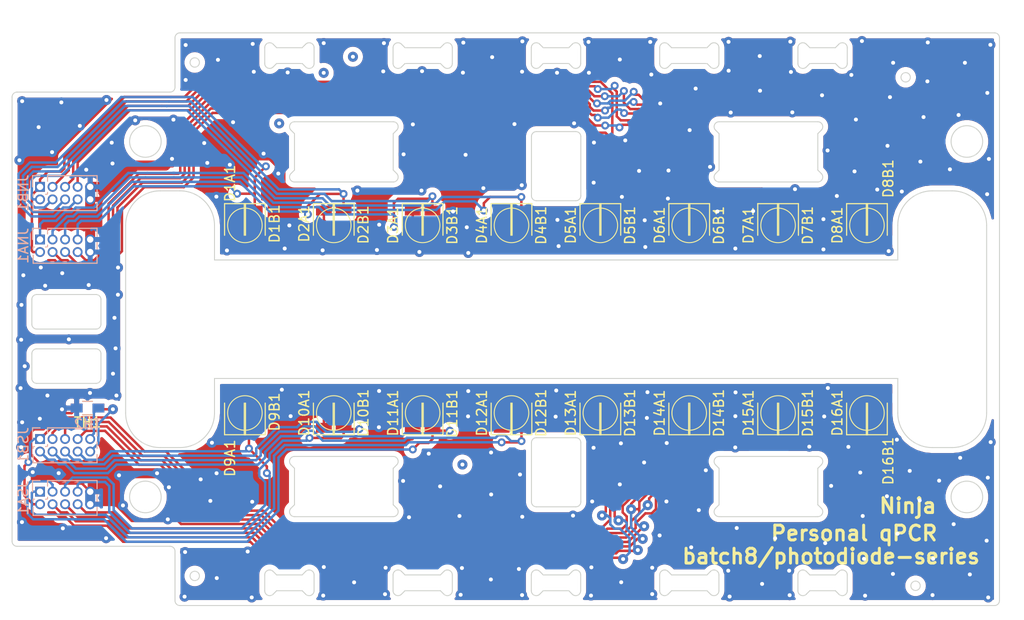
<source format=kicad_pcb>
(kicad_pcb (version 20171130) (host pcbnew "(5.1.6-0-10_14)")
  (layers (0 F.Cu signal) (31 B.Cu signal) (34 B.Paste user) (35 F.Paste user) (36 B.SilkS user) (37 F.SilkS user) (38 B.Mask user) (39 F.Mask user) (44 Edge.Cuts user))
  (net 0 "")
  (net 1 GNDA)
  (net 2 /S_PD_OUT1)
  (net 3 /S_PD_OUT3)
  (net 4 /S_PD_OUT5)
  (net 5 /S_PD_OUT7)
  (net 6 /S_PD_OUT9)
  (net 7 /S_PD_OUT11)
  (net 8 /S_PD_OUT13)
  (net 9 /S_PD_OUT15)
  (net 10 /N_PD_OUT1)
  (net 11 /N_PD_OUT3)
  (net 12 /N_PD_OUT5)
  (net 13 /N_PD_OUT7)
  (net 14 /N_PD_OUT9)
  (net 15 /N_PD_OUT11)
  (net 16 /N_PD_OUT13)
  (net 17 /N_PD_OUT15)
  (net 18 "Net-(JSB1-Pad9)")
  (net 19 "Net-(JSB1-Pad10)")
  (net 20 PD_MUX_GPIO1)
  (net 21 /GAIN_LARGE)
  (net 22 "Net-(C11-Pad1)")
  (net 23 "Net-(C13-Pad2)")
  (net 24 "Net-(D10A1-Pad1)")
  (net 25 "Net-(D11A1-Pad1)")
  (net 26 "Net-(D12A1-Pad1)")
  (net 27 "Net-(D13A1-Pad1)")
  (net 28 "Net-(D14A1-Pad1)")
  (net 29 "Net-(D15A1-Pad1)")
  (net 30 "Net-(D16A1-Pad1)")
  (net 31 "Net-(D1A1-Pad1)")
  (net 32 "Net-(D2A1-Pad1)")
  (net 33 "Net-(D3A1-Pad1)")
  (net 34 "Net-(D4A1-Pad1)")
  (net 35 "Net-(D5A1-Pad1)")
  (net 36 "Net-(D6A1-Pad1)")
  (net 37 "Net-(D7A1-Pad1)")
  (net 38 "Net-(D8A1-Pad1)")
  (net 39 "Net-(D9A1-Pad1)")
  (module Resistors_SMD:R_0603_HandSoldering (layer B.Cu) (at 90.64 109 180)
    (fp_text reference TH2 (at 0.01 -1.64) (layer B.SilkS) (effects (justify mirror)))
    (fp_text value Thermistor)
    (pad 1 smd rect (at -1.1 0 180) (size 1.2 0.9) (layers B.Cu B.Paste B.Mask) (net 18 "Net-(JSB1-Pad9)"))
    (pad 2 smd rect (at 1.1 0 180) (size 1.2 0.9) (layers B.Cu B.Paste B.Mask) (net 1 GNDA))
  )
  (module Pin_Headers:Pin_Header_Straight_2x05_Pitch1.27mm (layer B.Cu) (at 85.830204 91.928814 270)
    (fp_text reference JNA1 (at 0.635 1.695 270) (layer B.SilkS) (effects (justify mirror)))
    (fp_text value Conn_01x10_Male)
    (pad 10 thru_hole oval (at 1.27 -5.08 270) (size 1 1) (drill 0.65) (layers *.Cu *.Mask) (net 1 GNDA))
    (pad 9 thru_hole oval (at 0 -5.08 270) (size 1 1) (drill 0.65) (layers *.Cu *.Mask) (net 1 GNDA))
    (pad 8 thru_hole oval (at 1.27 -3.81 270) (size 1 1) (drill 0.65) (layers *.Cu *.Mask) (net 17 /N_PD_OUT15))
    (pad 7 thru_hole oval (at 0 -3.81 270) (size 1 1) (drill 0.65) (layers *.Cu *.Mask) (net 10 /N_PD_OUT1))
    (pad 6 thru_hole oval (at 1.27 -2.54 270) (size 1 1) (drill 0.65) (layers *.Cu *.Mask) (net 16 /N_PD_OUT13))
    (pad 5 thru_hole oval (at 0 -2.54 270) (size 1 1) (drill 0.65) (layers *.Cu *.Mask) (net 11 /N_PD_OUT3))
    (pad 4 thru_hole oval (at 1.27 -1.27 270) (size 1 1) (drill 0.65) (layers *.Cu *.Mask) (net 15 /N_PD_OUT11))
    (pad 3 thru_hole oval (at 0 -1.27 270) (size 1 1) (drill 0.65) (layers *.Cu *.Mask) (net 12 /N_PD_OUT5))
    (pad 2 thru_hole oval (at 1.27 0 270) (size 1 1) (drill 0.65) (layers *.Cu *.Mask) (net 14 /N_PD_OUT9))
    (pad 1 thru_hole rect (at 0 0 270) (size 1 1) (drill 0.65) (layers *.Cu *.Mask) (net 13 /N_PD_OUT7))
  )
  (module Diodes_SMD:D_1206 (layer F.Cu) (at 105.578789 90.498367 270)
    (fp_text reference D1A1 (at -4.258367 0.508789 270) (layer F.SilkS))
    (fp_text value D_Photo)
    (pad 1 smd rect (at -1.5 0 270) (size 1 1.6) (layers F.Cu F.Paste F.Mask) (net 31 "Net-(D1A1-Pad1)"))
    (pad 2 smd rect (at 1.5 0 270) (size 1 1.6) (layers F.Cu F.Paste F.Mask) (net 1 GNDA))
  )
  (module Diodes_SMD:D_1206 (layer F.Cu) (at 107.578789 90.498367 270)
    (fp_text reference D1B1 (at -0.168367 -2 270) (layer F.SilkS))
    (fp_text value D_Photo)
    (pad 2 smd rect (at 1.5 0 270) (size 1 1.6) (layers F.Cu F.Paste F.Mask) (net 31 "Net-(D1A1-Pad1)"))
    (pad 1 smd rect (at -1.5 0 270) (size 1 1.6) (layers F.Cu F.Paste F.Mask) (net 10 /N_PD_OUT1))
  )
  (module Diodes_SMD:D_1206 (layer F.Cu) (at 105.578789 109.497934 90)
    (fp_text reference D9A1 (at -4.572066 -0.508789 270) (layer F.SilkS))
    (fp_text value D_Photo)
    (pad 2 smd rect (at 1.5 0 90) (size 1 1.6) (layers F.Cu F.Paste F.Mask) (net 1 GNDA))
    (pad 1 smd rect (at -1.5 0 90) (size 1 1.6) (layers F.Cu F.Paste F.Mask) (net 39 "Net-(D9A1-Pad1)"))
  )
  (module Diodes_SMD:D_1206 (layer F.Cu) (at 107.578789 109.497934 90)
    (fp_text reference D9B1 (at 0.107934 2 270) (layer F.SilkS))
    (fp_text value D_Photo)
    (pad 1 smd rect (at -1.5 0 90) (size 1 1.6) (layers F.Cu F.Paste F.Mask) (net 2 /S_PD_OUT1))
    (pad 2 smd rect (at 1.5 0 90) (size 1 1.6) (layers F.Cu F.Paste F.Mask) (net 39 "Net-(D9A1-Pad1)"))
  )
  (module Diodes_SMD:D_1206 (layer F.Cu) (at 114.578789 109.497934 90)
    (fp_text reference D10A1 (at 0 -2 90) (layer F.SilkS))
    (fp_text value D_Photo)
    (pad 2 smd rect (at 1.5 0 90) (size 1 1.6) (layers F.Cu F.Paste F.Mask) (net 1 GNDA))
    (pad 1 smd rect (at -1.5 0 90) (size 1 1.6) (layers F.Cu F.Paste F.Mask) (net 24 "Net-(D10A1-Pad1)"))
  )
  (module Diodes_SMD:D_1206 (layer F.Cu) (at 116.578789 109.497934 90)
    (fp_text reference D10B1 (at 0 2 90) (layer F.SilkS))
    (fp_text value D_Photo)
    (pad 1 smd rect (at -1.5 0 90) (size 1 1.6) (layers F.Cu F.Paste F.Mask) (net 3 /S_PD_OUT3))
    (pad 2 smd rect (at 1.5 0 90) (size 1 1.6) (layers F.Cu F.Paste F.Mask) (net 24 "Net-(D10A1-Pad1)"))
  )
  (module Diodes_SMD:D_1206 (layer F.Cu) (at 123.578789 109.497934 90)
    (fp_text reference D11A1 (at 0 -2 90) (layer F.SilkS))
    (fp_text value D_Photo)
    (pad 2 smd rect (at 1.5 0 90) (size 1 1.6) (layers F.Cu F.Paste F.Mask) (net 1 GNDA))
    (pad 1 smd rect (at -1.5 0 90) (size 1 1.6) (layers F.Cu F.Paste F.Mask) (net 25 "Net-(D11A1-Pad1)"))
  )
  (module Diodes_SMD:D_1206 (layer F.Cu) (at 125.578789 109.497934 90)
    (fp_text reference D11B1 (at -0.082066 2 90) (layer F.SilkS))
    (fp_text value D_Photo)
    (pad 1 smd rect (at -1.5 0 90) (size 1 1.6) (layers F.Cu F.Paste F.Mask) (net 4 /S_PD_OUT5))
    (pad 2 smd rect (at 1.5 0 90) (size 1 1.6) (layers F.Cu F.Paste F.Mask) (net 25 "Net-(D11A1-Pad1)"))
  )
  (module Diodes_SMD:D_1206 (layer F.Cu) (at 132.578789 109.497934 90)
    (fp_text reference D12A1 (at 0 -2 90) (layer F.SilkS))
    (fp_text value D_Photo)
    (pad 2 smd rect (at 1.5 0 90) (size 1 1.6) (layers F.Cu F.Paste F.Mask) (net 1 GNDA))
    (pad 1 smd rect (at -1.5 0 90) (size 1 1.6) (layers F.Cu F.Paste F.Mask) (net 26 "Net-(D12A1-Pad1)"))
  )
  (module Diodes_SMD:D_1206 (layer F.Cu) (at 134.578789 109.497934 90)
    (fp_text reference D12B1 (at 0 2 90) (layer F.SilkS))
    (fp_text value D_Photo)
    (pad 1 smd rect (at -1.5 0 90) (size 1 1.6) (layers F.Cu F.Paste F.Mask) (net 5 /S_PD_OUT7))
    (pad 2 smd rect (at 1.5 0 90) (size 1 1.6) (layers F.Cu F.Paste F.Mask) (net 26 "Net-(D12A1-Pad1)"))
  )
  (module Diodes_SMD:D_1206 (layer F.Cu) (at 141.578789 109.497934 90)
    (fp_text reference D13A1 (at 0 -2 90) (layer F.SilkS))
    (fp_text value D_Photo)
    (pad 1 smd rect (at -1.5 0 90) (size 1 1.6) (layers F.Cu F.Paste F.Mask) (net 27 "Net-(D13A1-Pad1)"))
    (pad 2 smd rect (at 1.5 0 90) (size 1 1.6) (layers F.Cu F.Paste F.Mask) (net 1 GNDA))
  )
  (module Diodes_SMD:D_1206 (layer F.Cu) (at 143.578789 109.497934 90)
    (fp_text reference D13B1 (at 0 2 90) (layer F.SilkS))
    (fp_text value D_Photo)
    (pad 2 smd rect (at 1.5 0 90) (size 1 1.6) (layers F.Cu F.Paste F.Mask) (net 27 "Net-(D13A1-Pad1)"))
    (pad 1 smd rect (at -1.5 0 90) (size 1 1.6) (layers F.Cu F.Paste F.Mask) (net 6 /S_PD_OUT9))
  )
  (module Diodes_SMD:D_1206 (layer F.Cu) (at 150.578789 109.497934 90)
    (fp_text reference D14A1 (at 0 -2 90) (layer F.SilkS))
    (fp_text value D_Photo)
    (pad 1 smd rect (at -1.5 0 90) (size 1 1.6) (layers F.Cu F.Paste F.Mask) (net 28 "Net-(D14A1-Pad1)"))
    (pad 2 smd rect (at 1.5 0 90) (size 1 1.6) (layers F.Cu F.Paste F.Mask) (net 1 GNDA))
  )
  (module Diodes_SMD:D_1206 (layer F.Cu) (at 152.578789 109.497934 90)
    (fp_text reference D14B1 (at 0 2 90) (layer F.SilkS))
    (fp_text value D_Photo)
    (pad 2 smd rect (at 1.5 0 90) (size 1 1.6) (layers F.Cu F.Paste F.Mask) (net 28 "Net-(D14A1-Pad1)"))
    (pad 1 smd rect (at -1.5 0 90) (size 1 1.6) (layers F.Cu F.Paste F.Mask) (net 7 /S_PD_OUT11))
  )
  (module Diodes_SMD:D_1206 (layer F.Cu) (at 159.578789 109.497934 90)
    (fp_text reference D15A1 (at 0 -2 90) (layer F.SilkS))
    (fp_text value D_Photo)
    (pad 1 smd rect (at -1.5 0 90) (size 1 1.6) (layers F.Cu F.Paste F.Mask) (net 29 "Net-(D15A1-Pad1)"))
    (pad 2 smd rect (at 1.5 0 90) (size 1 1.6) (layers F.Cu F.Paste F.Mask) (net 1 GNDA))
  )
  (module Diodes_SMD:D_1206 (layer F.Cu) (at 161.578789 109.497934 90)
    (fp_text reference D15B1 (at 0 2 90) (layer F.SilkS))
    (fp_text value D_Photo)
    (pad 2 smd rect (at 1.5 0 90) (size 1 1.6) (layers F.Cu F.Paste F.Mask) (net 29 "Net-(D15A1-Pad1)"))
    (pad 1 smd rect (at -1.5 0 90) (size 1 1.6) (layers F.Cu F.Paste F.Mask) (net 8 /S_PD_OUT13))
  )
  (module Diodes_SMD:D_1206 (layer F.Cu) (at 168.578789 109.497934 90)
    (fp_text reference D16A1 (at 0 -2 90) (layer F.SilkS))
    (fp_text value D_Photo)
    (pad 1 smd rect (at -1.5 0 90) (size 1 1.6) (layers F.Cu F.Paste F.Mask) (net 30 "Net-(D16A1-Pad1)"))
    (pad 2 smd rect (at 1.5 0 90) (size 1 1.6) (layers F.Cu F.Paste F.Mask) (net 1 GNDA))
  )
  (module Diodes_SMD:D_1206 (layer F.Cu) (at 170.578789 109.497934 90)
    (fp_text reference D16B1 (at -4.862066 1.161211 90) (layer F.SilkS))
    (fp_text value D_Photo)
    (pad 2 smd rect (at 1.5 0 90) (size 1 1.6) (layers F.Cu F.Paste F.Mask) (net 30 "Net-(D16A1-Pad1)"))
    (pad 1 smd rect (at -1.5 0 90) (size 1 1.6) (layers F.Cu F.Paste F.Mask) (net 9 /S_PD_OUT15))
  )
  (module Diodes_SMD:D_1206 (layer F.Cu) (at 114.578789 90.498367 270)
    (fp_text reference D2A1 (at -0.168367 2 90) (layer F.SilkS))
    (fp_text value D_Photo)
    (pad 1 smd rect (at -1.5 0 270) (size 1 1.6) (layers F.Cu F.Paste F.Mask) (net 32 "Net-(D2A1-Pad1)"))
    (pad 2 smd rect (at 1.5 0 270) (size 1 1.6) (layers F.Cu F.Paste F.Mask) (net 1 GNDA))
  )
  (module Diodes_SMD:D_1206 (layer F.Cu) (at 116.578789 90.498367 270)
    (fp_text reference D2B1 (at -0.058367 -2 90) (layer F.SilkS))
    (fp_text value D_Photo)
    (pad 2 smd rect (at 1.5 0 270) (size 1 1.6) (layers F.Cu F.Paste F.Mask) (net 32 "Net-(D2A1-Pad1)"))
    (pad 1 smd rect (at -1.5 0 270) (size 1 1.6) (layers F.Cu F.Paste F.Mask) (net 11 /N_PD_OUT3))
  )
  (module Diodes_SMD:D_1206 (layer F.Cu) (at 123.578789 90.498367 270)
    (fp_text reference D3A1 (at 0 2 90) (layer F.SilkS))
    (fp_text value D_Photo)
    (pad 1 smd rect (at -1.5 0 270) (size 1 1.6) (layers F.Cu F.Paste F.Mask) (net 33 "Net-(D3A1-Pad1)"))
    (pad 2 smd rect (at 1.5 0 270) (size 1 1.6) (layers F.Cu F.Paste F.Mask) (net 1 GNDA))
  )
  (module Diodes_SMD:D_1206 (layer F.Cu) (at 125.578789 90.498367 270)
    (fp_text reference D3B1 (at 0 -2 90) (layer F.SilkS))
    (fp_text value D_Photo)
    (pad 2 smd rect (at 1.5 0 270) (size 1 1.6) (layers F.Cu F.Paste F.Mask) (net 33 "Net-(D3A1-Pad1)"))
    (pad 1 smd rect (at -1.5 0 270) (size 1 1.6) (layers F.Cu F.Paste F.Mask) (net 12 /N_PD_OUT5))
  )
  (module Diodes_SMD:D_1206 (layer F.Cu) (at 132.578789 90.498367 270)
    (fp_text reference D4A1 (at 0 2 90) (layer F.SilkS))
    (fp_text value D_Photo)
    (pad 1 smd rect (at -1.5 0 270) (size 1 1.6) (layers F.Cu F.Paste F.Mask) (net 34 "Net-(D4A1-Pad1)"))
    (pad 2 smd rect (at 1.5 0 270) (size 1 1.6) (layers F.Cu F.Paste F.Mask) (net 1 GNDA))
  )
  (module Diodes_SMD:D_1206 (layer F.Cu) (at 134.578789 90.498367 270)
    (fp_text reference D4B1 (at 0 -2 90) (layer F.SilkS))
    (fp_text value D_Photo)
    (pad 2 smd rect (at 1.5 0 270) (size 1 1.6) (layers F.Cu F.Paste F.Mask) (net 34 "Net-(D4A1-Pad1)"))
    (pad 1 smd rect (at -1.5 0 270) (size 1 1.6) (layers F.Cu F.Paste F.Mask) (net 13 /N_PD_OUT7))
  )
  (module Diodes_SMD:D_1206 (layer F.Cu) (at 141.578789 90.498367 270)
    (fp_text reference D5A1 (at 0 2 90) (layer F.SilkS))
    (fp_text value D_Photo)
    (pad 2 smd rect (at 1.5 0 270) (size 1 1.6) (layers F.Cu F.Paste F.Mask) (net 1 GNDA))
    (pad 1 smd rect (at -1.5 0 270) (size 1 1.6) (layers F.Cu F.Paste F.Mask) (net 35 "Net-(D5A1-Pad1)"))
  )
  (module Diodes_SMD:D_1206 (layer F.Cu) (at 143.578789 90.498367 270)
    (fp_text reference D5B1 (at 0 -2 90) (layer F.SilkS))
    (fp_text value D_Photo)
    (pad 1 smd rect (at -1.5 0 270) (size 1 1.6) (layers F.Cu F.Paste F.Mask) (net 14 /N_PD_OUT9))
    (pad 2 smd rect (at 1.5 0 270) (size 1 1.6) (layers F.Cu F.Paste F.Mask) (net 35 "Net-(D5A1-Pad1)"))
  )
  (module Diodes_SMD:D_1206 (layer F.Cu) (at 150.578789 90.498367 270)
    (fp_text reference D6A1 (at 0 2 90) (layer F.SilkS))
    (fp_text value D_Photo)
    (pad 2 smd rect (at 1.5 0 270) (size 1 1.6) (layers F.Cu F.Paste F.Mask) (net 1 GNDA))
    (pad 1 smd rect (at -1.5 0 270) (size 1 1.6) (layers F.Cu F.Paste F.Mask) (net 36 "Net-(D6A1-Pad1)"))
  )
  (module Diodes_SMD:D_1206 (layer F.Cu) (at 152.578789 90.498367 270)
    (fp_text reference D6B1 (at 0 -2 90) (layer F.SilkS))
    (fp_text value D_Photo)
    (pad 1 smd rect (at -1.5 0 270) (size 1 1.6) (layers F.Cu F.Paste F.Mask) (net 15 /N_PD_OUT11))
    (pad 2 smd rect (at 1.5 0 270) (size 1 1.6) (layers F.Cu F.Paste F.Mask) (net 36 "Net-(D6A1-Pad1)"))
  )
  (module Diodes_SMD:D_1206 (layer F.Cu) (at 159.578789 90.498367 270)
    (fp_text reference D7A1 (at 0 2 90) (layer F.SilkS))
    (fp_text value D_Photo)
    (pad 2 smd rect (at 1.5 0 270) (size 1 1.6) (layers F.Cu F.Paste F.Mask) (net 1 GNDA))
    (pad 1 smd rect (at -1.5 0 270) (size 1 1.6) (layers F.Cu F.Paste F.Mask) (net 37 "Net-(D7A1-Pad1)"))
  )
  (module Diodes_SMD:D_1206 (layer F.Cu) (at 161.578789 90.498367 270)
    (fp_text reference D7B1 (at 0 -2 90) (layer F.SilkS))
    (fp_text value D_Photo)
    (pad 1 smd rect (at -1.5 0 270) (size 1 1.6) (layers F.Cu F.Paste F.Mask) (net 16 /N_PD_OUT13))
    (pad 2 smd rect (at 1.5 0 270) (size 1 1.6) (layers F.Cu F.Paste F.Mask) (net 37 "Net-(D7A1-Pad1)"))
  )
  (module Diodes_SMD:D_1206 (layer F.Cu) (at 168.578789 90.498367 270)
    (fp_text reference D8A1 (at 0 2 90) (layer F.SilkS))
    (fp_text value D_Photo)
    (pad 2 smd rect (at 1.5 0 270) (size 1 1.6) (layers F.Cu F.Paste F.Mask) (net 1 GNDA))
    (pad 1 smd rect (at -1.5 0 270) (size 1 1.6) (layers F.Cu F.Paste F.Mask) (net 38 "Net-(D8A1-Pad1)"))
  )
  (module Diodes_SMD:D_1206 (layer F.Cu) (at 170.578789 90.498367 270)
    (fp_text reference D8B1 (at -4.738367 -1.161211 90) (layer F.SilkS))
    (fp_text value D_Photo)
    (pad 1 smd rect (at -1.5 0 270) (size 1 1.6) (layers F.Cu F.Paste F.Mask) (net 17 /N_PD_OUT15))
    (pad 2 smd rect (at 1.5 0 270) (size 1 1.6) (layers F.Cu F.Paste F.Mask) (net 38 "Net-(D8A1-Pad1)"))
  )
  (module Pin_Headers:Pin_Header_Straight_2x05_Pitch1.27mm (layer B.Cu) (at 85.830204 117.468814 270)
    (fp_text reference JSA1 (at 0.635 1.695 270) (layer B.SilkS) (effects (justify mirror)))
    (fp_text value Conn_01x10_Male)
    (pad 10 thru_hole oval (at 1.27 -5.08 270) (size 1 1) (drill 0.65) (layers *.Cu *.Mask) (net 1 GNDA))
    (pad 9 thru_hole oval (at 0 -5.08 270) (size 1 1) (drill 0.65) (layers *.Cu *.Mask) (net 1 GNDA))
    (pad 8 thru_hole oval (at 1.27 -3.81 270) (size 1 1) (drill 0.65) (layers *.Cu *.Mask) (net 9 /S_PD_OUT15))
    (pad 7 thru_hole oval (at 0 -3.81 270) (size 1 1) (drill 0.65) (layers *.Cu *.Mask) (net 2 /S_PD_OUT1))
    (pad 6 thru_hole oval (at 1.27 -2.54 270) (size 1 1) (drill 0.65) (layers *.Cu *.Mask) (net 8 /S_PD_OUT13))
    (pad 5 thru_hole oval (at 0 -2.54 270) (size 1 1) (drill 0.65) (layers *.Cu *.Mask) (net 3 /S_PD_OUT3))
    (pad 4 thru_hole oval (at 1.27 -1.27 270) (size 1 1) (drill 0.65) (layers *.Cu *.Mask) (net 7 /S_PD_OUT11))
    (pad 3 thru_hole oval (at 0 -1.27 270) (size 1 1) (drill 0.65) (layers *.Cu *.Mask) (net 4 /S_PD_OUT5))
    (pad 2 thru_hole oval (at 1.27 0 270) (size 1 1) (drill 0.65) (layers *.Cu *.Mask) (net 6 /S_PD_OUT9))
    (pad 1 thru_hole rect (at 0 0 270) (size 1 1) (drill 0.65) (layers *.Cu *.Mask) (net 5 /S_PD_OUT7))
  )
  (module Pin_Headers:Pin_Header_Straight_2x05_Pitch1.27mm (layer B.Cu) (at 85.830204 112.134814 270)
    (fp_text reference JSB1 (at 0.635 1.695 270) (layer B.SilkS) (effects (justify mirror)))
    (fp_text value Conn_01x10_Male)
    (pad 1 thru_hole rect (at 0 0 270) (size 1 1) (drill 0.65) (layers *.Cu *.Mask) (net 6 /S_PD_OUT9))
    (pad 2 thru_hole oval (at 1.27 0 270) (size 1 1) (drill 0.65) (layers *.Cu *.Mask) (net 5 /S_PD_OUT7))
    (pad 3 thru_hole oval (at 0 -1.27 270) (size 1 1) (drill 0.65) (layers *.Cu *.Mask) (net 7 /S_PD_OUT11))
    (pad 4 thru_hole oval (at 1.27 -1.27 270) (size 1 1) (drill 0.65) (layers *.Cu *.Mask) (net 4 /S_PD_OUT5))
    (pad 5 thru_hole oval (at 0 -2.54 270) (size 1 1) (drill 0.65) (layers *.Cu *.Mask) (net 8 /S_PD_OUT13))
    (pad 6 thru_hole oval (at 1.27 -2.54 270) (size 1 1) (drill 0.65) (layers *.Cu *.Mask) (net 3 /S_PD_OUT3))
    (pad 7 thru_hole oval (at 0 -3.81 270) (size 1 1) (drill 0.65) (layers *.Cu *.Mask) (net 9 /S_PD_OUT15))
    (pad 8 thru_hole oval (at 1.27 -3.81 270) (size 1 1) (drill 0.65) (layers *.Cu *.Mask) (net 2 /S_PD_OUT1))
    (pad 9 thru_hole oval (at 0 -5.08 270) (size 1 1) (drill 0.65) (layers *.Cu *.Mask) (net 18 "Net-(JSB1-Pad9)"))
    (pad 10 thru_hole oval (at 1.27 -5.08 270) (size 1 1) (drill 0.65) (layers *.Cu *.Mask) (net 19 "Net-(JSB1-Pad10)"))
  )
  (module Pin_Headers:Pin_Header_Straight_2x05_Pitch1.27mm (layer B.Cu) (at 85.830204 86.594814 270)
    (fp_text reference JNB1 (at 0.635 1.695 270) (layer B.SilkS) (effects (justify mirror)))
    (fp_text value Conn_01x10_Male)
    (pad 1 thru_hole rect (at 0 0 270) (size 1 1) (drill 0.65) (layers *.Cu *.Mask) (net 14 /N_PD_OUT9))
    (pad 2 thru_hole oval (at 1.27 0 270) (size 1 1) (drill 0.65) (layers *.Cu *.Mask) (net 13 /N_PD_OUT7))
    (pad 3 thru_hole oval (at 0 -1.27 270) (size 1 1) (drill 0.65) (layers *.Cu *.Mask) (net 15 /N_PD_OUT11))
    (pad 4 thru_hole oval (at 1.27 -1.27 270) (size 1 1) (drill 0.65) (layers *.Cu *.Mask) (net 12 /N_PD_OUT5))
    (pad 5 thru_hole oval (at 0 -2.54 270) (size 1 1) (drill 0.65) (layers *.Cu *.Mask) (net 16 /N_PD_OUT13))
    (pad 6 thru_hole oval (at 1.27 -2.54 270) (size 1 1) (drill 0.65) (layers *.Cu *.Mask) (net 11 /N_PD_OUT3))
    (pad 7 thru_hole oval (at 0 -3.81 270) (size 1 1) (drill 0.65) (layers *.Cu *.Mask) (net 17 /N_PD_OUT15))
    (pad 8 thru_hole oval (at 1.27 -3.81 270) (size 1 1) (drill 0.65) (layers *.Cu *.Mask) (net 10 /N_PD_OUT1))
    (pad 9 thru_hole oval (at 0 -5.08 270) (size 1 1) (drill 0.65) (layers *.Cu *.Mask) (net 1 GNDA))
    (pad 10 thru_hole oval (at 1.27 -5.08 270) (size 1 1) (drill 0.65) (layers *.Cu *.Mask) (net 1 GNDA))
  )
  (module Resistors_SMD:R_0603_HandSoldering (layer F.Cu) (at 90.64 109 180)
    (fp_text reference TH1 (at 0 -1.45) (layer F.SilkS))
    (fp_text value Thermistor)
    (pad 2 smd rect (at 1.1 0 180) (size 1.2 0.9) (layers F.Cu F.Paste F.Mask) (net 1 GNDA))
    (pad 1 smd rect (at -1.1 0 180) (size 1.2 0.9) (layers F.Cu F.Paste F.Mask) (net 19 "Net-(JSB1-Pad10)"))
  )
  (gr_circle (center 101.5 126) (end 101.975 126) (layer Edge.Cuts) (width 0.1))
  (gr_circle (center 174.5 127) (end 174.975 127) (layer Edge.Cuts) (width 0.1))
  (gr_circle (center 173.5 75.5) (end 173.975 75.5) (layer Edge.Cuts) (width 0.1))
  (gr_line (start 92 103.5) (end 92 106) (layer Edge.Cuts) (width 0.1))
  (gr_arc (start 91.5 106) (end 91.5 106.5) (angle -90) (layer Edge.Cuts) (width 0.1))
  (gr_arc (start 85.5 106) (end 85 106) (angle -90) (layer Edge.Cuts) (width 0.1))
  (gr_arc (start 85.5 103.5) (end 85.5 103) (angle -90) (layer Edge.Cuts) (width 0.1))
  (gr_line (start 85 103.5) (end 85 106) (layer Edge.Cuts) (width 0.1))
  (gr_line (start 85.5 106.5) (end 91.5 106.5) (layer Edge.Cuts) (width 0.1))
  (gr_line (start 85.5 103) (end 91.5 103) (layer Edge.Cuts) (width 0.1))
  (gr_arc (start 91.5 103.5) (end 92 103.5) (angle -90) (layer Edge.Cuts) (width 0.1))
  (gr_line (start 85.5 101) (end 91.5 101) (layer Edge.Cuts) (width 0.1))
  (gr_arc (start 85.5 100.5) (end 85 100.5) (angle -90) (layer Edge.Cuts) (width 0.1))
  (gr_arc (start 91.5 100.5) (end 91.5 101) (angle -90) (layer Edge.Cuts) (width 0.1))
  (gr_line (start 92 98) (end 92 100.5) (layer Edge.Cuts) (width 0.1))
  (gr_line (start 85 98) (end 85 100.5) (layer Edge.Cuts) (width 0.1))
  (gr_arc (start 85.5 98) (end 85.5 97.5) (angle -90) (layer Edge.Cuts) (width 0.1))
  (gr_arc (start 91.5 98) (end 92 98) (angle -90) (layer Edge.Cuts) (width 0.1))
  (gr_line (start 85.5 97.5) (end 91.5 97.5) (layer Edge.Cuts) (width 0.1))
  (gr_text batch8/photodiode-series (at 165.94 124.02) (layer F.SilkS) (effects (font (size 1.5 1.5) (thickness 0.3))))
  (gr_text "Personal qPCR" (at 168.28 121.68) (layer F.SilkS) (effects (font (size 1.5 1.5) (thickness 0.3))))
  (gr_text Ninja (at 173.72 118.9) (layer F.SilkS) (effects (font (size 1.5 1.5) (thickness 0.3))))
  (gr_line (start 140.6 112.5) (end 140.6 118.5) (layer Edge.Cuts) (width 0.1))
  (gr_line (start 135.6 112.5) (end 135.6 118.5) (layer Edge.Cuts) (width 0.1))
  (gr_line (start 140.1 119) (end 136.1 119) (layer Edge.Cuts) (width 0.1))
  (gr_arc (start 136.1 118.5) (end 135.6 118.5) (angle -90) (layer Edge.Cuts) (width 0.1))
  (gr_arc (start 140.1 118.5) (end 140.1 119) (angle -90) (layer Edge.Cuts) (width 0.1))
  (gr_line (start 136.1 112) (end 140.1 112) (layer Edge.Cuts) (width 0.1))
  (gr_arc (start 140.1 112.5) (end 140.6 112.5) (angle -90) (layer Edge.Cuts) (width 0.1))
  (gr_arc (start 136.1 112.5) (end 136.1 112) (angle -90) (layer Edge.Cuts) (width 0.1))
  (gr_line (start 135.6 81.5) (end 135.6 87.5) (layer Edge.Cuts) (width 0.1))
  (gr_line (start 140.6 81.5) (end 140.6 87.5) (layer Edge.Cuts) (width 0.1))
  (gr_line (start 136.1 81) (end 140.1 81) (layer Edge.Cuts) (width 0.1))
  (gr_arc (start 140.1 81.5) (end 140.6 81.5) (angle -90) (layer Edge.Cuts) (width 0.1))
  (gr_arc (start 136.1 81.5) (end 136.1 81) (angle -90) (layer Edge.Cuts) (width 0.1))
  (gr_arc (start 136.1 87.5) (end 135.6 87.5) (angle -90) (layer Edge.Cuts) (width 0.1))
  (gr_arc (start 140.1 87.5) (end 140.1 88) (angle -90) (layer Edge.Cuts) (width 0.1))
  (gr_line (start 140.1 88) (end 136.1 88) (layer Edge.Cuts) (width 0.1))
  (gr_line (start 121.60095 80.001749) (end 111.60095 80.001749) (layer Edge.Cuts) (width 0.1))
  (gr_line (start 111.60095 86.101749) (end 121.60095 86.101749) (layer Edge.Cuts) (width 0.1))
  (gr_arc (start 83.5 77.5) (end 83.5 77) (angle -90) (layer Edge.Cuts) (width 0.1))
  (gr_line (start 154.60095 86.101749) (end 164.60095 86.101749) (layer Edge.Cuts) (width 0.1))
  (gr_arc (start 154.60095 85.601749) (end 154.247396 85.248195) (angle -135) (layer Edge.Cuts) (width 0.1))
  (gr_line (start 154.60095 84.894642) (end 154.247396 85.248195) (layer Edge.Cuts) (width 0.1))
  (gr_line (start 154.60095 81.208855) (end 154.60095 84.894642) (layer Edge.Cuts) (width 0.1))
  (gr_line (start 154.247396 80.855302) (end 154.60095 81.208855) (layer Edge.Cuts) (width 0.1))
  (gr_arc (start 154.60095 80.501749) (end 154.60095 80.001749) (angle -135) (layer Edge.Cuts) (width 0.1))
  (gr_arc (start 136.08595 72.501749) (end 136.439503 72.148195) (angle -135) (layer Edge.Cuts) (width 0.1))
  (gr_line (start 136.793056 72.501749) (end 136.439503 72.148195) (layer Edge.Cuts) (width 0.1))
  (gr_arc (start 167.08595 74.101749) (end 166.732396 74.455302) (angle -135) (layer Edge.Cuts) (width 0.1))
  (gr_arc (start 167.08595 72.501749) (end 167.58595 72.501749) (angle -135) (layer Edge.Cuts) (width 0.1))
  (gr_line (start 166.732396 72.148195) (end 166.378843 72.501749) (layer Edge.Cuts) (width 0.1))
  (gr_line (start 166.378843 74.101749) (end 166.732396 74.455302) (layer Edge.Cuts) (width 0.1))
  (gr_arc (start 127.08595 72.501749) (end 127.58595 72.501749) (angle -135) (layer Edge.Cuts) (width 0.1))
  (gr_line (start 127.58595 74.101749) (end 127.58595 72.501749) (layer Edge.Cuts) (width 0.1))
  (gr_line (start 166.378843 72.501749) (end 163.793056 72.501749) (layer Edge.Cuts) (width 0.1))
  (gr_line (start 112.378843 74.101749) (end 112.732396 74.455302) (layer Edge.Cuts) (width 0.1))
  (gr_line (start 109.793056 74.101749) (end 112.378843 74.101749) (layer Edge.Cuts) (width 0.1))
  (gr_line (start 109.439503 74.455302) (end 109.793056 74.101749) (layer Edge.Cuts) (width 0.1))
  (gr_arc (start 163.08595 72.501749) (end 163.439503 72.148195) (angle -135) (layer Edge.Cuts) (width 0.1))
  (gr_line (start 163.793056 72.501749) (end 163.439503 72.148195) (layer Edge.Cuts) (width 0.1))
  (gr_line (start 167.58595 74.101749) (end 167.58595 72.501749) (layer Edge.Cuts) (width 0.1))
  (gr_arc (start 113.08595 72.501749) (end 113.58595 72.501749) (angle -135) (layer Edge.Cuts) (width 0.1))
  (gr_line (start 113.58595 74.101749) (end 113.58595 72.501749) (layer Edge.Cuts) (width 0.1))
  (gr_arc (start 113.08595 74.101749) (end 112.732396 74.455302) (angle -135) (layer Edge.Cuts) (width 0.1))
  (gr_line (start 126.378843 72.501749) (end 122.793056 72.501749) (layer Edge.Cuts) (width 0.1))
  (gr_line (start 126.732396 72.148195) (end 126.378843 72.501749) (layer Edge.Cuts) (width 0.1))
  (gr_arc (start 164.60095 80.501749) (end 164.954503 80.855302) (angle -135) (layer Edge.Cuts) (width 0.1))
  (gr_line (start 164.60095 81.208855) (end 164.954503 80.855302) (layer Edge.Cuts) (width 0.1))
  (gr_line (start 122.793056 74.101749) (end 126.378843 74.101749) (layer Edge.Cuts) (width 0.1))
  (gr_line (start 122.439503 74.455302) (end 122.793056 74.101749) (layer Edge.Cuts) (width 0.1))
  (gr_line (start 109.793056 72.501749) (end 109.439503 72.148195) (layer Edge.Cuts) (width 0.1))
  (gr_line (start 112.378843 72.501749) (end 109.793056 72.501749) (layer Edge.Cuts) (width 0.1))
  (gr_line (start 112.732396 72.148195) (end 112.378843 72.501749) (layer Edge.Cuts) (width 0.1))
  (gr_line (start 121.954503 85.248195) (end 121.60095 84.894642) (layer Edge.Cuts) (width 0.1))
  (gr_arc (start 121.60095 85.601749) (end 121.60095 86.101749) (angle -135) (layer Edge.Cuts) (width 0.1))
  (gr_arc (start 149.08595 74.101749) (end 148.58595 74.101749) (angle -135) (layer Edge.Cuts) (width 0.1))
  (gr_arc (start 109.08595 72.501749) (end 109.439503 72.148195) (angle -135) (layer Edge.Cuts) (width 0.1))
  (gr_line (start 164.60095 84.894642) (end 164.60095 81.208855) (layer Edge.Cuts) (width 0.1))
  (gr_line (start 164.954503 85.248195) (end 164.60095 84.894642) (layer Edge.Cuts) (width 0.1))
  (gr_arc (start 164.60095 85.601749) (end 164.60095 86.101749) (angle -135) (layer Edge.Cuts) (width 0.1))
  (gr_arc (start 163.08595 74.101749) (end 162.58595 74.101749) (angle -135) (layer Edge.Cuts) (width 0.1))
  (gr_arc (start 121.60095 80.501749) (end 121.954503 80.855302) (angle -135) (layer Edge.Cuts) (width 0.1))
  (gr_line (start 121.60095 81.208855) (end 121.954503 80.855302) (layer Edge.Cuts) (width 0.1))
  (gr_line (start 121.60095 84.894642) (end 121.60095 81.208855) (layer Edge.Cuts) (width 0.1))
  (gr_line (start 162.58595 72.501749) (end 162.58595 74.101749) (layer Edge.Cuts) (width 0.1))
  (gr_arc (start 109.08595 74.101749) (end 108.58595 74.101749) (angle -135) (layer Edge.Cuts) (width 0.1))
  (gr_line (start 108.58595 72.501749) (end 108.58595 74.101749) (layer Edge.Cuts) (width 0.1))
  (gr_arc (start 154.08595 72.501749) (end 154.58595 72.501749) (angle -135) (layer Edge.Cuts) (width 0.1))
  (gr_arc (start 154.08595 74.101749) (end 153.732396 74.455302) (angle -135) (layer Edge.Cuts) (width 0.1))
  (gr_line (start 153.732396 72.148195) (end 153.378843 72.501749) (layer Edge.Cuts) (width 0.1))
  (gr_line (start 163.439503 74.455302) (end 163.793056 74.101749) (layer Edge.Cuts) (width 0.1))
  (gr_arc (start 140.08595 74.101749) (end 139.732396 74.455302) (angle -135) (layer Edge.Cuts) (width 0.1))
  (gr_line (start 139.378843 74.101749) (end 139.732396 74.455302) (layer Edge.Cuts) (width 0.1))
  (gr_line (start 136.793056 74.101749) (end 139.378843 74.101749) (layer Edge.Cuts) (width 0.1))
  (gr_line (start 136.439503 74.455302) (end 136.793056 74.101749) (layer Edge.Cuts) (width 0.1))
  (gr_arc (start 122.08595 74.101749) (end 121.58595 74.101749) (angle -135) (layer Edge.Cuts) (width 0.1))
  (gr_line (start 121.58595 72.501749) (end 121.58595 74.101749) (layer Edge.Cuts) (width 0.1))
  (gr_line (start 148.58595 72.501749) (end 148.58595 74.101749) (layer Edge.Cuts) (width 0.1))
  (gr_line (start 139.378843 72.501749) (end 136.793056 72.501749) (layer Edge.Cuts) (width 0.1))
  (gr_line (start 139.732396 72.148195) (end 139.378843 72.501749) (layer Edge.Cuts) (width 0.1))
  (gr_arc (start 122.08595 72.501749) (end 122.439503 72.148195) (angle -135) (layer Edge.Cuts) (width 0.1))
  (gr_line (start 122.793056 72.501749) (end 122.439503 72.148195) (layer Edge.Cuts) (width 0.1))
  (gr_arc (start 136.08595 74.101749) (end 135.58595 74.101749) (angle -135) (layer Edge.Cuts) (width 0.1))
  (gr_line (start 135.58595 72.501749) (end 135.58595 74.101749) (layer Edge.Cuts) (width 0.1))
  (gr_line (start 163.793056 74.101749) (end 166.378843 74.101749) (layer Edge.Cuts) (width 0.1))
  (gr_line (start 149.439503 74.455302) (end 149.793056 74.101749) (layer Edge.Cuts) (width 0.1))
  (gr_line (start 153.378843 74.101749) (end 153.732396 74.455302) (layer Edge.Cuts) (width 0.1))
  (gr_line (start 153.378843 72.501749) (end 149.793056 72.501749) (layer Edge.Cuts) (width 0.1))
  (gr_line (start 149.793056 74.101749) (end 153.378843 74.101749) (layer Edge.Cuts) (width 0.1))
  (gr_line (start 154.58595 74.101749) (end 154.58595 72.501749) (layer Edge.Cuts) (width 0.1))
  (gr_arc (start 127.08595 74.101749) (end 126.732396 74.455302) (angle -135) (layer Edge.Cuts) (width 0.1))
  (gr_line (start 126.378843 74.101749) (end 126.732396 74.455302) (layer Edge.Cuts) (width 0.1))
  (gr_line (start 149.793056 72.501749) (end 149.439503 72.148195) (layer Edge.Cuts) (width 0.1))
  (gr_line (start 111.247396 80.855302) (end 111.60095 81.208855) (layer Edge.Cuts) (width 0.1))
  (gr_arc (start 111.60095 80.501749) (end 111.60095 80.001749) (angle -135) (layer Edge.Cuts) (width 0.1))
  (gr_arc (start 140.08595 72.501749) (end 140.58595 72.501749) (angle -135) (layer Edge.Cuts) (width 0.1))
  (gr_line (start 140.58595 74.101749) (end 140.58595 72.501749) (layer Edge.Cuts) (width 0.1))
  (gr_arc (start 149.08595 72.501749) (end 149.439503 72.148195) (angle -135) (layer Edge.Cuts) (width 0.1))
  (gr_line (start 164.60095 80.001749) (end 154.60095 80.001749) (layer Edge.Cuts) (width 0.1))
  (gr_arc (start 111.60095 85.601749) (end 111.247396 85.248195) (angle -135) (layer Edge.Cuts) (width 0.1))
  (gr_line (start 111.60095 84.894642) (end 111.247396 85.248195) (layer Edge.Cuts) (width 0.1))
  (gr_line (start 111.60095 81.208855) (end 111.60095 84.894642) (layer Edge.Cuts) (width 0.1))
  (gr_line (start 154.60095 113.898251) (end 164.60095 113.898251) (layer Edge.Cuts) (width 0.1))
  (gr_arc (start 154.60095 114.398251) (end 154.247396 114.751805) (angle 135) (layer Edge.Cuts) (width 0.1))
  (gr_line (start 154.60095 115.105358) (end 154.247396 114.751805) (layer Edge.Cuts) (width 0.1))
  (gr_line (start 154.60095 118.791145) (end 154.60095 115.105358) (layer Edge.Cuts) (width 0.1))
  (gr_line (start 154.247396 119.144698) (end 154.60095 118.791145) (layer Edge.Cuts) (width 0.1))
  (gr_arc (start 154.60095 119.498251) (end 154.60095 119.998251) (angle 135) (layer Edge.Cuts) (width 0.1))
  (gr_arc (start 136.08595 127.498251) (end 136.439503 127.851805) (angle 135) (layer Edge.Cuts) (width 0.1))
  (gr_line (start 136.793056 127.498251) (end 136.439503 127.851805) (layer Edge.Cuts) (width 0.1))
  (gr_arc (start 167.08595 125.898251) (end 166.732396 125.544698) (angle 135) (layer Edge.Cuts) (width 0.1))
  (gr_arc (start 167.08595 127.498251) (end 167.58595 127.498251) (angle 135) (layer Edge.Cuts) (width 0.1))
  (gr_line (start 166.732396 127.851805) (end 166.378843 127.498251) (layer Edge.Cuts) (width 0.1))
  (gr_line (start 166.378843 125.898251) (end 166.732396 125.544698) (layer Edge.Cuts) (width 0.1))
  (gr_arc (start 127.08595 127.498251) (end 127.58595 127.498251) (angle 135) (layer Edge.Cuts) (width 0.1))
  (gr_line (start 127.58595 125.898251) (end 127.58595 127.498251) (layer Edge.Cuts) (width 0.1))
  (gr_line (start 166.378843 127.498251) (end 163.793056 127.498251) (layer Edge.Cuts) (width 0.1))
  (gr_line (start 112.378843 125.898251) (end 112.732396 125.544698) (layer Edge.Cuts) (width 0.1))
  (gr_line (start 109.793056 125.898251) (end 112.378843 125.898251) (layer Edge.Cuts) (width 0.1))
  (gr_line (start 109.439503 125.544698) (end 109.793056 125.898251) (layer Edge.Cuts) (width 0.1))
  (gr_arc (start 163.08595 127.498251) (end 163.439503 127.851805) (angle 135) (layer Edge.Cuts) (width 0.1))
  (gr_line (start 163.793056 127.498251) (end 163.439503 127.851805) (layer Edge.Cuts) (width 0.1))
  (gr_line (start 167.58595 125.898251) (end 167.58595 127.498251) (layer Edge.Cuts) (width 0.1))
  (gr_arc (start 113.08595 127.498251) (end 113.58595 127.498251) (angle 135) (layer Edge.Cuts) (width 0.1))
  (gr_line (start 113.58595 125.898251) (end 113.58595 127.498251) (layer Edge.Cuts) (width 0.1))
  (gr_arc (start 113.08595 125.898251) (end 112.732396 125.544698) (angle 135) (layer Edge.Cuts) (width 0.1))
  (gr_line (start 126.378843 127.498251) (end 122.793056 127.498251) (layer Edge.Cuts) (width 0.1))
  (gr_line (start 126.732396 127.851805) (end 126.378843 127.498251) (layer Edge.Cuts) (width 0.1))
  (gr_arc (start 164.60095 119.498251) (end 164.954503 119.144698) (angle 135) (layer Edge.Cuts) (width 0.1))
  (gr_line (start 164.60095 118.791145) (end 164.954503 119.144698) (layer Edge.Cuts) (width 0.1))
  (gr_line (start 122.793056 125.898251) (end 126.378843 125.898251) (layer Edge.Cuts) (width 0.1))
  (gr_line (start 122.439503 125.544698) (end 122.793056 125.898251) (layer Edge.Cuts) (width 0.1))
  (gr_line (start 109.793056 127.498251) (end 109.439503 127.851805) (layer Edge.Cuts) (width 0.1))
  (gr_line (start 112.378843 127.498251) (end 109.793056 127.498251) (layer Edge.Cuts) (width 0.1))
  (gr_line (start 112.732396 127.851805) (end 112.378843 127.498251) (layer Edge.Cuts) (width 0.1))
  (gr_line (start 121.954503 114.751805) (end 121.60095 115.105358) (layer Edge.Cuts) (width 0.1))
  (gr_arc (start 121.60095 114.398251) (end 121.60095 113.898251) (angle 135) (layer Edge.Cuts) (width 0.1))
  (gr_line (start 111.60095 113.898251) (end 121.60095 113.898251) (layer Edge.Cuts) (width 0.1))
  (gr_arc (start 149.08595 125.898251) (end 148.58595 125.898251) (angle 135) (layer Edge.Cuts) (width 0.1))
  (gr_arc (start 109.08595 127.498251) (end 109.439503 127.851805) (angle 135) (layer Edge.Cuts) (width 0.1))
  (gr_line (start 164.60095 115.105358) (end 164.60095 118.791145) (layer Edge.Cuts) (width 0.1))
  (gr_line (start 164.954503 114.751805) (end 164.60095 115.105358) (layer Edge.Cuts) (width 0.1))
  (gr_arc (start 164.60095 114.398251) (end 164.60095 113.898251) (angle 135) (layer Edge.Cuts) (width 0.1))
  (gr_arc (start 163.08595 125.898251) (end 162.58595 125.898251) (angle 135) (layer Edge.Cuts) (width 0.1))
  (gr_arc (start 121.60095 119.498251) (end 121.954503 119.144698) (angle 135) (layer Edge.Cuts) (width 0.1))
  (gr_line (start 121.60095 118.791145) (end 121.954503 119.144698) (layer Edge.Cuts) (width 0.1))
  (gr_line (start 121.60095 115.105358) (end 121.60095 118.791145) (layer Edge.Cuts) (width 0.1))
  (gr_line (start 162.58595 127.498251) (end 162.58595 125.898251) (layer Edge.Cuts) (width 0.1))
  (gr_arc (start 109.08595 125.898251) (end 108.58595 125.898251) (angle 135) (layer Edge.Cuts) (width 0.1))
  (gr_line (start 108.58595 127.498251) (end 108.58595 125.898251) (layer Edge.Cuts) (width 0.1))
  (gr_arc (start 154.08595 127.498251) (end 154.58595 127.498251) (angle 135) (layer Edge.Cuts) (width 0.1))
  (gr_arc (start 154.08595 125.898251) (end 153.732396 125.544698) (angle 135) (layer Edge.Cuts) (width 0.1))
  (gr_line (start 153.732396 127.851805) (end 153.378843 127.498251) (layer Edge.Cuts) (width 0.1))
  (gr_line (start 163.439503 125.544698) (end 163.793056 125.898251) (layer Edge.Cuts) (width 0.1))
  (gr_arc (start 140.08595 125.898251) (end 139.732396 125.544698) (angle 135) (layer Edge.Cuts) (width 0.1))
  (gr_line (start 139.378843 125.898251) (end 139.732396 125.544698) (layer Edge.Cuts) (width 0.1))
  (gr_line (start 136.793056 125.898251) (end 139.378843 125.898251) (layer Edge.Cuts) (width 0.1))
  (gr_line (start 136.439503 125.544698) (end 136.793056 125.898251) (layer Edge.Cuts) (width 0.1))
  (gr_arc (start 122.08595 125.898251) (end 121.58595 125.898251) (angle 135) (layer Edge.Cuts) (width 0.1))
  (gr_line (start 121.58595 127.498251) (end 121.58595 125.898251) (layer Edge.Cuts) (width 0.1))
  (gr_line (start 148.58595 127.498251) (end 148.58595 125.898251) (layer Edge.Cuts) (width 0.1))
  (gr_line (start 139.378843 127.498251) (end 136.793056 127.498251) (layer Edge.Cuts) (width 0.1))
  (gr_line (start 139.732396 127.851805) (end 139.378843 127.498251) (layer Edge.Cuts) (width 0.1))
  (gr_arc (start 122.08595 127.498251) (end 122.439503 127.851805) (angle 135) (layer Edge.Cuts) (width 0.1))
  (gr_line (start 122.793056 127.498251) (end 122.439503 127.851805) (layer Edge.Cuts) (width 0.1))
  (gr_arc (start 136.08595 125.898251) (end 135.58595 125.898251) (angle 135) (layer Edge.Cuts) (width 0.1))
  (gr_line (start 135.58595 127.498251) (end 135.58595 125.898251) (layer Edge.Cuts) (width 0.1))
  (gr_line (start 163.793056 125.898251) (end 166.378843 125.898251) (layer Edge.Cuts) (width 0.1))
  (gr_line (start 149.439503 125.544698) (end 149.793056 125.898251) (layer Edge.Cuts) (width 0.1))
  (gr_line (start 153.378843 125.898251) (end 153.732396 125.544698) (layer Edge.Cuts) (width 0.1))
  (gr_line (start 153.378843 127.498251) (end 149.793056 127.498251) (layer Edge.Cuts) (width 0.1))
  (gr_line (start 149.793056 125.898251) (end 153.378843 125.898251) (layer Edge.Cuts) (width 0.1))
  (gr_line (start 154.58595 125.898251) (end 154.58595 127.498251) (layer Edge.Cuts) (width 0.1))
  (gr_arc (start 127.08595 125.898251) (end 126.732396 125.544698) (angle 135) (layer Edge.Cuts) (width 0.1))
  (gr_line (start 126.378843 125.898251) (end 126.732396 125.544698) (layer Edge.Cuts) (width 0.1))
  (gr_line (start 149.793056 127.498251) (end 149.439503 127.851805) (layer Edge.Cuts) (width 0.1))
  (gr_line (start 111.247396 119.144698) (end 111.60095 118.791145) (layer Edge.Cuts) (width 0.1))
  (gr_arc (start 111.60095 119.498251) (end 111.60095 119.998251) (angle 135) (layer Edge.Cuts) (width 0.1))
  (gr_line (start 121.60095 119.998251) (end 111.60095 119.998251) (layer Edge.Cuts) (width 0.1))
  (gr_arc (start 140.08595 127.498251) (end 140.58595 127.498251) (angle 135) (layer Edge.Cuts) (width 0.1))
  (gr_line (start 140.58595 125.898251) (end 140.58595 127.498251) (layer Edge.Cuts) (width 0.1))
  (gr_arc (start 149.08595 127.498251) (end 149.439503 127.851805) (angle 135) (layer Edge.Cuts) (width 0.1))
  (gr_line (start 164.60095 119.998251) (end 154.60095 119.998251) (layer Edge.Cuts) (width 0.1))
  (gr_arc (start 111.60095 114.398251) (end 111.247396 114.751805) (angle 135) (layer Edge.Cuts) (width 0.1))
  (gr_line (start 111.60095 115.105358) (end 111.247396 114.751805) (layer Edge.Cuts) (width 0.1))
  (gr_line (start 111.60095 118.791145) (end 111.60095 115.105358) (layer Edge.Cuts) (width 0.1))
  (gr_arc (start 178.2 109.5) (end 178.2 113) (angle -90) (layer Edge.Cuts) (width 0.1))
  (gr_line (start 176.2 113) (end 178.2 113) (layer Edge.Cuts) (width 0.1))
  (gr_arc (start 176.2 109.5) (end 172.7 109.5) (angle -90) (layer Edge.Cuts) (width 0.1))
  (gr_arc (start 100 109.5) (end 103.5 109.5) (angle 90) (layer Edge.Cuts) (width 0.1))
  (gr_arc (start 98 109.5) (end 98 113) (angle 90) (layer Edge.Cuts) (width 0.1))
  (gr_line (start 172.7 106) (end 103.5 106) (layer Edge.Cuts) (width 0.1))
  (gr_line (start 100 113) (end 98 113) (layer Edge.Cuts) (width 0.1))
  (gr_line (start 172.7 109.5) (end 172.7 106) (layer Edge.Cuts) (width 0.1))
  (gr_line (start 103.5 106) (end 103.5 109.5) (layer Edge.Cuts) (width 0.1))
  (gr_arc (start 100 90.5) (end 103.5 90.5) (angle -90) (layer Edge.Cuts) (width 0.1))
  (gr_line (start 181.7 109.5) (end 181.7 90.5) (layer Edge.Cuts) (width 0.1))
  (gr_arc (start 176.2 90.5) (end 176.2 87) (angle -90) (layer Edge.Cuts) (width 0.1))
  (gr_line (start 176.2 87) (end 178.2 87) (layer Edge.Cuts) (width 0.1))
  (gr_arc (start 178.2 90.5) (end 181.7 90.5) (angle -90) (layer Edge.Cuts) (width 0.1))
  (gr_arc (start 98 90.5) (end 98 87) (angle -90) (layer Edge.Cuts) (width 0.1))
  (gr_line (start 172.7 94) (end 103.5 94) (layer Edge.Cuts) (width 0.1))
  (gr_line (start 94.5 90.5) (end 94.5 109.5) (layer Edge.Cuts) (width 0.1))
  (gr_line (start 100 87) (end 98 87) (layer Edge.Cuts) (width 0.1))
  (gr_line (start 172.7 90.5) (end 172.7 94) (layer Edge.Cuts) (width 0.1))
  (gr_line (start 103.5 94) (end 103.5 90.5) (layer Edge.Cuts) (width 0.1))
  (gr_circle (center 179.7 82) (end 181.3 82) (layer Edge.Cuts) (width 0.1))
  (gr_circle (center 96.5 82) (end 98.1 82) (layer Edge.Cuts) (width 0.1))
  (gr_circle (center 96.5 118) (end 98.1 118) (layer Edge.Cuts) (width 0.1))
  (gr_circle (center 179.7 118) (end 181.3 118) (layer Edge.Cuts) (width 0.1))
  (gr_arc (start 99 76.5) (end 99 77) (angle -90) (layer Edge.Cuts) (width 0.1))
  (gr_arc (start 100 71.5) (end 100 71) (angle -90) (layer Edge.Cuts) (width 0.1))
  (gr_arc (start 182.5 71.5) (end 183 71.5) (angle -90) (layer Edge.Cuts) (width 0.1))
  (gr_arc (start 182.5 128.5) (end 182.5 129) (angle -90) (layer Edge.Cuts) (width 0.1))
  (gr_arc (start 100 128.5) (end 99.5 128.5) (angle -90) (layer Edge.Cuts) (width 0.1))
  (gr_arc (start 99 123.5) (end 99.5 123.5) (angle -90) (layer Edge.Cuts) (width 0.1))
  (gr_arc (start 83.5 122.5) (end 83 122.5) (angle -90) (layer Edge.Cuts) (width 0.1))
  (gr_line (start 99.5 123.5) (end 99.5 128.5) (layer Edge.Cuts) (width 0.1))
  (gr_line (start 83.5 123) (end 99 123) (layer Edge.Cuts) (width 0.1))
  (gr_line (start 100 129) (end 182.5 129) (layer Edge.Cuts) (width 0.1))
  (gr_line (start 99.5 76.5) (end 99.5 71.5) (layer Edge.Cuts) (width 0.1))
  (gr_line (start 83.5 77) (end 99 77) (layer Edge.Cuts) (width 0.1))
  (gr_line (start 83 77.5) (end 83 122.5) (layer Edge.Cuts) (width 0.1))
  (gr_line (start 183 71.5) (end 183 128.5) (layer Edge.Cuts) (width 0.1))
  (gr_line (start 100 71) (end 182.5 71) (layer Edge.Cuts) (width 0.1))
  (gr_circle (center 169.578789 109.497934) (end 171.328789 109.497934) (layer F.SilkS) (width 0.1))
  (gr_circle (center 160.578789 109.497934) (end 162.328789 109.497934) (layer F.SilkS) (width 0.1))
  (gr_circle (center 151.578789 109.497934) (end 153.328789 109.497934) (layer F.SilkS) (width 0.1))
  (gr_circle (center 142.578789 109.497934) (end 144.328789 109.497934) (layer F.SilkS) (width 0.1))
  (gr_circle (center 133.578789 109.497934) (end 135.328789 109.497934) (layer F.SilkS) (width 0.1))
  (gr_circle (center 124.578789 109.497934) (end 126.328789 109.497934) (layer F.SilkS) (width 0.1))
  (gr_circle (center 115.578789 109.497934) (end 117.328789 109.497934) (layer F.SilkS) (width 0.1))
  (gr_circle (center 106.578789 109.497934) (end 108.328789 109.497934) (layer F.SilkS) (width 0.1))
  (gr_circle (center 106.578789 90.498367) (end 108.328789 90.498367) (layer F.SilkS) (width 0.1))
  (gr_circle (center 115.578789 90.498367) (end 117.328789 90.498367) (layer F.SilkS) (width 0.1))
  (gr_circle (center 124.578789 90.498367) (end 126.328789 90.498367) (layer F.SilkS) (width 0.1))
  (gr_circle (center 133.578789 90.498367) (end 135.328789 90.498367) (layer F.SilkS) (width 0.1))
  (gr_circle (center 142.578789 90.498367) (end 144.328789 90.498367) (layer F.SilkS) (width 0.1))
  (gr_circle (center 151.578789 90.498367) (end 153.328789 90.498367) (layer F.SilkS) (width 0.1))
  (gr_circle (center 169.578789 90.498367) (end 171.328789 90.498367) (layer F.SilkS) (width 0.1))
  (gr_circle (center 160.578789 90.498367) (end 162.328789 90.498367) (layer F.SilkS) (width 0.1))
  (gr_circle (center 101.5 74) (end 101.975 74) (layer Edge.Cuts) (width 0.1))
  (segment (start 90.910204 118.738814) (end 90.910204 117.468814) (width 1.016) (layer B.Cu) (net 1))
  (segment (start 90.910204 93.198814) (end 90.910204 91.928814) (width 1.016) (layer B.Cu) (net 1))
  (segment (start 90.910204 86.594814) (end 90.910204 87.864814) (width 1.016) (layer B.Cu) (net 1))
  (via (at 97.68 115.6) (size 0.8) (drill 0.4) (layers F.Cu B.Cu) (net 1))
  (via (at 103.71 115.6) (size 0.8) (drill 0.4) (layers F.Cu B.Cu) (net 1))
  (segment (start 97.68 115.6) (end 103.71 115.6) (width 1.016) (layer B.Cu) (net 1))
  (segment (start 103.71 115.6) (end 104.808001 116.698001) (width 1.016) (layer F.Cu) (net 1))
  (segment (start 104.808001 116.698001) (end 109.336831 116.698001) (width 1.016) (layer F.Cu) (net 1))
  (segment (start 109.912991 116.121841) (end 109.912991 108.892991) (width 1.016) (layer F.Cu) (net 1))
  (segment (start 109.336831 116.698001) (end 109.912991 116.121841) (width 1.016) (layer F.Cu) (net 1))
  (segment (start 90.910204 87.864814) (end 90.910204 91.928814) (width 1.016) (layer F.Cu) (net 1))
  (segment (start 90.910204 86.594814) (end 93.057902 86.594814) (width 1.016) (layer F.Cu) (net 1))
  (segment (start 93.057902 86.594814) (end 93.312393 86.594814) (width 1.016) (layer F.Cu) (net 1))
  (segment (start 93.312393 86.594814) (end 95.470236 84.436972) (width 1.016) (layer F.Cu) (net 1))
  (segment (start 95.470236 84.436972) (end 97.97 84.436972) (width 1.016) (layer F.Cu) (net 1))
  (via (at 99.196972 83.76) (size 1.016) (drill 0.4) (layers F.Cu B.Cu) (net 1))
  (segment (start 98.52 84.436972) (end 99.196972 83.76) (width 1.016) (layer F.Cu) (net 1))
  (segment (start 97.97 84.436972) (end 98.52 84.436972) (width 1.016) (layer F.Cu) (net 1))
  (via (at 105.052095 84.357003) (size 1.016) (drill 0.4) (layers F.Cu B.Cu) (net 1))
  (segment (start 104.455092 83.76) (end 105.052095 84.357003) (width 1.016) (layer B.Cu) (net 1))
  (segment (start 99.196972 83.76) (end 104.455092 83.76) (width 1.016) (layer B.Cu) (net 1))
  (segment (start 110.181633 84.359487) (end 110.181633 91.998367) (width 1.016) (layer F.Cu) (net 1))
  (segment (start 109.232993 83.410847) (end 110.181633 84.359487) (width 1.016) (layer F.Cu) (net 1))
  (segment (start 105.998251 83.410847) (end 109.232993 83.410847) (width 1.016) (layer F.Cu) (net 1))
  (segment (start 105.052095 84.357003) (end 105.998251 83.410847) (width 1.016) (layer F.Cu) (net 1))
  (segment (start 90.085203 116.643813) (end 90.910204 117.468814) (width 0.25) (layer F.Cu) (net 1))
  (segment (start 84.92 111.460016) (end 84.92 113.715612) (width 0.25) (layer F.Cu) (net 1))
  (segment (start 85.225712 111.154304) (end 84.92 111.460016) (width 0.25) (layer F.Cu) (net 1))
  (segment (start 87.848201 116.643813) (end 90.085203 116.643813) (width 0.25) (layer F.Cu) (net 1))
  (segment (start 86.174304 111.154304) (end 85.225712 111.154304) (width 0.25) (layer F.Cu) (net 1))
  (segment (start 84.92 113.715612) (end 87.848201 116.643813) (width 0.25) (layer F.Cu) (net 1))
  (via (at 85.91 94.76) (size 1.016) (drill 0.4) (layers F.Cu B.Cu) (net 1))
  (via (at 88.08 95.34) (size 1.016) (drill 0.4) (layers F.Cu B.Cu) (net 1))
  (via (at 93.73 94.77) (size 1.016) (drill 0.4) (layers F.Cu B.Cu) (net 1))
  (via (at 93.72 97.52) (size 1.016) (drill 0.4) (layers F.Cu B.Cu) (net 1))
  (via (at 83.74 83.9) (size 1.016) (drill 0.4) (layers F.Cu B.Cu) (net 1))
  (via (at 84.02 77.92) (size 1.016) (drill 0.4) (layers F.Cu B.Cu) (net 1))
  (via (at 92.56 77.8) (size 1.016) (drill 0.4) (layers F.Cu B.Cu) (net 1))
  (via (at 87.05 83.08) (size 1.016) (drill 0.4) (layers F.Cu B.Cu) (net 1))
  (via (at 89.86 80.42) (size 1.016) (drill 0.4) (layers F.Cu B.Cu) (net 1))
  (via (at 87.99 78.04) (size 1.016) (drill 0.4) (layers F.Cu B.Cu) (net 1))
  (via (at 85.69 80.55) (size 1.016) (drill 0.4) (layers F.Cu B.Cu) (net 1))
  (via (at 90.51 84.86) (size 1.016) (drill 0.4) (layers F.Cu B.Cu) (net 1))
  (via (at 93.09 82.12) (size 1.016) (drill 0.4) (layers F.Cu B.Cu) (net 1))
  (via (at 93.17 84.23) (size 1.016) (drill 0.4) (layers F.Cu B.Cu) (net 1))
  (via (at 95.47 79.86) (size 1.016) (drill 0.4) (layers F.Cu B.Cu) (net 1))
  (via (at 99.34 79.79) (size 1.016) (drill 0.4) (layers F.Cu B.Cu) (net 1))
  (via (at 102.46 82.16) (size 1.016) (drill 0.4) (layers F.Cu B.Cu) (net 1))
  (via (at 102.77 84.17) (size 1.016) (drill 0.4) (layers F.Cu B.Cu) (net 1))
  (via (at 103.69 87.59) (size 1.016) (drill 0.4) (layers F.Cu B.Cu) (net 1))
  (via (at 105.38 80.05) (size 1.016) (drill 0.4) (layers F.Cu B.Cu) (net 1))
  (via (at 108.47 83.23) (size 1.016) (drill 0.4) (layers F.Cu B.Cu) (net 1))
  (via (at 109.96 85.25) (size 1.016) (drill 0.4) (layers F.Cu B.Cu) (net 1))
  (via (at 117.97 86.97) (size 1.016) (drill 0.4) (layers F.Cu B.Cu) (net 1))
  (via (at 124.46 86.97) (size 1.016) (drill 0.4) (layers F.Cu B.Cu) (net 1))
  (via (at 122.65 83.3) (size 1.016) (drill 0.4) (layers F.Cu B.Cu) (net 1))
  (via (at 123.59 80.27) (size 1.016) (drill 0.4) (layers F.Cu B.Cu) (net 1))
  (via (at 128.93 83.35) (size 1.016) (drill 0.4) (layers F.Cu B.Cu) (net 1))
  (via (at 130.73 86.73) (size 1.016) (drill 0.4) (layers F.Cu B.Cu) (net 1))
  (via (at 134.62 86.43) (size 1.016) (drill 0.4) (layers F.Cu B.Cu) (net 1))
  (via (at 139.92 80.16) (size 1.016) (drill 0.4) (layers F.Cu B.Cu) (net 1))
  (via (at 133.88 80.24) (size 1.016) (drill 0.4) (layers F.Cu B.Cu) (net 1))
  (via (at 100.58 75.77) (size 1.016) (drill 0.4) (layers F.Cu B.Cu) (net 1))
  (via (at 100.58 72.23) (size 1.016) (drill 0.4) (layers F.Cu B.Cu) (net 1))
  (via (at 107.37 72.12) (size 1.016) (drill 0.4) (layers F.Cu B.Cu) (net 1))
  (via (at 107.48 74.94) (size 1.016) (drill 0.4) (layers F.Cu B.Cu) (net 1))
  (via (at 103.85 73.73) (size 1.016) (drill 0.4) (layers F.Cu B.Cu) (net 1))
  (via (at 110.91 75.01) (size 1.016) (drill 0.4) (layers F.Cu B.Cu) (net 1))
  (via (at 114.56 72.04) (size 1.016) (drill 0.4) (layers F.Cu B.Cu) (net 1))
  (via (at 120.66 72.04) (size 1.016) (drill 0.4) (layers F.Cu B.Cu) (net 1))
  (via (at 120.59 74.9) (size 1.016) (drill 0.4) (layers F.Cu B.Cu) (net 1))
  (via (at 128.7 71.99) (size 1.016) (drill 0.4) (layers F.Cu B.Cu) (net 1))
  (via (at 128.66 75.03) (size 1.016) (drill 0.4) (layers F.Cu B.Cu) (net 1))
  (via (at 134.68 71.86) (size 1.016) (drill 0.4) (layers F.Cu B.Cu) (net 1))
  (via (at 134.65 74.93) (size 1.016) (drill 0.4) (layers F.Cu B.Cu) (net 1))
  (via (at 131.62 73.46) (size 1.016) (drill 0.4) (layers F.Cu B.Cu) (net 1))
  (via (at 124.52 74.88) (size 1.016) (drill 0.4) (layers F.Cu B.Cu) (net 1))
  (via (at 138.19 75.04) (size 1.016) (drill 0.4) (layers F.Cu B.Cu) (net 1))
  (via (at 141.42 75.04) (size 1.016) (drill 0.4) (layers F.Cu B.Cu) (net 1))
  (via (at 141.38 71.92) (size 1.016) (drill 0.4) (layers F.Cu B.Cu) (net 1))
  (via (at 147.63 71.92) (size 1.016) (drill 0.4) (layers F.Cu B.Cu) (net 1))
  (via (at 147.74 75.22) (size 1.016) (drill 0.4) (layers F.Cu B.Cu) (net 1))
  (via (at 144.55 73.7) (size 1.016) (drill 0.4) (layers F.Cu B.Cu) (net 1))
  (via (at 155.56 71.91) (size 1.016) (drill 0.4) (layers F.Cu B.Cu) (net 1))
  (via (at 155.57 74.83) (size 1.016) (drill 0.4) (layers F.Cu B.Cu) (net 1))
  (via (at 161.82 71.89) (size 1.016) (drill 0.4) (layers F.Cu B.Cu) (net 1))
  (via (at 161.88 74.96) (size 1.016) (drill 0.4) (layers F.Cu B.Cu) (net 1))
  (via (at 158.72 73.35) (size 1.016) (drill 0.4) (layers F.Cu B.Cu) (net 1))
  (via (at 148.64 78.15) (size 1.016) (drill 0.4) (layers F.Cu B.Cu) (net 1))
  (via (at 153.69 84.57) (size 1.016) (drill 0.4) (layers F.Cu B.Cu) (net 1))
  (via (at 151.62 80.85) (size 1.016) (drill 0.4) (layers F.Cu B.Cu) (net 1))
  (via (at 152.23 76.64) (size 1.016) (drill 0.4) (layers F.Cu B.Cu) (net 1))
  (via (at 155.78 79.07) (size 1.016) (drill 0.4) (layers F.Cu B.Cu) (net 1))
  (via (at 162.02 79.05) (size 1.016) (drill 0.4) (layers F.Cu B.Cu) (net 1))
  (via (at 158.75 76.86) (size 1.016) (drill 0.4) (layers F.Cu B.Cu) (net 1))
  (via (at 168 75.26) (size 1.016) (drill 0.4) (layers F.Cu B.Cu) (net 1))
  (via (at 165.03 77.32) (size 1.016) (drill 0.4) (layers F.Cu B.Cu) (net 1))
  (via (at 165.59 82.91) (size 1.016) (drill 0.4) (layers F.Cu B.Cu) (net 1))
  (via (at 166.53 87.52) (size 1.016) (drill 0.4) (layers F.Cu B.Cu) (net 1))
  (via (at 170.62 86.87) (size 1.016) (drill 0.4) (layers F.Cu B.Cu) (net 1))
  (via (at 173.11 87.07) (size 1.016) (drill 0.4) (layers F.Cu B.Cu) (net 1))
  (via (at 182.08 72.21) (size 1.016) (drill 0.4) (layers F.Cu B.Cu) (net 1))
  (via (at 162.29 86.83) (size 1.016) (drill 0.4) (layers F.Cu B.Cu) (net 1))
  (via (at 145.1 81.89) (size 1.016) (drill 0.4) (layers F.Cu B.Cu) (net 1))
  (via (at 149.48 84.94) (size 1.016) (drill 0.4) (layers F.Cu B.Cu) (net 1))
  (via (at 149.42 87.78) (size 1.016) (drill 0.4) (layers F.Cu B.Cu) (net 1))
  (via (at 144.76 87.61) (size 1.016) (drill 0.4) (layers F.Cu B.Cu) (net 1))
  (via (at 141.9 86.17) (size 1.016) (drill 0.4) (layers F.Cu B.Cu) (net 1))
  (via (at 141.93 82.11) (size 1.016) (drill 0.4) (layers F.Cu B.Cu) (net 1))
  (via (at 146.5 84.98) (size 1.016) (drill 0.4) (layers F.Cu B.Cu) (net 1))
  (via (at 147.07 89.98) (size 1.016) (drill 0.4) (layers F.Cu B.Cu) (net 1))
  (via (at 138.23 89.94) (size 1.016) (drill 0.4) (layers F.Cu B.Cu) (net 1))
  (via (at 120.18 90.43) (size 1.016) (drill 0.4) (layers F.Cu B.Cu) (net 1))
  (via (at 111.08 90.5) (size 1.016) (drill 0.4) (layers F.Cu B.Cu) (net 1))
  (via (at 110.61 92.84) (size 1.016) (drill 0.4) (layers F.Cu B.Cu) (net 1))
  (via (at 114.45 93.02) (size 1.016) (drill 0.4) (layers F.Cu B.Cu) (net 1))
  (via (at 119.95 92.99) (size 1.016) (drill 0.4) (layers F.Cu B.Cu) (net 1))
  (via (at 104.76 93.04) (size 1.016) (drill 0.4) (layers F.Cu B.Cu) (net 1))
  (via (at 124.25 93.19) (size 1.016) (drill 0.4) (layers F.Cu B.Cu) (net 1))
  (via (at 129.2 93.29) (size 1.016) (drill 0.4) (layers F.Cu B.Cu) (net 1))
  (via (at 129.05 90.69) (size 1.016) (drill 0.4) (layers F.Cu B.Cu) (net 1))
  (via (at 127.66 89.09) (size 1.016) (drill 0.4) (layers F.Cu B.Cu) (net 1))
  (via (at 138.35 92.6) (size 1.016) (drill 0.4) (layers F.Cu B.Cu) (net 1))
  (via (at 147.13 92.69) (size 1.016) (drill 0.4) (layers F.Cu B.Cu) (net 1))
  (via (at 154.43 89.09) (size 1.016) (drill 0.4) (layers F.Cu B.Cu) (net 1))
  (via (at 158.05 89.05) (size 1.016) (drill 0.4) (layers F.Cu B.Cu) (net 1))
  (via (at 156.25 92.84) (size 1.016) (drill 0.4) (layers F.Cu B.Cu) (net 1))
  (via (at 165.17 89.87) (size 1.016) (drill 0.4) (layers F.Cu B.Cu) (net 1))
  (via (at 165.17 92.93) (size 1.016) (drill 0.4) (layers F.Cu B.Cu) (net 1))
  (via (at 171.78 93.1) (size 1.016) (drill 0.4) (layers F.Cu B.Cu) (net 1))
  (via (at 169.07 71.83) (size 1.016) (drill 0.4) (layers F.Cu B.Cu) (net 1))
  (via (at 175.74 71.97) (size 1.016) (drill 0.4) (layers F.Cu B.Cu) (net 1))
  (via (at 175.7 75.91) (size 1.016) (drill 0.4) (layers F.Cu B.Cu) (net 1))
  (via (at 172.23 74.03) (size 1.016) (drill 0.4) (layers F.Cu B.Cu) (net 1))
  (via (at 179.5 74.03) (size 1.016) (drill 0.4) (layers F.Cu B.Cu) (net 1))
  (via (at 181.77 77.08) (size 1.016) (drill 0.4) (layers F.Cu B.Cu) (net 1))
  (via (at 178.86 79.32) (size 1.016) (drill 0.4) (layers F.Cu B.Cu) (net 1))
  (via (at 181.93 83.77) (size 1.016) (drill 0.4) (layers F.Cu B.Cu) (net 1))
  (via (at 177.98 84.82) (size 1.016) (drill 0.4) (layers F.Cu B.Cu) (net 1))
  (via (at 168.46 79.78) (size 1.016) (drill 0.4) (layers F.Cu B.Cu) (net 1))
  (via (at 171.91 77.51) (size 1.016) (drill 0.4) (layers F.Cu B.Cu) (net 1))
  (via (at 175.31 79.53) (size 1.016) (drill 0.4) (layers F.Cu B.Cu) (net 1))
  (via (at 171.66 82.44) (size 1.016) (drill 0.4) (layers F.Cu B.Cu) (net 1))
  (via (at 168.32 85.03) (size 1.016) (drill 0.4) (layers F.Cu B.Cu) (net 1))
  (via (at 174.99 84.04) (size 1.016) (drill 0.4) (layers F.Cu B.Cu) (net 1))
  (via (at 182.11 112.45) (size 1.016) (drill 0.4) (layers F.Cu B.Cu) (net 1))
  (via (at 179.02 114.04) (size 1.016) (drill 0.4) (layers F.Cu B.Cu) (net 1))
  (via (at 181.82 116.05) (size 1.016) (drill 0.4) (layers F.Cu B.Cu) (net 1))
  (via (at 178.36 120.76) (size 1.016) (drill 0.4) (layers F.Cu B.Cu) (net 1))
  (via (at 176.89 116.35) (size 1.016) (drill 0.4) (layers F.Cu B.Cu) (net 1))
  (via (at 181.7 122.43) (size 1.016) (drill 0.4) (layers F.Cu B.Cu) (net 1))
  (via (at 181.86 128.18) (size 1.016) (drill 0.4) (layers F.Cu B.Cu) (net 1))
  (via (at 176.22 127.94) (size 1.016) (drill 0.4) (layers F.Cu B.Cu) (net 1))
  (via (at 169.39 128) (size 1.016) (drill 0.4) (layers F.Cu B.Cu) (net 1))
  (via (at 169.28 124.27) (size 1.016) (drill 0.4) (layers F.Cu B.Cu) (net 1))
  (via (at 176.28 124.27) (size 1.016) (drill 0.4) (layers F.Cu B.Cu) (net 1))
  (via (at 180 125.85) (size 1.016) (drill 0.4) (layers F.Cu B.Cu) (net 1))
  (via (at 172.21 125.8) (size 1.016) (drill 0.4) (layers F.Cu B.Cu) (net 1))
  (via (at 172.67 121.73) (size 1.016) (drill 0.4) (layers F.Cu B.Cu) (net 1))
  (via (at 174.92 118.35) (size 1.016) (drill 0.4) (layers F.Cu B.Cu) (net 1))
  (via (at 172.61 112.2) (size 1.016) (drill 0.4) (layers F.Cu B.Cu) (net 1))
  (via (at 173.91 115.36) (size 1.016) (drill 0.4) (layers F.Cu B.Cu) (net 1))
  (via (at 165.95 116.88) (size 1.016) (drill 0.4) (layers F.Cu B.Cu) (net 1))
  (via (at 163.74 112.91) (size 1.016) (drill 0.4) (layers F.Cu B.Cu) (net 1))
  (via (at 165.25 109.85) (size 1.016) (drill 0.4) (layers F.Cu B.Cu) (net 1))
  (via (at 165.62 106.97) (size 1.016) (drill 0.4) (layers F.Cu B.Cu) (net 1))
  (via (at 156.25 109.82) (size 1.016) (drill 0.4) (layers F.Cu B.Cu) (net 1))
  (via (at 156.27 107.41) (size 1.016) (drill 0.4) (layers F.Cu B.Cu) (net 1))
  (via (at 147.29 110) (size 1.016) (drill 0.4) (layers F.Cu B.Cu) (net 1))
  (via (at 147.35 107.39) (size 1.016) (drill 0.4) (layers F.Cu B.Cu) (net 1))
  (via (at 138.05 109.87) (size 1.016) (drill 0.4) (layers F.Cu B.Cu) (net 1))
  (via (at 138.11 107.22) (size 1.016) (drill 0.4) (layers F.Cu B.Cu) (net 1))
  (via (at 129.18 109.84) (size 1.016) (drill 0.4) (layers F.Cu B.Cu) (net 1))
  (via (at 129.2 107.28) (size 1.016) (drill 0.4) (layers F.Cu B.Cu) (net 1))
  (via (at 120.15 110.94) (size 1.016) (drill 0.4) (layers F.Cu B.Cu) (net 1))
  (via (at 120.17 107.27) (size 1.016) (drill 0.4) (layers F.Cu B.Cu) (net 1))
  (via (at 111.21 109.82) (size 1.016) (drill 0.4) (layers F.Cu B.Cu) (net 1))
  (via (at 110.32 107.14) (size 1.016) (drill 0.4) (layers F.Cu B.Cu) (net 1))
  (via (at 103.24 112.51) (size 1.016) (drill 0.4) (layers F.Cu B.Cu) (net 1))
  (via (at 98.88 117.02) (size 1.016) (drill 0.4) (layers F.Cu B.Cu) (net 1))
  (via (at 98.77 120.27) (size 1.016) (drill 0.4) (layers F.Cu B.Cu) (net 1))
  (via (at 94.23 118.86) (size 1.016) (drill 0.4) (layers F.Cu B.Cu) (net 1))
  (via (at 93.83 115.81) (size 1.016) (drill 0.4) (layers F.Cu B.Cu) (net 1))
  (via (at 87.72 115.59) (size 1.016) (drill 0.4) (layers F.Cu B.Cu) (net 1))
  (via (at 85.09 115.49) (size 1.016) (drill 0.4) (layers F.Cu B.Cu) (net 1))
  (via (at 83.92 112.96) (size 1.016) (drill 0.4) (layers F.Cu B.Cu) (net 1))
  (via (at 85.81 110.08) (size 1.016) (drill 0.4) (layers F.Cu B.Cu) (net 1))
  (via (at 83.86 106.98) (size 1.016) (drill 0.4) (layers F.Cu B.Cu) (net 1))
  (via (at 83.92 102.08) (size 1.016) (drill 0.4) (layers F.Cu B.Cu) (net 1))
  (via (at 84 120.55) (size 1.016) (drill 0.4) (layers F.Cu B.Cu) (net 1))
  (via (at 88.14 121.18) (size 1.016) (drill 0.4) (layers F.Cu B.Cu) (net 1))
  (via (at 92.52 122.18) (size 1.016) (drill 0.4) (layers F.Cu B.Cu) (net 1))
  (via (at 102.1 116.22) (size 1.016) (drill 0.4) (layers F.Cu B.Cu) (net 1))
  (via (at 107.32 118.49) (size 1.016) (drill 0.4) (layers F.Cu B.Cu) (net 1))
  (via (at 103.08 118.4) (size 1.016) (drill 0.4) (layers F.Cu B.Cu) (net 1))
  (via (at 100.52 123.58) (size 1.016) (drill 0.4) (layers F.Cu B.Cu) (net 1))
  (via (at 100.47 128.1) (size 1.016) (drill 0.4) (layers F.Cu B.Cu) (net 1))
  (via (at 106.86 123.53) (size 1.016) (drill 0.4) (layers F.Cu B.Cu) (net 1))
  (via (at 103.73 126.22) (size 1.016) (drill 0.4) (layers F.Cu B.Cu) (net 1))
  (via (at 107.27 128.18) (size 1.016) (drill 0.4) (layers F.Cu B.Cu) (net 1))
  (via (at 114.57 125.1) (size 1.016) (drill 0.4) (layers F.Cu B.Cu) (net 1))
  (via (at 114.51 127.99) (size 1.016) (drill 0.4) (layers F.Cu B.Cu) (net 1))
  (via (at 120.83 125.17) (size 1.016) (drill 0.4) (layers F.Cu B.Cu) (net 1))
  (via (at 120.77 127.85) (size 1.016) (drill 0.4) (layers F.Cu B.Cu) (net 1))
  (via (at 117.64 126.65) (size 1.016) (drill 0.4) (layers F.Cu B.Cu) (net 1))
  (via (at 128.56 125.2) (size 1.016) (drill 0.4) (layers F.Cu B.Cu) (net 1))
  (via (at 128.43 127.91) (size 1.016) (drill 0.4) (layers F.Cu B.Cu) (net 1))
  (via (at 134.33 125.3) (size 1.016) (drill 0.4) (layers F.Cu B.Cu) (net 1))
  (via (at 134.65 127.94) (size 1.016) (drill 0.4) (layers F.Cu B.Cu) (net 1))
  (via (at 131.49 126.36) (size 1.016) (drill 0.4) (layers F.Cu B.Cu) (net 1))
  (via (at 141.67 125.13) (size 1.016) (drill 0.4) (layers F.Cu B.Cu) (net 1))
  (via (at 141.63 127.99) (size 1.016) (drill 0.4) (layers F.Cu B.Cu) (net 1))
  (via (at 147.83 125.17) (size 1.016) (drill 0.4) (layers F.Cu B.Cu) (net 1))
  (via (at 147.83 127.84) (size 1.016) (drill 0.4) (layers F.Cu B.Cu) (net 1))
  (via (at 144.69 126.64) (size 1.016) (drill 0.4) (layers F.Cu B.Cu) (net 1))
  (via (at 155.53 125.47) (size 1.016) (drill 0.4) (layers F.Cu B.Cu) (net 1))
  (via (at 161.7 125.47) (size 1.016) (drill 0.4) (layers F.Cu B.Cu) (net 1))
  (via (at 161.75 127.95) (size 1.016) (drill 0.4) (layers F.Cu B.Cu) (net 1))
  (via (at 155.67 128.09) (size 1.016) (drill 0.4) (layers F.Cu B.Cu) (net 1))
  (via (at 158.96 126.81) (size 1.016) (drill 0.4) (layers F.Cu B.Cu) (net 1))
  (via (at 165.35 122.68) (size 1.016) (drill 0.4) (layers F.Cu B.Cu) (net 1))
  (via (at 169.15 119.93) (size 1.016) (drill 0.4) (layers F.Cu B.Cu) (net 1))
  (via (at 171.6 117.93) (size 1.016) (drill 0.4) (layers F.Cu B.Cu) (net 1))
  (via (at 168.9 115.53) (size 1.016) (drill 0.4) (layers F.Cu B.Cu) (net 1))
  (via (at 167.7 112.93) (size 1.016) (drill 0.4) (layers F.Cu B.Cu) (net 1))
  (via (at 153.26 115.3) (size 1.016) (drill 0.4) (layers F.Cu B.Cu) (net 1))
  (via (at 149.27 118.46) (size 1.016) (drill 0.4) (layers F.Cu B.Cu) (net 1))
  (via (at 148.58 121.9) (size 1.016) (drill 0.4) (layers F.Cu B.Cu) (net 1))
  (via (at 151.78 123.1) (size 1.016) (drill 0.4) (layers F.Cu B.Cu) (net 1))
  (via (at 156.39 121.15) (size 1.016) (drill 0.4) (layers F.Cu B.Cu) (net 1))
  (via (at 152.55 119.34) (size 1.016) (drill 0.4) (layers F.Cu B.Cu) (net 1))
  (via (at 160.28 122.19) (size 1.016) (drill 0.4) (layers F.Cu B.Cu) (net 1))
  (via (at 149.3 112.54) (size 1.016) (drill 0.4) (layers F.Cu B.Cu) (net 1))
  (via (at 144.55 116.73) (size 1.016) (drill 0.4) (layers F.Cu B.Cu) (net 1))
  (via (at 144.66 112.57) (size 1.016) (drill 0.4) (layers F.Cu B.Cu) (net 1))
  (via (at 147.01 114.51) (size 1.016) (drill 0.4) (layers F.Cu B.Cu) (net 1))
  (via (at 141.89 113.02) (size 1.016) (drill 0.4) (layers F.Cu B.Cu) (net 1))
  (via (at 141.75 118.46) (size 1.016) (drill 0.4) (layers F.Cu B.Cu) (net 1))
  (via (at 139.81 119.89) (size 1.016) (drill 0.4) (layers F.Cu B.Cu) (net 1))
  (via (at 134.67 120.01) (size 1.016) (drill 0.4) (layers F.Cu B.Cu) (net 1))
  (via (at 134.44 115.73) (size 1.016) (drill 0.4) (layers F.Cu B.Cu) (net 1))
  (via (at 131.51 113.5) (size 1.016) (drill 0.4) (layers F.Cu B.Cu) (net 1))
  (via (at 125.2 113.62) (size 1.016) (drill 0.4) (layers F.Cu B.Cu) (net 1))
  (via (at 122.6 116.38) (size 1.016) (drill 0.4) (layers F.Cu B.Cu) (net 1))
  (via (at 123.2 120.06) (size 1.016) (drill 0.4) (layers F.Cu B.Cu) (net 1))
  (via (at 126.35 116.93) (size 1.016) (drill 0.4) (layers F.Cu B.Cu) (net 1))
  (via (at 128.31 119.93) (size 1.016) (drill 0.4) (layers F.Cu B.Cu) (net 1))
  (via (at 131.52 117.75) (size 1.016) (drill 0.4) (layers F.Cu B.Cu) (net 1))
  (via (at 156.24 112.99) (size 1.016) (drill 0.4) (layers F.Cu B.Cu) (net 1))
  (segment (start 87.818834 109.509774) (end 89.030226 109.509774) (width 0.25) (layer F.Cu) (net 1))
  (segment (start 89.030226 109.509774) (end 89.54 109) (width 0.25) (layer F.Cu) (net 1))
  (via (at 88.055548 109.126783) (size 1.016) (drill 0.4) (layers F.Cu B.Cu) (net 1))
  (segment (start 88.182331 109) (end 88.055548 109.126783) (width 0.25) (layer B.Cu) (net 1))
  (segment (start 89.54 109) (end 88.182331 109) (width 0.25) (layer B.Cu) (net 1))
  (segment (start 88.055548 109.126783) (end 87.93 109.252331) (width 0.25) (layer F.Cu) (net 1))
  (segment (start 87.93 109.252331) (end 87.93 109.509773) (width 0.25) (layer F.Cu) (net 1))
  (segment (start 87.93 109.509773) (end 87.818835 109.509773) (width 0.25) (layer F.Cu) (net 1))
  (segment (start 87.818835 109.509773) (end 87.674304 109.654304) (width 0.25) (layer F.Cu) (net 1))
  (segment (start 87.674304 109.654304) (end 86.174304 111.154304) (width 0.25) (layer F.Cu) (net 1))
  (segment (start 87.818834 109.509774) (end 87.674304 109.654304) (width 0.25) (layer F.Cu) (net 1))
  (via (at 93.48 102.95) (size 1.016) (drill 0.4) (layers F.Cu B.Cu) (net 1))
  (via (at 93.57 107.73) (size 1.016) (drill 0.4) (layers F.Cu B.Cu) (net 1))
  (via (at 84.14 95.55) (size 1.016) (drill 0.4) (layers F.Cu B.Cu) (net 1))
  (via (at 83.95 98.55) (size 1.016) (drill 0.4) (layers F.Cu B.Cu) (net 1))
  (via (at 90.76 96.54) (size 1.016) (drill 0.4) (layers F.Cu B.Cu) (net 1))
  (via (at 86.35 96.61) (size 1.016) (drill 0.4) (layers F.Cu B.Cu) (net 1))
  (via (at 93.37 99.86) (size 1.016) (drill 0.4) (layers F.Cu B.Cu) (net 1))
  (via (at 88.75 102.04) (size 1.016) (drill 0.4) (layers F.Cu B.Cu) (net 1))
  (via (at 84.28 104.76) (size 1.016) (drill 0.4) (layers F.Cu B.Cu) (net 1))
  (via (at 93.22 105.52) (size 1.016) (drill 0.4) (layers F.Cu B.Cu) (net 1))
  (via (at 86.58 107.73) (size 1.016) (drill 0.4) (layers F.Cu B.Cu) (net 1))
  (via (at 90.89 107.47) (size 1.016) (drill 0.4) (layers F.Cu B.Cu) (net 1))
  (via (at 84.02 110.44) (size 1.016) (drill 0.4) (layers F.Cu B.Cu) (net 1))
  (via (at 181.75 87.34) (size 1.016) (drill 0.4) (layers F.Cu B.Cu) (net 1))
  (segment (start 92.779018 115.6) (end 90.910204 117.468814) (width 1.016) (layer F.Cu) (net 1))
  (segment (start 97.68 115.6) (end 92.779018 115.6) (width 1.016) (layer F.Cu) (net 1))
  (segment (start 109.356632 92.823368) (end 110.181633 91.998367) (width 0.25) (layer F.Cu) (net 1))
  (segment (start 106.40379 92.823368) (end 109.356632 92.823368) (width 0.25) (layer F.Cu) (net 1))
  (segment (start 105.578789 91.998367) (end 106.40379 92.823368) (width 0.25) (layer F.Cu) (net 1))
  (segment (start 110.181633 91.998367) (end 114.578789 91.998367) (width 0.25) (layer F.Cu) (net 1))
  (segment (start 106.44717 121.64001) (end 109.07998 119.0072) (width 0.25) (layer B.Cu) (net 2))
  (segment (start 92.839991 119.526401) (end 94.9536 121.64001) (width 0.25) (layer B.Cu) (net 2))
  (segment (start 92.83999 116.9064) (end 92.839991 119.526401) (width 0.25) (layer B.Cu) (net 2))
  (segment (start 94.9536 121.64001) (end 106.44717 121.64001) (width 0.25) (layer B.Cu) (net 2))
  (segment (start 92.421459 116.487869) (end 92.83999 116.9064) (width 0.25) (layer B.Cu) (net 2))
  (segment (start 89.910001 116.487869) (end 92.421459 116.487869) (width 0.25) (layer B.Cu) (net 2))
  (segment (start 89.640204 116.757666) (end 89.910001 116.487869) (width 0.25) (layer B.Cu) (net 2))
  (segment (start 89.640204 117.468814) (end 89.640204 116.757666) (width 0.25) (layer B.Cu) (net 2))
  (segment (start 109.079979 115.864989) (end 108.80499 115.59) (width 0.25) (layer B.Cu) (net 2))
  (segment (start 109.079979 119.007201) (end 109.079979 115.864989) (width 0.25) (layer B.Cu) (net 2))
  (via (at 108.80499 115.59) (size 0.8) (drill 0.4) (layers F.Cu B.Cu) (net 2))
  (segment (start 109.07998 119.0072) (end 109.079979 119.007201) (width 0.25) (layer B.Cu) (net 2))
  (via (at 106.99 113.10002) (size 0.8) (drill 0.4) (layers F.Cu B.Cu) (net 2))
  (segment (start 106.99 113.10002) (end 106.99 111.51) (width 0.25) (layer F.Cu) (net 2))
  (segment (start 107.502066 110.997934) (end 107.578789 110.997934) (width 0.25) (layer F.Cu) (net 2))
  (segment (start 106.99 111.51) (end 107.502066 110.997934) (width 0.25) (layer F.Cu) (net 2))
  (segment (start 108.80499 114.91501) (end 106.99 113.10002) (width 0.25) (layer F.Cu) (net 2))
  (segment (start 108.80499 115.59) (end 108.80499 114.91501) (width 0.25) (layer F.Cu) (net 2))
  (segment (start 90.473214 114.237824) (end 89.640204 113.404814) (width 0.25) (layer B.Cu) (net 2))
  (segment (start 92.152176 114.237824) (end 90.473214 114.237824) (width 0.25) (layer B.Cu) (net 2))
  (segment (start 93.01499 113.37501) (end 92.152176 114.237824) (width 0.25) (layer B.Cu) (net 2))
  (segment (start 106.71501 113.37501) (end 93.01499 113.37501) (width 0.25) (layer B.Cu) (net 2))
  (segment (start 106.99 113.10002) (end 106.71501 113.37501) (width 0.25) (layer B.Cu) (net 2))
  (via (at 113.12 112.02499) (size 0.8) (drill 0.4) (layers F.Cu B.Cu) (net 3))
  (segment (start 89.122139 116.037861) (end 88.370204 116.789796) (width 0.25) (layer B.Cu) (net 3))
  (segment (start 112.84501 112.29998) (end 110.4172 112.29998) (width 0.25) (layer B.Cu) (net 3))
  (segment (start 108.629969 116.487981) (end 108.62997 118.8208) (width 0.25) (layer B.Cu) (net 3))
  (segment (start 108.03 115.888012) (end 108.629969 116.487981) (width 0.25) (layer B.Cu) (net 3))
  (segment (start 109.079982 114.186428) (end 108.03 115.23641) (width 0.25) (layer B.Cu) (net 3))
  (segment (start 108.03 115.23641) (end 108.03 115.888012) (width 0.25) (layer B.Cu) (net 3))
  (segment (start 93.29 119.34) (end 93.29 116.72) (width 0.25) (layer B.Cu) (net 3))
  (segment (start 106.26077 121.19) (end 95.14 121.19) (width 0.25) (layer B.Cu) (net 3))
  (segment (start 92.60786 116.03786) (end 89.122139 116.037861) (width 0.25) (layer B.Cu) (net 3))
  (segment (start 110.4172 112.29998) (end 109.079982 113.637198) (width 0.25) (layer B.Cu) (net 3))
  (segment (start 109.079982 113.637198) (end 109.079982 114.186428) (width 0.25) (layer B.Cu) (net 3))
  (segment (start 88.370204 116.789796) (end 88.370204 117.468814) (width 0.25) (layer B.Cu) (net 3))
  (segment (start 93.29 116.72) (end 92.60786 116.03786) (width 0.25) (layer B.Cu) (net 3))
  (segment (start 108.62997 118.8208) (end 106.26077 121.19) (width 0.25) (layer B.Cu) (net 3))
  (segment (start 95.14 121.19) (end 93.29 119.34) (width 0.25) (layer B.Cu) (net 3))
  (segment (start 113.12 112.02499) (end 112.84501 112.29998) (width 0.25) (layer B.Cu) (net 3))
  (via (at 118.17 111.12497) (size 0.8) (drill 0.4) (layers F.Cu B.Cu) (net 3))
  (segment (start 116.705825 111.12497) (end 116.578789 110.997934) (width 0.25) (layer F.Cu) (net 3))
  (segment (start 118.17 111.12497) (end 116.705825 111.12497) (width 0.25) (layer F.Cu) (net 3))
  (segment (start 113.12 112.02499) (end 116.32501 112.02499) (width 0.25) (layer F.Cu) (net 3))
  (segment (start 116.578789 111.771211) (end 116.578789 110.997934) (width 0.25) (layer F.Cu) (net 3))
  (segment (start 116.32501 112.02499) (end 116.578789 111.771211) (width 0.25) (layer F.Cu) (net 3))
  (segment (start 92.338577 114.687833) (end 90.286814 114.687834) (width 0.25) (layer B.Cu) (net 3))
  (segment (start 107.729954 113.627226) (end 107.53216 113.82502) (width 0.25) (layer B.Cu) (net 3))
  (segment (start 107.53216 113.82502) (end 93.20139 113.82502) (width 0.25) (layer B.Cu) (net 3))
  (segment (start 112.397182 110.39997) (end 111.86716 110.92999) (width 0.25) (layer B.Cu) (net 3))
  (segment (start 107.729955 113.077995) (end 107.729954 113.627226) (width 0.25) (layer B.Cu) (net 3))
  (segment (start 111.86716 110.92999) (end 109.87796 110.92999) (width 0.25) (layer B.Cu) (net 3))
  (segment (start 109.87796 110.92999) (end 107.729955 113.077995) (width 0.25) (layer B.Cu) (net 3))
  (segment (start 89.195205 114.229815) (end 88.370204 113.404814) (width 0.25) (layer B.Cu) (net 3))
  (segment (start 89.828795 114.229815) (end 89.195205 114.229815) (width 0.25) (layer B.Cu) (net 3))
  (segment (start 90.286814 114.687834) (end 89.828795 114.229815) (width 0.25) (layer B.Cu) (net 3))
  (segment (start 117.89501 111.39996) (end 114.840792 111.39996) (width 0.25) (layer B.Cu) (net 3))
  (segment (start 113.840802 110.39997) (end 112.397182 110.39997) (width 0.25) (layer B.Cu) (net 3))
  (segment (start 114.840792 111.39996) (end 113.840802 110.39997) (width 0.25) (layer B.Cu) (net 3))
  (segment (start 93.20139 113.82502) (end 92.338577 114.687833) (width 0.25) (layer B.Cu) (net 3))
  (segment (start 118.17 111.12497) (end 117.89501 111.39996) (width 0.25) (layer B.Cu) (net 3))
  (via (at 123.58 113.19) (size 0.8) (drill 0.4) (layers F.Cu B.Cu) (net 4))
  (segment (start 110.79 113.2) (end 123.57 113.2) (width 0.25) (layer B.Cu) (net 4))
  (segment (start 109.98 114.01) (end 110.79 113.2) (width 0.25) (layer B.Cu) (net 4))
  (segment (start 109.98 119.38) (end 109.98 114.01) (width 0.25) (layer B.Cu) (net 4))
  (segment (start 123.57 113.2) (end 123.58 113.19) (width 0.25) (layer B.Cu) (net 4))
  (segment (start 106.81997 122.54003) (end 109.98 119.38) (width 0.25) (layer B.Cu) (net 4))
  (segment (start 94.5808 122.54003) (end 106.81997 122.54003) (width 0.25) (layer B.Cu) (net 4))
  (segment (start 85.129988 120.26001) (end 92.30078 120.26001) (width 0.25) (layer B.Cu) (net 4))
  (segment (start 84.555193 116.774807) (end 84.555194 119.685216) (width 0.25) (layer B.Cu) (net 4))
  (segment (start 84.91 116.42) (end 84.555193 116.774807) (width 0.25) (layer B.Cu) (net 4))
  (segment (start 92.30078 120.26001) (end 94.5808 122.54003) (width 0.25) (layer B.Cu) (net 4))
  (segment (start 86.758496 116.42) (end 84.91 116.42) (width 0.25) (layer B.Cu) (net 4))
  (segment (start 84.555194 119.685216) (end 85.129988 120.26001) (width 0.25) (layer B.Cu) (net 4))
  (segment (start 87.100204 116.761708) (end 86.758496 116.42) (width 0.25) (layer B.Cu) (net 4))
  (segment (start 87.100204 117.468814) (end 87.100204 116.761708) (width 0.25) (layer B.Cu) (net 4))
  (via (at 127.33 111.289989) (size 0.8) (drill 0.4) (layers F.Cu B.Cu) (net 4))
  (segment (start 125.870844 111.289989) (end 125.578789 110.997934) (width 0.25) (layer F.Cu) (net 4))
  (segment (start 127.33 111.289989) (end 125.870844 111.289989) (width 0.25) (layer F.Cu) (net 4))
  (segment (start 123.58 113.19) (end 124.24 112.53) (width 0.25) (layer F.Cu) (net 4))
  (segment (start 124.24 112.53) (end 125.19 112.53) (width 0.25) (layer F.Cu) (net 4))
  (segment (start 125.578789 112.141211) (end 125.578789 110.997934) (width 0.25) (layer F.Cu) (net 4))
  (segment (start 125.19 112.53) (end 125.578789 112.141211) (width 0.25) (layer F.Cu) (net 4))
  (segment (start 87.925205 114.229815) (end 87.100204 113.404814) (width 0.25) (layer B.Cu) (net 4))
  (segment (start 88.558795 114.229815) (end 87.925205 114.229815) (width 0.25) (layer B.Cu) (net 4))
  (segment (start 89.466822 115.137842) (end 88.558795 114.229815) (width 0.25) (layer B.Cu) (net 4))
  (segment (start 93.38779 114.27503) (end 92.524978 115.137842) (width 0.25) (layer B.Cu) (net 4))
  (segment (start 107.71856 114.27503) (end 93.38779 114.27503) (width 0.25) (layer B.Cu) (net 4))
  (segment (start 92.524978 115.137842) (end 89.466822 115.137842) (width 0.25) (layer B.Cu) (net 4))
  (segment (start 108.179963 113.813627) (end 107.71856 114.27503) (width 0.25) (layer B.Cu) (net 4))
  (segment (start 108.179964 113.264396) (end 108.179963 113.813627) (width 0.25) (layer B.Cu) (net 4))
  (segment (start 114.654392 111.84997) (end 113.654402 110.84998) (width 0.25) (layer B.Cu) (net 4))
  (segment (start 112.583581 110.849979) (end 112.0336 111.39996) (width 0.25) (layer B.Cu) (net 4))
  (segment (start 110.06436 111.38) (end 108.179964 113.264396) (width 0.25) (layer B.Cu) (net 4))
  (segment (start 112.01 111.38) (end 110.06436 111.38) (width 0.25) (layer B.Cu) (net 4))
  (segment (start 127.33 111.289989) (end 127.05501 111.564979) (width 0.25) (layer B.Cu) (net 4))
  (segment (start 112.02996 111.39996) (end 112.01 111.38) (width 0.25) (layer B.Cu) (net 4))
  (segment (start 122.5072 111.84997) (end 114.654392 111.84997) (width 0.25) (layer B.Cu) (net 4))
  (segment (start 112.0336 111.39996) (end 112.02996 111.39996) (width 0.25) (layer B.Cu) (net 4))
  (segment (start 113.654402 110.84998) (end 112.583581 110.849979) (width 0.25) (layer B.Cu) (net 4))
  (segment (start 122.792191 111.564979) (end 122.5072 111.84997) (width 0.25) (layer B.Cu) (net 4))
  (segment (start 127.05501 111.564979) (end 122.792191 111.564979) (width 0.25) (layer B.Cu) (net 4))
  (segment (start 85.123098 117.468814) (end 85.830204 117.468814) (width 0.25) (layer B.Cu) (net 5))
  (segment (start 85.316388 119.81) (end 85.005203 119.498815) (width 0.25) (layer B.Cu) (net 5))
  (segment (start 85.005203 119.498815) (end 85.005203 117.586709) (width 0.25) (layer B.Cu) (net 5))
  (segment (start 85.005203 117.586709) (end 85.123098 117.468814) (width 0.25) (layer B.Cu) (net 5))
  (segment (start 92.48718 119.81) (end 85.316388 119.81) (width 0.25) (layer B.Cu) (net 5))
  (segment (start 94.7672 122.09002) (end 92.48718 119.81) (width 0.25) (layer B.Cu) (net 5))
  (segment (start 97.9764 122.09002) (end 94.7672 122.09002) (width 0.25) (layer B.Cu) (net 5))
  (segment (start 97.9764 122.09002) (end 106.63357 122.09002) (width 0.25) (layer B.Cu) (net 5))
  (segment (start 106.63357 122.09002) (end 109.52999 119.1936) (width 0.25) (layer B.Cu) (net 5))
  (segment (start 109.52999 119.1936) (end 109.52999 114.93) (width 0.25) (layer B.Cu) (net 5))
  (segment (start 109.529991 113.823599) (end 110.6036 112.74999) (width 0.25) (layer B.Cu) (net 5))
  (segment (start 109.52999 114.93) (end 109.529991 113.823599) (width 0.25) (layer B.Cu) (net 5))
  (segment (start 110.6036 112.74999) (end 122.88 112.74999) (width 0.25) (layer B.Cu) (net 5))
  (segment (start 132.574999 112.464999) (end 132.58 112.47) (width 0.25) (layer B.Cu) (net 5))
  (segment (start 123.164991 112.464999) (end 132.574999 112.464999) (width 0.25) (layer B.Cu) (net 5))
  (via (at 132.58 112.47) (size 0.8) (drill 0.4) (layers F.Cu B.Cu) (net 5))
  (segment (start 122.88 112.74999) (end 123.164991 112.464999) (width 0.25) (layer B.Cu) (net 5))
  (via (at 134.59 112.35) (size 0.8) (drill 0.4) (layers F.Cu B.Cu) (net 5))
  (segment (start 134.59 111.009145) (end 134.578789 110.997934) (width 0.25) (layer F.Cu) (net 5))
  (segment (start 134.59 112.35) (end 134.59 111.009145) (width 0.25) (layer F.Cu) (net 5))
  (segment (start 134.47 112.47) (end 134.59 112.35) (width 0.25) (layer F.Cu) (net 5))
  (segment (start 132.58 112.47) (end 134.47 112.47) (width 0.25) (layer F.Cu) (net 5))
  (segment (start 86.655205 114.229815) (end 85.830204 113.404814) (width 0.25) (layer B.Cu) (net 5))
  (segment (start 87.738805 114.679825) (end 87.288795 114.229815) (width 0.25) (layer B.Cu) (net 5))
  (segment (start 88.372395 114.679825) (end 87.738805 114.679825) (width 0.25) (layer B.Cu) (net 5))
  (segment (start 92.711379 115.587851) (end 89.280422 115.587852) (width 0.25) (layer B.Cu) (net 5))
  (segment (start 93.57419 114.72504) (end 92.711379 115.587851) (width 0.25) (layer B.Cu) (net 5))
  (segment (start 108.629972 114.000028) (end 107.90496 114.72504) (width 0.25) (layer B.Cu) (net 5))
  (segment (start 112.22 111.84997) (end 110.2308 111.84997) (width 0.25) (layer B.Cu) (net 5))
  (segment (start 89.280422 115.587852) (end 88.372395 114.679825) (width 0.25) (layer B.Cu) (net 5))
  (segment (start 112.769981 111.299989) (end 112.22 111.84997) (width 0.25) (layer B.Cu) (net 5))
  (segment (start 113.468001 111.299989) (end 112.769981 111.299989) (width 0.25) (layer B.Cu) (net 5))
  (segment (start 87.288795 114.229815) (end 86.655205 114.229815) (width 0.25) (layer B.Cu) (net 5))
  (segment (start 114.467992 112.29998) (end 113.468001 111.299989) (width 0.25) (layer B.Cu) (net 5))
  (segment (start 122.978591 112.014989) (end 122.6936 112.29998) (width 0.25) (layer B.Cu) (net 5))
  (segment (start 131.962009 112.014989) (end 122.978591 112.014989) (width 0.25) (layer B.Cu) (net 5))
  (segment (start 108.629973 113.450797) (end 108.629972 114.000028) (width 0.25) (layer B.Cu) (net 5))
  (segment (start 132.231999 111.744999) (end 131.962009 112.014989) (width 0.25) (layer B.Cu) (net 5))
  (segment (start 122.6936 112.29998) (end 114.467992 112.29998) (width 0.25) (layer B.Cu) (net 5))
  (segment (start 134.59 112.35) (end 133.533002 112.35) (width 0.25) (layer B.Cu) (net 5))
  (segment (start 107.90496 114.72504) (end 93.57419 114.72504) (width 0.25) (layer B.Cu) (net 5))
  (segment (start 110.2308 111.84997) (end 108.629973 113.450797) (width 0.25) (layer B.Cu) (net 5))
  (segment (start 132.928001 111.744999) (end 132.231999 111.744999) (width 0.25) (layer B.Cu) (net 5))
  (segment (start 133.533002 112.35) (end 132.928001 111.744999) (width 0.25) (layer B.Cu) (net 5))
  (segment (start 101.11003 119.1) (end 101.11003 115.92083) (width 0.25) (layer F.Cu) (net 6))
  (segment (start 92.97602 109.959783) (end 88.005235 109.959783) (width 0.25) (layer F.Cu) (net 6))
  (segment (start 108.42996 119.38996) (end 101.42996 119.38996) (width 0.25) (layer F.Cu) (net 6))
  (segment (start 101.14 119.1) (end 101.11003 119.1) (width 0.25) (layer F.Cu) (net 6))
  (segment (start 110.05 121.01) (end 108.42996 119.38996) (width 0.25) (layer F.Cu) (net 6))
  (segment (start 101.42996 119.38996) (end 101.14 119.1) (width 0.25) (layer F.Cu) (net 6))
  (segment (start 88.005235 109.959783) (end 85.830204 112.134814) (width 0.25) (layer F.Cu) (net 6))
  (segment (start 98.589203 113.400003) (end 96.416237 113.4) (width 0.25) (layer F.Cu) (net 6))
  (segment (start 101.11003 115.92083) (end 98.589203 113.400003) (width 0.25) (layer F.Cu) (net 6))
  (segment (start 142.86 121.01) (end 110.05 121.01) (width 0.25) (layer F.Cu) (net 6))
  (segment (start 143.578789 120.291211) (end 142.86 121.01) (width 0.25) (layer F.Cu) (net 6))
  (segment (start 96.416237 113.4) (end 92.97602 109.959783) (width 0.25) (layer F.Cu) (net 6))
  (segment (start 143.578789 110.997934) (end 143.578789 120.291211) (width 0.25) (layer F.Cu) (net 6))
  (via (at 84.651531 114.472449) (size 0.8) (drill 0.4) (layers F.Cu B.Cu) (net 6))
  (segment (start 84.256999 117.872715) (end 84.256999 114.866981) (width 0.25) (layer F.Cu) (net 6))
  (segment (start 84.256999 114.866981) (end 84.651531 114.472449) (width 0.25) (layer F.Cu) (net 6))
  (segment (start 85.123098 118.738814) (end 84.256999 117.872715) (width 0.25) (layer F.Cu) (net 6))
  (segment (start 85.830204 118.738814) (end 85.123098 118.738814) (width 0.25) (layer F.Cu) (net 6))
  (segment (start 84.651531 114.472449) (end 84.82 114.30398) (width 0.25) (layer B.Cu) (net 6))
  (segment (start 84.82 114.30398) (end 84.82 112.52) (width 0.25) (layer B.Cu) (net 6))
  (segment (start 85.205186 112.134814) (end 85.830204 112.134814) (width 0.25) (layer B.Cu) (net 6))
  (segment (start 84.82 112.52) (end 85.205186 112.134814) (width 0.25) (layer B.Cu) (net 6))
  (segment (start 87.925205 119.563815) (end 87.100204 118.738814) (width 0.25) (layer F.Cu) (net 7))
  (segment (start 92.803385 120.463835) (end 89.458815 120.463835) (width 0.25) (layer F.Cu) (net 7))
  (segment (start 94.42957 122.09002) (end 92.803385 120.463835) (width 0.25) (layer F.Cu) (net 7))
  (segment (start 107.31156 122.09002) (end 94.42957 122.09002) (width 0.25) (layer F.Cu) (net 7))
  (segment (start 88.558795 119.563815) (end 87.925205 119.563815) (width 0.25) (layer F.Cu) (net 7))
  (segment (start 108.9316 123.71006) (end 107.31156 122.09002) (width 0.25) (layer F.Cu) (net 7))
  (segment (start 135.9884 123.71006) (end 108.9316 123.71006) (width 0.25) (layer F.Cu) (net 7))
  (segment (start 89.458815 120.463835) (end 88.558795 119.563815) (width 0.25) (layer F.Cu) (net 7))
  (via (at 144.417484 120.377328) (size 1.016) (drill 0.4) (layers F.Cu B.Cu) (net 7))
  (segment (start 135.9884 123.71006) (end 142.23994 123.71006) (width 0.25) (layer F.Cu) (net 7))
  (segment (start 142.23994 123.71006) (end 142.376471 123.710061) (width 0.25) (layer F.Cu) (net 7))
  (via (at 146.371265 123.38007) (size 1.016) (drill 0.4) (layers F.Cu B.Cu) (net 7))
  (segment (start 146.371265 123.38007) (end 146.034452 123.043257) (width 0.25) (layer B.Cu) (net 7))
  (segment (start 146.034452 122.050881) (end 145.242734 121.259163) (width 0.25) (layer B.Cu) (net 7))
  (segment (start 146.034452 123.043257) (end 146.034452 122.050881) (width 0.25) (layer B.Cu) (net 7))
  (segment (start 145.242734 121.259163) (end 145.242734 120.62) (width 0.25) (layer B.Cu) (net 7))
  (segment (start 145.000062 120.377328) (end 144.417484 120.377328) (width 0.25) (layer B.Cu) (net 7))
  (segment (start 145.242734 120.62) (end 145.000062 120.377328) (width 0.25) (layer B.Cu) (net 7))
  (segment (start 144.177722 123.710061) (end 144.427408 123.460375) (width 0.25) (layer F.Cu) (net 7))
  (segment (start 146.29096 123.460375) (end 146.371265 123.38007) (width 0.25) (layer F.Cu) (net 7))
  (segment (start 144.427408 123.460375) (end 146.29096 123.460375) (width 0.25) (layer F.Cu) (net 7))
  (segment (start 142.23994 123.71006) (end 144.177722 123.710061) (width 0.25) (layer F.Cu) (net 7))
  (segment (start 152.578789 110.997934) (end 152.578789 111.961211) (width 0.25) (layer F.Cu) (net 7))
  (segment (start 152.578789 111.961211) (end 151.96 112.58) (width 0.25) (layer F.Cu) (net 7))
  (segment (start 151.17641 112.58) (end 150.1964 113.56001) (width 0.25) (layer F.Cu) (net 7))
  (segment (start 151.63 112.09) (end 151.63 112.53) (width 0.25) (layer F.Cu) (net 7))
  (segment (start 150.84 111.96) (end 151.5 111.96) (width 0.25) (layer F.Cu) (net 7))
  (segment (start 150.578789 112.221211) (end 150.84 111.96) (width 0.25) (layer F.Cu) (net 7))
  (segment (start 150.578789 112.541211) (end 150.578789 112.221211) (width 0.25) (layer F.Cu) (net 7))
  (segment (start 151.96 112.58) (end 151.58 112.58) (width 0.25) (layer F.Cu) (net 7))
  (segment (start 144.028799 119.091201) (end 150.578789 112.541211) (width 0.25) (layer F.Cu) (net 7))
  (segment (start 144.028799 119.988643) (end 144.028799 119.091201) (width 0.25) (layer F.Cu) (net 7))
  (segment (start 151.5 111.96) (end 151.63 112.09) (width 0.25) (layer F.Cu) (net 7))
  (segment (start 144.417484 120.377328) (end 144.028799 119.988643) (width 0.25) (layer F.Cu) (net 7))
  (segment (start 151.63 112.53) (end 151.58 112.58) (width 0.25) (layer F.Cu) (net 7))
  (segment (start 151.58 112.58) (end 151.17641 112.58) (width 0.25) (layer F.Cu) (net 7))
  (segment (start 87.100204 111.501224) (end 87.100204 112.134814) (width 0.25) (layer F.Cu) (net 7))
  (segment (start 88.191635 110.409793) (end 87.100204 111.501224) (width 0.25) (layer F.Cu) (net 7))
  (segment (start 96.229837 113.85001) (end 92.78962 110.409793) (width 0.25) (layer F.Cu) (net 7))
  (segment (start 100.66002 116.10723) (end 98.402802 113.850012) (width 0.25) (layer F.Cu) (net 7))
  (segment (start 100.66002 119.57002) (end 100.66002 116.10723) (width 0.25) (layer F.Cu) (net 7))
  (segment (start 108.24356 119.83997) (end 100.92997 119.83997) (width 0.25) (layer F.Cu) (net 7))
  (segment (start 92.78962 110.409793) (end 88.191635 110.409793) (width 0.25) (layer F.Cu) (net 7))
  (segment (start 143.046401 121.460009) (end 109.8636 121.46001) (width 0.25) (layer F.Cu) (net 7))
  (segment (start 144.817325 121.210329) (end 143.296081 121.210329) (width 0.25) (layer F.Cu) (net 7))
  (segment (start 109.8636 121.46001) (end 108.24356 119.83997) (width 0.25) (layer F.Cu) (net 7))
  (segment (start 145.250485 119.977487) (end 145.250485 120.777169) (width 0.25) (layer F.Cu) (net 7))
  (segment (start 100.92997 119.83997) (end 100.66002 119.57002) (width 0.25) (layer F.Cu) (net 7))
  (segment (start 145.250485 120.777169) (end 144.817325 121.210329) (width 0.25) (layer F.Cu) (net 7))
  (segment (start 143.296081 121.210329) (end 143.046401 121.460009) (width 0.25) (layer F.Cu) (net 7))
  (segment (start 150.253205 113.503205) (end 144.84 118.91641) (width 0.25) (layer F.Cu) (net 7))
  (segment (start 144.84 119.567002) (end 145.250485 119.977487) (width 0.25) (layer F.Cu) (net 7))
  (segment (start 98.402802 113.850012) (end 96.229837 113.85001) (width 0.25) (layer F.Cu) (net 7))
  (segment (start 144.84 118.91641) (end 144.84 119.567002) (width 0.25) (layer F.Cu) (net 7))
  (segment (start 151.39 113.05) (end 151.37001 113.03001) (width 0.25) (layer F.Cu) (net 8))
  (segment (start 151.37001 113.03001) (end 151.36281 113.03001) (width 0.25) (layer F.Cu) (net 8))
  (via (at 145.692744 119.241706) (size 1.016) (drill 0.4) (layers F.Cu B.Cu) (net 8))
  (segment (start 151.34282 113.05) (end 151.39 113.05) (width 0.25) (layer F.Cu) (net 8))
  (segment (start 145.692744 118.700076) (end 151.34282 113.05) (width 0.25) (layer F.Cu) (net 8))
  (segment (start 145.692744 119.241706) (end 145.692744 118.700076) (width 0.25) (layer F.Cu) (net 8))
  (via (at 146.867453 122.247472) (size 1.016) (drill 0.4) (layers F.Cu B.Cu) (net 8))
  (segment (start 146.325822 122.247472) (end 146.867453 122.247472) (width 0.25) (layer F.Cu) (net 8))
  (segment (start 144.241008 123.010365) (end 145.562929 123.010365) (width 0.25) (layer F.Cu) (net 8))
  (segment (start 136.200051 123.260051) (end 143.991321 123.260052) (width 0.25) (layer F.Cu) (net 8))
  (segment (start 136.200049 123.260049) (end 136.200051 123.260051) (width 0.25) (layer F.Cu) (net 8))
  (segment (start 109.118 123.26005) (end 136.200049 123.260049) (width 0.25) (layer F.Cu) (net 8))
  (segment (start 107.49796 121.64001) (end 109.118 123.26005) (width 0.25) (layer F.Cu) (net 8))
  (segment (start 92.989785 120.013825) (end 94.61597 121.64001) (width 0.25) (layer F.Cu) (net 8))
  (segment (start 94.61597 121.64001) (end 107.49796 121.64001) (width 0.25) (layer F.Cu) (net 8))
  (segment (start 89.645215 120.013825) (end 92.989785 120.013825) (width 0.25) (layer F.Cu) (net 8))
  (segment (start 145.562929 123.010365) (end 146.325822 122.247472) (width 0.25) (layer F.Cu) (net 8))
  (segment (start 143.991321 123.260052) (end 144.241008 123.010365) (width 0.25) (layer F.Cu) (net 8))
  (segment (start 88.370204 118.738814) (end 89.645215 120.013825) (width 0.25) (layer F.Cu) (net 8))
  (segment (start 153.05 112.31) (end 154.610019 110.749981) (width 0.25) (layer F.Cu) (net 8))
  (segment (start 152.86641 112.31) (end 153.05 112.31) (width 0.25) (layer F.Cu) (net 8))
  (segment (start 152.12641 113.05) (end 152.86641 112.31) (width 0.25) (layer F.Cu) (net 8))
  (segment (start 151.39 113.05) (end 152.12641 113.05) (width 0.25) (layer F.Cu) (net 8))
  (segment (start 157.895844 111.199991) (end 158.518788 111.822935) (width 0.25) (layer F.Cu) (net 8))
  (segment (start 160.753788 111.822935) (end 161.578789 110.997934) (width 0.25) (layer F.Cu) (net 8))
  (segment (start 153.052811 112.760009) (end 153.236401 112.760009) (width 0.25) (layer F.Cu) (net 8))
  (segment (start 152.31281 113.50001) (end 153.052811 112.760009) (width 0.25) (layer F.Cu) (net 8))
  (segment (start 145.737292 120.43) (end 146.525745 119.641547) (width 0.25) (layer F.Cu) (net 8))
  (segment (start 151.52922 113.50001) (end 152.31281 113.50001) (width 0.25) (layer F.Cu) (net 8))
  (segment (start 145.003726 121.660338) (end 145.700495 120.963569) (width 0.25) (layer F.Cu) (net 8))
  (segment (start 158.518788 111.822935) (end 160.753788 111.822935) (width 0.25) (layer F.Cu) (net 8))
  (segment (start 108.05716 120.28998) (end 109.6772 121.91002) (width 0.25) (layer F.Cu) (net 8))
  (segment (start 143.49 121.67) (end 143.49 121.660339) (width 0.25) (layer F.Cu) (net 8))
  (segment (start 146.525745 118.503485) (end 151.52922 113.50001) (width 0.25) (layer F.Cu) (net 8))
  (segment (start 143.249982 121.910018) (end 143.49 121.67) (width 0.25) (layer F.Cu) (net 8))
  (segment (start 109.6772 121.91002) (end 122.79 121.91002) (width 0.25) (layer F.Cu) (net 8))
  (segment (start 154.796419 111.199991) (end 157.895844 111.199991) (width 0.25) (layer F.Cu) (net 8))
  (segment (start 122.79 121.91002) (end 122.790002 121.910018) (width 0.25) (layer F.Cu) (net 8))
  (segment (start 92.60322 110.859803) (end 96.043437 114.30002) (width 0.25) (layer F.Cu) (net 8))
  (segment (start 100.21001 120.08001) (end 100.41998 120.28998) (width 0.25) (layer F.Cu) (net 8))
  (segment (start 100.21001 116.29363) (end 100.21001 120.08001) (width 0.25) (layer F.Cu) (net 8))
  (segment (start 96.043437 114.30002) (end 98.216401 114.300021) (width 0.25) (layer F.Cu) (net 8))
  (segment (start 100.41998 120.28998) (end 108.05716 120.28998) (width 0.25) (layer F.Cu) (net 8))
  (segment (start 145.700495 120.963569) (end 145.700495 120.43) (width 0.25) (layer F.Cu) (net 8))
  (segment (start 153.236401 112.760009) (end 154.796419 111.199991) (width 0.25) (layer F.Cu) (net 8))
  (segment (start 98.216401 114.300021) (end 100.21001 116.29363) (width 0.25) (layer F.Cu) (net 8))
  (segment (start 143.49 121.660339) (end 145.003726 121.660338) (width 0.25) (layer F.Cu) (net 8))
  (segment (start 122.790002 121.910018) (end 143.249982 121.910018) (width 0.25) (layer F.Cu) (net 8))
  (segment (start 88.650217 110.859803) (end 92.60322 110.859803) (width 0.25) (layer F.Cu) (net 8))
  (segment (start 88.370204 111.139816) (end 88.650217 110.859803) (width 0.25) (layer F.Cu) (net 8))
  (segment (start 145.692744 121.072763) (end 145.692744 119.241706) (width 0.25) (layer B.Cu) (net 8))
  (segment (start 146.867453 122.247472) (end 145.692744 121.072763) (width 0.25) (layer B.Cu) (net 8))
  (segment (start 146.408294 119.241706) (end 146.525745 119.124255) (width 0.25) (layer F.Cu) (net 8))
  (segment (start 145.692744 119.241706) (end 146.408294 119.241706) (width 0.25) (layer F.Cu) (net 8))
  (segment (start 146.525745 119.124255) (end 146.525745 118.503485) (width 0.25) (layer F.Cu) (net 8))
  (segment (start 146.525745 119.641547) (end 146.525745 119.124255) (width 0.25) (layer F.Cu) (net 8))
  (segment (start 88.370204 111.139816) (end 88.370204 112.134814) (width 0.25) (layer F.Cu) (net 8))
  (segment (start 90.465205 119.563815) (end 89.640204 118.738814) (width 0.25) (layer F.Cu) (net 9))
  (segment (start 93.176185 119.563815) (end 90.465205 119.563815) (width 0.25) (layer F.Cu) (net 9))
  (segment (start 109.3044 122.81004) (end 107.68436 121.19) (width 0.25) (layer F.Cu) (net 9))
  (segment (start 107.68436 121.19) (end 94.80237 121.19) (width 0.25) (layer F.Cu) (net 9))
  (segment (start 135.6156 122.81004) (end 109.3044 122.81004) (width 0.25) (layer F.Cu) (net 9))
  (segment (start 94.80237 121.19) (end 93.176185 119.563815) (width 0.25) (layer F.Cu) (net 9))
  (segment (start 135.6156 122.81004) (end 142.79004 122.81004) (width 0.25) (layer F.Cu) (net 9))
  (via (at 147.376629 118.830642) (size 1.016) (drill 0.4) (layers F.Cu B.Cu) (net 9))
  (segment (start 146.142754 120.064517) (end 147.376629 118.830642) (width 0.25) (layer B.Cu) (net 9))
  (segment (start 146.142754 120.543656) (end 146.142754 120.064517) (width 0.25) (layer B.Cu) (net 9))
  (segment (start 142.79004 122.81004) (end 143.804924 122.810039) (width 0.25) (layer F.Cu) (net 9))
  (segment (start 144.054606 122.560357) (end 145.376528 122.560356) (width 0.25) (layer F.Cu) (net 9))
  (segment (start 143.804924 122.810039) (end 144.054606 122.560357) (width 0.25) (layer F.Cu) (net 9))
  (segment (start 146.968932 120.967952) (end 147.013791 120.967952) (width 0.25) (layer F.Cu) (net 9))
  (via (at 147.013791 120.967952) (size 1.016) (drill 0.4) (layers F.Cu B.Cu) (net 9))
  (segment (start 145.376528 122.560356) (end 146.968932 120.967952) (width 0.25) (layer F.Cu) (net 9))
  (segment (start 146.56705 120.967952) (end 146.142754 120.543656) (width 0.25) (layer B.Cu) (net 9))
  (segment (start 147.013791 120.967952) (end 146.56705 120.967952) (width 0.25) (layer B.Cu) (net 9))
  (segment (start 163.372066 111.089659) (end 163.372066 110.997934) (width 0.25) (layer F.Cu) (net 9))
  (segment (start 154.98282 111.65) (end 157.709443 111.65) (width 0.25) (layer F.Cu) (net 9))
  (segment (start 160.940188 112.272945) (end 161.390198 111.822935) (width 0.25) (layer F.Cu) (net 9))
  (segment (start 158.332388 112.272945) (end 160.940188 112.272945) (width 0.25) (layer F.Cu) (net 9))
  (segment (start 153.239212 113.210018) (end 153.422802 113.210018) (width 0.25) (layer F.Cu) (net 9))
  (segment (start 151.71562 113.95002) (end 152.49921 113.95002) (width 0.25) (layer F.Cu) (net 9))
  (segment (start 147.52 118.14564) (end 151.71562 113.95002) (width 0.25) (layer F.Cu) (net 9))
  (segment (start 161.390198 111.822935) (end 162.63879 111.822935) (width 0.25) (layer F.Cu) (net 9))
  (segment (start 147.52 118.687271) (end 147.52 118.14564) (width 0.25) (layer F.Cu) (net 9))
  (segment (start 157.709443 111.65) (end 158.332388 112.272945) (width 0.25) (layer F.Cu) (net 9))
  (segment (start 162.63879 111.822935) (end 163.372066 111.089659) (width 0.25) (layer F.Cu) (net 9))
  (segment (start 153.422802 113.210018) (end 154.98282 111.65) (width 0.25) (layer F.Cu) (net 9))
  (segment (start 152.49921 113.95002) (end 153.239212 113.210018) (width 0.25) (layer F.Cu) (net 9))
  (segment (start 147.376629 118.830642) (end 147.52 118.687271) (width 0.25) (layer F.Cu) (net 9))
  (segment (start 150.922021 115.380029) (end 150.92202 115.38003) (width 0.25) (layer F.Cu) (net 9))
  (segment (start 148.20963 118.09242) (end 150.922021 115.380029) (width 0.25) (layer F.Cu) (net 9))
  (segment (start 148.20963 119.230483) (end 148.20963 118.09242) (width 0.25) (layer F.Cu) (net 9))
  (segment (start 147.77647 119.663643) (end 148.20963 119.230483) (width 0.25) (layer F.Cu) (net 9))
  (segment (start 146.150505 121.149969) (end 146.150505 120.653197) (width 0.25) (layer F.Cu) (net 9))
  (segment (start 145.190127 122.110347) (end 146.150505 121.149969) (width 0.25) (layer F.Cu) (net 9))
  (segment (start 146.150505 120.653197) (end 147.140059 119.663643) (width 0.25) (layer F.Cu) (net 9))
  (segment (start 143.868206 122.110347) (end 145.190127 122.110347) (width 0.25) (layer F.Cu) (net 9))
  (segment (start 143.618523 122.36003) (end 143.868206 122.110347) (width 0.25) (layer F.Cu) (net 9))
  (segment (start 109.4908 122.36003) (end 143.618523 122.36003) (width 0.25) (layer F.Cu) (net 9))
  (segment (start 100.10999 120.73999) (end 107.87076 120.73999) (width 0.25) (layer F.Cu) (net 9))
  (segment (start 107.87076 120.73999) (end 109.4908 122.36003) (width 0.25) (layer F.Cu) (net 9))
  (segment (start 98.03 114.75003) (end 99.76 116.48003) (width 0.25) (layer F.Cu) (net 9))
  (segment (start 99.76 120.39) (end 100.10999 120.73999) (width 0.25) (layer F.Cu) (net 9))
  (segment (start 99.76 116.48003) (end 99.76 120.39) (width 0.25) (layer F.Cu) (net 9))
  (segment (start 95.857037 114.75003) (end 98.03 114.75003) (width 0.25) (layer F.Cu) (net 9))
  (segment (start 147.140059 119.663643) (end 147.77647 119.663643) (width 0.25) (layer F.Cu) (net 9))
  (segment (start 92.41682 111.309813) (end 95.857037 114.75003) (width 0.25) (layer F.Cu) (net 9))
  (segment (start 90.465205 111.309813) (end 92.41682 111.309813) (width 0.25) (layer F.Cu) (net 9))
  (segment (start 169.753788 111.822935) (end 170.578789 110.997934) (width 0.25) (layer F.Cu) (net 9))
  (segment (start 167.143797 111.447944) (end 167.518788 111.822935) (width 0.25) (layer F.Cu) (net 9))
  (segment (start 167.518788 111.822935) (end 169.753788 111.822935) (width 0.25) (layer F.Cu) (net 9))
  (segment (start 161.576598 112.272945) (end 162.82519 112.272945) (width 0.25) (layer F.Cu) (net 9))
  (segment (start 150.922021 115.380029) (end 151.90202 114.40003) (width 0.25) (layer F.Cu) (net 9))
  (segment (start 162.82519 112.272945) (end 163.650191 111.447944) (width 0.25) (layer F.Cu) (net 9))
  (segment (start 158.145987 112.722954) (end 161.126588 112.722955) (width 0.25) (layer F.Cu) (net 9))
  (segment (start 157.580032 112.156999) (end 158.145987 112.722954) (width 0.25) (layer F.Cu) (net 9))
  (segment (start 155.112231 112.156999) (end 157.580032 112.156999) (width 0.25) (layer F.Cu) (net 9))
  (segment (start 161.126588 112.722955) (end 161.576598 112.272945) (width 0.25) (layer F.Cu) (net 9))
  (segment (start 153.609203 113.660027) (end 155.112231 112.156999) (width 0.25) (layer F.Cu) (net 9))
  (segment (start 151.90202 114.40003) (end 152.68561 114.40003) (width 0.25) (layer F.Cu) (net 9))
  (segment (start 153.425613 113.660027) (end 153.609203 113.660027) (width 0.25) (layer F.Cu) (net 9))
  (segment (start 152.68561 114.40003) (end 153.425613 113.660027) (width 0.25) (layer F.Cu) (net 9))
  (segment (start 163.372066 111.089659) (end 163.821725 110.64) (width 0.25) (layer F.Cu) (net 9))
  (segment (start 163.821725 110.64) (end 164.23 110.64) (width 0.25) (layer F.Cu) (net 9))
  (segment (start 164.507944 110.917944) (end 164.507944 111.447944) (width 0.25) (layer F.Cu) (net 9))
  (segment (start 164.23 110.64) (end 164.507944 110.917944) (width 0.25) (layer F.Cu) (net 9))
  (segment (start 164.507944 111.447944) (end 167.143797 111.447944) (width 0.25) (layer F.Cu) (net 9))
  (segment (start 163.650191 111.447944) (end 164.507944 111.447944) (width 0.25) (layer F.Cu) (net 9))
  (segment (start 90.465205 111.309813) (end 89.640204 112.134814) (width 0.25) (layer F.Cu) (net 9))
  (via (at 105.79 87.29) (size 0.8) (drill 0.4) (layers F.Cu B.Cu) (net 10))
  (via (at 108.701152 84.518848) (size 0.8) (drill 0.4) (layers F.Cu B.Cu) (net 10))
  (segment (start 108.701152 84.518848) (end 107.578789 85.641211) (width 0.25) (layer F.Cu) (net 10))
  (segment (start 101.293378 77.49997) (end 99.079202 77.49997) (width 0.25) (layer B.Cu) (net 10))
  (segment (start 108.312256 84.518848) (end 101.293378 77.49997) (width 0.25) (layer B.Cu) (net 10))
  (segment (start 108.701152 84.518848) (end 108.312256 84.518848) (width 0.25) (layer B.Cu) (net 10))
  (segment (start 88.181613 88.689815) (end 88.815203 88.689815) (width 0.25) (layer B.Cu) (net 10))
  (segment (start 87.281592 89.589834) (end 88.181613 88.689815) (width 0.25) (layer B.Cu) (net 10))
  (segment (start 83.655176 85.27561) (end 83.655175 88.306117) (width 0.25) (layer B.Cu) (net 10))
  (segment (start 84.800816 84.12997) (end 83.655176 85.27561) (width 0.25) (layer B.Cu) (net 10))
  (segment (start 84.938887 89.589832) (end 87.281592 89.589834) (width 0.25) (layer B.Cu) (net 10))
  (segment (start 94.0508 77.49997) (end 87.4208 84.12997) (width 0.25) (layer B.Cu) (net 10))
  (segment (start 88.815203 88.689815) (end 89.640204 87.864814) (width 0.25) (layer B.Cu) (net 10))
  (segment (start 83.655175 88.306117) (end 84.938887 89.589832) (width 0.25) (layer B.Cu) (net 10))
  (segment (start 87.4208 84.12997) (end 84.800816 84.12997) (width 0.25) (layer B.Cu) (net 10))
  (segment (start 99.079202 77.499972) (end 94.0508 77.49997) (width 0.25) (layer B.Cu) (net 10))
  (segment (start 107.567578 87.91) (end 107.578789 87.898789) (width 0.25) (layer F.Cu) (net 10))
  (segment (start 107.578789 87.898789) (end 107.578789 88.998367) (width 0.25) (layer F.Cu) (net 10))
  (segment (start 105.04003 86.54003) (end 105.79 87.29) (width 0.25) (layer B.Cu) (net 10))
  (segment (start 95.322272 86.54003) (end 105.04003 86.54003) (width 0.25) (layer B.Cu) (net 10))
  (segment (start 89.640204 90.410454) (end 90.002806 90.047852) (width 0.25) (layer B.Cu) (net 10))
  (segment (start 90.002806 90.047852) (end 91.814451 90.047851) (width 0.25) (layer B.Cu) (net 10))
  (segment (start 91.814451 90.047851) (end 95.322272 86.54003) (width 0.25) (layer B.Cu) (net 10))
  (segment (start 89.640204 91.928814) (end 89.640204 90.410454) (width 0.25) (layer B.Cu) (net 10))
  (segment (start 105.79 87.29) (end 107.53 87.29) (width 0.25) (layer F.Cu) (net 10))
  (segment (start 107.53 87.29) (end 107.578789 87.338789) (width 0.25) (layer F.Cu) (net 10))
  (segment (start 107.578789 87.338789) (end 107.578789 87.898789) (width 0.25) (layer F.Cu) (net 10))
  (segment (start 107.578789 85.641211) (end 107.578789 87.338789) (width 0.25) (layer F.Cu) (net 10))
  (via (at 112.96 89.37504) (size 0.8) (drill 0.4) (layers F.Cu B.Cu) (net 11))
  (segment (start 88.370204 90.418163) (end 88.370204 91.928814) (width 0.25) (layer B.Cu) (net 11))
  (segment (start 89.374406 90.039842) (end 88.748524 90.039843) (width 0.25) (layer B.Cu) (net 11))
  (segment (start 89.816406 89.597842) (end 89.374406 90.039842) (width 0.25) (layer B.Cu) (net 11))
  (segment (start 91.62805 89.597842) (end 89.816406 89.597842) (width 0.25) (layer B.Cu) (net 11))
  (segment (start 88.748524 90.039843) (end 88.370204 90.418163) (width 0.25) (layer B.Cu) (net 11))
  (segment (start 109.074998 89.10005) (end 106.064969 86.090021) (width 0.25) (layer B.Cu) (net 11))
  (segment (start 112.68501 89.10005) (end 109.074998 89.10005) (width 0.25) (layer B.Cu) (net 11))
  (segment (start 112.96 89.37504) (end 112.68501 89.10005) (width 0.25) (layer B.Cu) (net 11))
  (segment (start 95.135871 86.090021) (end 91.62805 89.597842) (width 0.25) (layer B.Cu) (net 11))
  (segment (start 106.064969 86.090021) (end 95.135871 86.090021) (width 0.25) (layer B.Cu) (net 11))
  (via (at 116.57 87.31) (size 0.8) (drill 0.4) (layers F.Cu B.Cu) (net 11))
  (segment (start 116.57 88.989578) (end 116.578789 88.998367) (width 0.25) (layer F.Cu) (net 11))
  (segment (start 116.57 87.31) (end 116.57 88.989578) (width 0.25) (layer F.Cu) (net 11))
  (segment (start 94.2372 77.94998) (end 98.892801 77.949981) (width 0.25) (layer B.Cu) (net 11))
  (segment (start 87.6072 84.57998) (end 94.2372 77.94998) (width 0.25) (layer B.Cu) (net 11))
  (segment (start 84.987216 84.57998) (end 87.6072 84.57998) (width 0.25) (layer B.Cu) (net 11))
  (segment (start 84.105185 85.462011) (end 84.987216 84.57998) (width 0.25) (layer B.Cu) (net 11))
  (segment (start 84.105184 88.119718) (end 84.105185 85.462011) (width 0.25) (layer B.Cu) (net 11))
  (segment (start 85.125288 89.139824) (end 84.105184 88.119718) (width 0.25) (layer B.Cu) (net 11))
  (segment (start 87.095193 89.139825) (end 85.125288 89.139824) (width 0.25) (layer B.Cu) (net 11))
  (segment (start 101.106978 77.94998) (end 98.892801 77.94998) (width 0.25) (layer B.Cu) (net 11))
  (segment (start 110.006998 86.85) (end 101.106978 77.94998) (width 0.25) (layer B.Cu) (net 11))
  (segment (start 116.11 86.85) (end 110.006998 86.85) (width 0.25) (layer B.Cu) (net 11))
  (segment (start 116.57 87.31) (end 116.11 86.85) (width 0.25) (layer B.Cu) (net 11))
  (segment (start 112.96 89.37504) (end 112.96 88.54) (width 0.25) (layer F.Cu) (net 11))
  (segment (start 114.19 87.31) (end 116.57 87.31) (width 0.25) (layer F.Cu) (net 11))
  (segment (start 112.96 88.54) (end 114.19 87.31) (width 0.25) (layer F.Cu) (net 11))
  (segment (start 87.095193 89.139825) (end 88.370204 87.864814) (width 0.25) (layer B.Cu) (net 11))
  (segment (start 87.100204 91.928814) (end 87.100204 91.051753) (width 0.25) (layer B.Cu) (net 12))
  (segment (start 88.562124 89.589833) (end 89.188005 89.589833) (width 0.25) (layer B.Cu) (net 12))
  (segment (start 87.100204 91.051753) (end 88.562124 89.589833) (width 0.25) (layer B.Cu) (net 12))
  (segment (start 89.630004 89.147834) (end 91.441649 89.147833) (width 0.25) (layer B.Cu) (net 12))
  (segment (start 89.188005 89.589833) (end 89.630004 89.147834) (width 0.25) (layer B.Cu) (net 12))
  (segment (start 93.456401 87.133081) (end 94.949472 85.64001) (width 0.25) (layer B.Cu) (net 12))
  (segment (start 94.949472 85.64001) (end 96.5136 85.64001) (width 0.25) (layer B.Cu) (net 12))
  (segment (start 96.5136 85.64001) (end 99.39 85.64001) (width 0.25) (layer B.Cu) (net 12))
  (segment (start 99.39 85.64001) (end 104.582832 85.640012) (width 0.25) (layer B.Cu) (net 12))
  (segment (start 106.25137 85.640012) (end 107.614963 87.003605) (width 0.25) (layer B.Cu) (net 12))
  (segment (start 104.582832 85.640012) (end 106.25137 85.640012) (width 0.25) (layer B.Cu) (net 12))
  (segment (start 107.614963 87.003605) (end 108.720679 88.109321) (width 0.25) (layer B.Cu) (net 12))
  (segment (start 108.720679 88.109321) (end 109.261398 88.65004) (width 0.25) (layer B.Cu) (net 12))
  (segment (start 109.261398 88.65004) (end 114.070801 88.65004) (width 0.25) (layer B.Cu) (net 12))
  (segment (start 114.070801 88.65004) (end 114.805792 89.38503) (width 0.25) (layer B.Cu) (net 12))
  (segment (start 114.805792 89.38503) (end 121.4 89.38503) (width 0.25) (layer B.Cu) (net 12))
  (segment (start 121.60503 89.38503) (end 121.9 89.68) (width 0.25) (layer B.Cu) (net 12))
  (segment (start 121.4 89.38503) (end 121.60503 89.38503) (width 0.25) (layer B.Cu) (net 12))
  (segment (start 91.441649 89.147833) (end 93.456401 87.133081) (width 0.25) (layer B.Cu) (net 12))
  (via (at 125.57 87.55) (size 0.8) (drill 0.4) (layers F.Cu B.Cu) (net 12))
  (segment (start 125.57 88.989578) (end 125.578789 88.998367) (width 0.25) (layer F.Cu) (net 12))
  (segment (start 125.57 87.55) (end 125.57 88.989578) (width 0.25) (layer F.Cu) (net 12))
  (segment (start 85.173616 85.02999) (end 84.555194 85.648412) (width 0.25) (layer B.Cu) (net 12))
  (segment (start 85.311689 88.689815) (end 86.275203 88.689815) (width 0.25) (layer B.Cu) (net 12))
  (segment (start 84.555193 87.933319) (end 85.311689 88.689815) (width 0.25) (layer B.Cu) (net 12))
  (segment (start 87.7936 85.02999) (end 85.173616 85.02999) (width 0.25) (layer B.Cu) (net 12))
  (segment (start 84.555194 85.648412) (end 84.555193 87.933319) (width 0.25) (layer B.Cu) (net 12))
  (segment (start 94.4236 78.39999) (end 87.7936 85.02999) (width 0.25) (layer B.Cu) (net 12))
  (segment (start 109.820598 87.30001) (end 100.920578 78.39999) (width 0.25) (layer B.Cu) (net 12))
  (segment (start 114.63 87.30001) (end 109.820598 87.30001) (width 0.25) (layer B.Cu) (net 12))
  (segment (start 125.084999 88.035001) (end 115.364991 88.035001) (width 0.25) (layer B.Cu) (net 12))
  (segment (start 115.364991 88.035001) (end 114.63 87.30001) (width 0.25) (layer B.Cu) (net 12))
  (segment (start 125.57 87.55) (end 125.084999 88.035001) (width 0.25) (layer B.Cu) (net 12))
  (segment (start 98.64001 78.39999) (end 94.4236 78.39999) (width 0.25) (layer B.Cu) (net 12))
  (segment (start 100.920578 78.39999) (end 98.64001 78.39999) (width 0.25) (layer B.Cu) (net 12))
  (segment (start 98.7064 78.39999) (end 98.64001 78.39999) (width 0.25) (layer B.Cu) (net 12))
  (via (at 121.67 90.66) (size 0.8) (drill 0.4) (layers F.Cu B.Cu) (net 12))
  (segment (start 121.9 90.43) (end 121.67 90.66) (width 0.25) (layer B.Cu) (net 12))
  (segment (start 121.9 89.68) (end 121.9 90.43) (width 0.25) (layer B.Cu) (net 12))
  (segment (start 121.67 90.66) (end 121.67 88.23) (width 0.25) (layer F.Cu) (net 12))
  (segment (start 125.316999 87.803001) (end 125.57 87.55) (width 0.25) (layer F.Cu) (net 12))
  (segment (start 122.096999 87.803001) (end 125.316999 87.803001) (width 0.25) (layer F.Cu) (net 12))
  (segment (start 121.67 88.23) (end 122.096999 87.803001) (width 0.25) (layer F.Cu) (net 12))
  (segment (start 86.275203 88.689815) (end 87.100204 87.864814) (width 0.25) (layer B.Cu) (net 12))
  (segment (start 85.830204 91.928814) (end 85.830204 90.369639) (width 0.25) (layer B.Cu) (net 13))
  (segment (start 86.160001 90.039843) (end 87.467992 90.039843) (width 0.25) (layer B.Cu) (net 13))
  (segment (start 85.830204 90.369639) (end 86.160001 90.039843) (width 0.25) (layer B.Cu) (net 13))
  (segment (start 88.36801 89.139825) (end 89.001604 89.139824) (width 0.25) (layer B.Cu) (net 13))
  (segment (start 87.467992 90.039843) (end 88.36801 89.139825) (width 0.25) (layer B.Cu) (net 13))
  (segment (start 89.001604 89.139824) (end 89.451613 88.689815) (width 0.25) (layer B.Cu) (net 13))
  (segment (start 89.459622 88.697824) (end 91.255248 88.697824) (width 0.25) (layer B.Cu) (net 13))
  (segment (start 91.255248 88.697824) (end 93.27 86.683072) (width 0.25) (layer B.Cu) (net 13))
  (segment (start 89.451613 88.689815) (end 89.459622 88.697824) (width 0.25) (layer B.Cu) (net 13))
  (segment (start 93.27 86.683072) (end 94.763072 85.19) (width 0.25) (layer B.Cu) (net 13))
  (segment (start 94.763072 85.19) (end 96.7 85.19) (width 0.25) (layer B.Cu) (net 13))
  (segment (start 99.31 85.19) (end 104.769233 85.190003) (width 0.25) (layer B.Cu) (net 13))
  (segment (start 96.7 85.19) (end 99.31 85.19) (width 0.25) (layer B.Cu) (net 13))
  (segment (start 99.31 85.19) (end 99.48 85.19) (width 0.25) (layer B.Cu) (net 13))
  (segment (start 104.769233 85.190003) (end 106.437771 85.190003) (width 0.25) (layer B.Cu) (net 13))
  (segment (start 106.437771 85.190003) (end 108.064972 86.817204) (width 0.25) (layer B.Cu) (net 13))
  (segment (start 108.064972 86.817204) (end 109.447798 88.20003) (width 0.25) (layer B.Cu) (net 13))
  (segment (start 114.2572 88.20003) (end 114.992192 88.93502) (width 0.25) (layer B.Cu) (net 13))
  (segment (start 114.992192 88.93502) (end 125.949696 88.93502) (width 0.25) (layer B.Cu) (net 13))
  (segment (start 109.447798 88.20003) (end 114.2572 88.20003) (width 0.25) (layer B.Cu) (net 13))
  (segment (start 125.949696 88.93502) (end 126.814706 88.07001) (width 0.25) (layer B.Cu) (net 13))
  (segment (start 126.814706 88.07001) (end 129.64 88.07001) (width 0.25) (layer B.Cu) (net 13))
  (via (at 130.78 88.99) (size 0.8) (drill 0.4) (layers F.Cu B.Cu) (net 13))
  (segment (start 129.86001 88.07001) (end 130.78 88.99) (width 0.25) (layer B.Cu) (net 13))
  (segment (start 129.64 88.07001) (end 129.86001 88.07001) (width 0.25) (layer B.Cu) (net 13))
  (via (at 134.57 87.62) (size 0.8) (drill 0.4) (layers F.Cu B.Cu) (net 13))
  (segment (start 134.578789 87.628789) (end 134.57 87.62) (width 0.25) (layer F.Cu) (net 13))
  (segment (start 134.578789 88.998367) (end 134.578789 87.628789) (width 0.25) (layer F.Cu) (net 13))
  (segment (start 85.005203 87.746919) (end 85.123098 87.864814) (width 0.25) (layer B.Cu) (net 13))
  (segment (start 85.005203 85.834813) (end 85.005203 87.746919) (width 0.25) (layer B.Cu) (net 13))
  (segment (start 125.2714 88.48501) (end 115.178591 88.485011) (width 0.25) (layer B.Cu) (net 13))
  (segment (start 100.734178 78.85) (end 94.61 78.85) (width 0.25) (layer B.Cu) (net 13))
  (segment (start 87.98 85.48) (end 85.360016 85.48) (width 0.25) (layer B.Cu) (net 13))
  (segment (start 109.634198 87.75002) (end 100.734178 78.85) (width 0.25) (layer B.Cu) (net 13))
  (segment (start 114.4436 87.75002) (end 109.634198 87.75002) (width 0.25) (layer B.Cu) (net 13))
  (segment (start 125.481409 88.275001) (end 125.2714 88.48501) (width 0.25) (layer B.Cu) (net 13))
  (segment (start 85.360016 85.48) (end 85.005203 85.834813) (width 0.25) (layer B.Cu) (net 13))
  (segment (start 94.61 78.85) (end 87.98 85.48) (width 0.25) (layer B.Cu) (net 13))
  (segment (start 126.573002 87.62) (end 125.918001 88.275001) (width 0.25) (layer B.Cu) (net 13))
  (segment (start 115.178591 88.485011) (end 114.4436 87.75002) (width 0.25) (layer B.Cu) (net 13))
  (segment (start 134.57 87.62) (end 126.573002 87.62) (width 0.25) (layer B.Cu) (net 13))
  (segment (start 125.918001 88.275001) (end 125.481409 88.275001) (width 0.25) (layer B.Cu) (net 13))
  (segment (start 130.78 88.99) (end 130.78 88.25) (width 0.25) (layer F.Cu) (net 13))
  (segment (start 131.41 87.62) (end 134.57 87.62) (width 0.25) (layer F.Cu) (net 13))
  (segment (start 130.78 88.25) (end 131.41 87.62) (width 0.25) (layer F.Cu) (net 13))
  (segment (start 85.123098 87.864814) (end 85.830204 87.864814) (width 0.25) (layer B.Cu) (net 13))
  (segment (start 143.79 88.787156) (end 143.578789 88.998367) (width 0.25) (layer F.Cu) (net 14))
  (segment (start 100.47003 77.48997) (end 102.00007 75.95993) (width 0.25) (layer F.Cu) (net 14))
  (segment (start 85.830204 86.594814) (end 85.830204 85.844814) (width 0.25) (layer F.Cu) (net 14))
  (segment (start 87.98359 85.05) (end 88.289981 84.743609) (width 0.25) (layer F.Cu) (net 14))
  (segment (start 102.00007 75.95993) (end 142.60993 75.95993) (width 0.25) (layer F.Cu) (net 14))
  (segment (start 88.289982 83.570788) (end 94.3708 77.48997) (width 0.25) (layer F.Cu) (net 14))
  (segment (start 85.830204 85.844814) (end 86.625018 85.05) (width 0.25) (layer F.Cu) (net 14))
  (segment (start 143.79 77.14) (end 143.79 88.787156) (width 0.25) (layer F.Cu) (net 14))
  (segment (start 94.3708 77.48997) (end 100.47003 77.48997) (width 0.25) (layer F.Cu) (net 14))
  (segment (start 88.289981 84.743609) (end 88.289982 83.570788) (width 0.25) (layer F.Cu) (net 14))
  (segment (start 142.60993 75.95993) (end 143.79 77.14) (width 0.25) (layer F.Cu) (net 14))
  (segment (start 86.625018 85.05) (end 87.98359 85.05) (width 0.25) (layer F.Cu) (net 14))
  (segment (start 85.005203 87.419815) (end 85.830204 86.594814) (width 0.25) (layer F.Cu) (net 14))
  (segment (start 85.123098 93.198814) (end 85.005203 93.080919) (width 0.25) (layer F.Cu) (net 14))
  (segment (start 85.005203 93.080919) (end 85.005203 87.419815) (width 0.25) (layer F.Cu) (net 14))
  (segment (start 85.830204 93.198814) (end 85.123098 93.198814) (width 0.25) (layer F.Cu) (net 14))
  (via (at 143.065 80.381296) (size 0.8) (drill 0.4) (layers F.Cu B.Cu) (net 15))
  (via (at 144.515 80.573236) (size 0.8) (drill 0.4) (layers F.Cu B.Cu) (net 15))
  (segment (start 144.32306 80.381296) (end 144.515 80.573236) (width 0.25) (layer B.Cu) (net 15))
  (segment (start 143.065 80.381296) (end 144.32306 80.381296) (width 0.25) (layer B.Cu) (net 15))
  (segment (start 146.31078 80.31001) (end 150.578789 84.578019) (width 0.25) (layer F.Cu) (net 15))
  (segment (start 144.778226 80.31001) (end 146.31078 80.31001) (width 0.25) (layer F.Cu) (net 15))
  (segment (start 144.515 80.573236) (end 144.778226 80.31001) (width 0.25) (layer F.Cu) (net 15))
  (segment (start 142.029677 80.381296) (end 143.065 80.381296) (width 0.25) (layer F.Cu) (net 15))
  (segment (start 140.609982 78.86086) (end 140.609982 78.961601) (width 0.25) (layer F.Cu) (net 15))
  (segment (start 103.11847 78.65999) (end 140.409112 78.65999) (width 0.25) (layer F.Cu) (net 15))
  (segment (start 140.609982 78.961601) (end 142.029677 80.381296) (width 0.25) (layer F.Cu) (net 15))
  (segment (start 89.507814 94.923834) (end 91.679007 94.923833) (width 0.25) (layer F.Cu) (net 15))
  (segment (start 88.607793 94.023815) (end 89.507814 94.923834) (width 0.25) (layer F.Cu) (net 15))
  (segment (start 87.100204 93.198814) (end 87.149202 93.198814) (width 0.25) (layer F.Cu) (net 15))
  (segment (start 87.974203 94.023815) (end 88.607793 94.023815) (width 0.25) (layer F.Cu) (net 15))
  (segment (start 87.149202 93.198814) (end 87.974203 94.023815) (width 0.25) (layer F.Cu) (net 15))
  (segment (start 140.409112 78.65999) (end 140.609982 78.86086) (width 0.25) (layer F.Cu) (net 15))
  (segment (start 91.679007 94.923833) (end 93.67498 92.92786) (width 0.25) (layer F.Cu) (net 15))
  (segment (start 96.18808 86.17) (end 100.21359 86.17) (width 0.25) (layer F.Cu) (net 15))
  (segment (start 93.674981 88.683099) (end 96.18808 86.17) (width 0.25) (layer F.Cu) (net 15))
  (segment (start 93.67498 92.92786) (end 93.674981 88.683099) (width 0.25) (layer F.Cu) (net 15))
  (segment (start 100.21359 86.17) (end 100.92999 85.4536) (width 0.25) (layer F.Cu) (net 15))
  (segment (start 100.929991 80.848469) (end 103.11847 78.65999) (width 0.25) (layer F.Cu) (net 15))
  (segment (start 100.92999 85.4536) (end 100.929991 80.848469) (width 0.25) (layer F.Cu) (net 15))
  (via (at 142.317347 76.692653) (size 0.8) (drill 0.4) (layers F.Cu B.Cu) (net 15))
  (via (at 144.029504 76.354199) (size 0.8) (drill 0.4) (layers F.Cu B.Cu) (net 15))
  (segment (start 143.69105 76.692653) (end 144.029504 76.354199) (width 0.25) (layer B.Cu) (net 15))
  (segment (start 142.317347 76.692653) (end 143.69105 76.692653) (width 0.25) (layer B.Cu) (net 15))
  (segment (start 152.578789 87.978789) (end 152.578789 88.998367) (width 0.25) (layer F.Cu) (net 15))
  (segment (start 151.41 87.78) (end 152.38 87.78) (width 0.25) (layer F.Cu) (net 15))
  (segment (start 151.028799 87.398799) (end 151.41 87.78) (width 0.25) (layer F.Cu) (net 15))
  (segment (start 146.49718 79.86) (end 151.028799 84.391619) (width 0.25) (layer F.Cu) (net 15))
  (segment (start 143.99 76.70359) (end 144.24001 76.9536) (width 0.25) (layer F.Cu) (net 15))
  (segment (start 152.38 87.78) (end 152.578789 87.978789) (width 0.25) (layer F.Cu) (net 15))
  (segment (start 144.645078 79.86) (end 146.49718 79.86) (width 0.25) (layer F.Cu) (net 15))
  (segment (start 144.24001 79.454932) (end 144.645078 79.86) (width 0.25) (layer F.Cu) (net 15))
  (segment (start 143.99 76.393703) (end 143.99 76.70359) (width 0.25) (layer F.Cu) (net 15))
  (segment (start 144.029504 76.354199) (end 143.99 76.393703) (width 0.25) (layer F.Cu) (net 15))
  (segment (start 144.24001 76.9536) (end 144.24001 79.454932) (width 0.25) (layer F.Cu) (net 15))
  (segment (start 151.028799 84.391619) (end 151.028799 87.398799) (width 0.25) (layer F.Cu) (net 15))
  (segment (start 150.842399 84.578019) (end 151.028799 84.391619) (width 0.25) (layer F.Cu) (net 15))
  (segment (start 150.578789 84.578019) (end 150.842399 84.578019) (width 0.25) (layer F.Cu) (net 15))
  (segment (start 88.060714 85.634304) (end 87.100204 86.594814) (width 0.25) (layer F.Cu) (net 15))
  (segment (start 88.739991 83.757189) (end 88.73999 84.93001) (width 0.25) (layer F.Cu) (net 15))
  (segment (start 88.060714 85.609286) (end 88.060714 85.634304) (width 0.25) (layer F.Cu) (net 15))
  (segment (start 88.73999 84.93001) (end 88.060714 85.609286) (width 0.25) (layer F.Cu) (net 15))
  (segment (start 142.034634 76.40994) (end 102.18647 76.40994) (width 0.25) (layer F.Cu) (net 15))
  (segment (start 94.5572 77.93998) (end 88.739991 83.757189) (width 0.25) (layer F.Cu) (net 15))
  (segment (start 100.656431 77.939979) (end 94.5572 77.93998) (width 0.25) (layer F.Cu) (net 15))
  (segment (start 102.18647 76.40994) (end 100.656431 77.939979) (width 0.25) (layer F.Cu) (net 15))
  (segment (start 142.317347 76.692653) (end 142.034634 76.40994) (width 0.25) (layer F.Cu) (net 15))
  (via (at 142.314036 79.592653) (size 0.8) (drill 0.4) (layers F.Cu B.Cu) (net 16))
  (segment (start 143.400679 79.592654) (end 144.22565 78.767683) (width 0.25) (layer B.Cu) (net 16))
  (segment (start 142.314036 79.592653) (end 143.400679 79.592654) (width 0.25) (layer B.Cu) (net 16))
  (via (at 144.983464 79.125384) (size 0.8) (drill 0.4) (layers F.Cu B.Cu) (net 16))
  (segment (start 144.625763 78.767683) (end 144.983464 79.125384) (width 0.25) (layer B.Cu) (net 16))
  (segment (start 144.22565 78.767683) (end 144.625763 78.767683) (width 0.25) (layer B.Cu) (net 16))
  (segment (start 144.983464 79.125384) (end 145.026049 79.167969) (width 0.25) (layer F.Cu) (net 16))
  (segment (start 145.026049 79.167969) (end 146.441559 79.167969) (width 0.25) (layer F.Cu) (net 16))
  (segment (start 146.441559 79.167969) (end 146.726795 79.453205) (width 0.25) (layer F.Cu) (net 16))
  (segment (start 146.726795 79.453205) (end 146.821795 79.548205) (width 0.25) (layer F.Cu) (net 16))
  (segment (start 89.694213 94.473825) (end 91.492606 94.473824) (width 0.25) (layer F.Cu) (net 16))
  (segment (start 92.193224 93.756776) (end 92.193226 93.756774) (width 0.25) (layer F.Cu) (net 16))
  (segment (start 92.193224 93.773206) (end 92.193224 93.756776) (width 0.25) (layer F.Cu) (net 16))
  (segment (start 88.419202 93.198814) (end 89.694213 94.473825) (width 0.25) (layer F.Cu) (net 16))
  (segment (start 88.370204 93.198814) (end 88.419202 93.198814) (width 0.25) (layer F.Cu) (net 16))
  (segment (start 92.238215 93.728215) (end 92.163215 93.803215) (width 0.25) (layer F.Cu) (net 16))
  (segment (start 100.02719 85.71999) (end 96.001679 85.719991) (width 0.25) (layer F.Cu) (net 16))
  (segment (start 100.479982 80.66207) (end 100.479982 85.267198) (width 0.25) (layer F.Cu) (net 16))
  (segment (start 93.224972 88.4967) (end 93.224972 92.741458) (width 0.25) (layer F.Cu) (net 16))
  (segment (start 102.93207 78.20998) (end 100.479982 80.66207) (width 0.25) (layer F.Cu) (net 16))
  (segment (start 96.001679 85.719991) (end 93.224972 88.4967) (width 0.25) (layer F.Cu) (net 16))
  (segment (start 141.05999 78.40922) (end 140.86075 78.20998) (width 0.25) (layer F.Cu) (net 16))
  (segment (start 100.479982 85.267198) (end 100.02719 85.71999) (width 0.25) (layer F.Cu) (net 16))
  (segment (start 140.86075 78.20998) (end 102.93207 78.20998) (width 0.25) (layer F.Cu) (net 16))
  (segment (start 93.224972 92.741458) (end 92.238215 93.728215) (width 0.25) (layer F.Cu) (net 16))
  (segment (start 141.703194 79.317662) (end 141.059991 78.674459) (width 0.25) (layer F.Cu) (net 16))
  (segment (start 142.039045 79.317662) (end 141.703194 79.317662) (width 0.25) (layer F.Cu) (net 16))
  (segment (start 142.314036 79.592653) (end 142.039045 79.317662) (width 0.25) (layer F.Cu) (net 16))
  (segment (start 92.163215 93.803215) (end 92.193224 93.773206) (width 0.25) (layer F.Cu) (net 16))
  (segment (start 141.059991 78.674459) (end 141.05999 78.40922) (width 0.25) (layer F.Cu) (net 16))
  (segment (start 91.492606 94.473824) (end 92.163215 93.803215) (width 0.25) (layer F.Cu) (net 16))
  (via (at 143.024455 77.417653) (size 0.8) (drill 0.4) (layers F.Cu B.Cu) (net 16))
  (segment (start 144.426343 77.417653) (end 144.961514 76.882482) (width 0.25) (layer B.Cu) (net 16))
  (via (at 144.961514 76.882482) (size 0.8) (drill 0.4) (layers F.Cu B.Cu) (net 16))
  (segment (start 143.024455 77.417653) (end 144.426343 77.417653) (width 0.25) (layer B.Cu) (net 16))
  (segment (start 144.961514 78.078128) (end 145.601345 78.717959) (width 0.25) (layer F.Cu) (net 16))
  (segment (start 144.961514 76.882482) (end 144.961514 78.078128) (width 0.25) (layer F.Cu) (net 16))
  (segment (start 145.601345 78.717959) (end 146.447959 78.717959) (width 0.25) (layer F.Cu) (net 16))
  (segment (start 146.447959 78.717959) (end 146.467959 78.717959) (width 0.25) (layer F.Cu) (net 16))
  (segment (start 161.140422 88.56) (end 161.578789 88.998367) (width 0.25) (layer F.Cu) (net 16))
  (segment (start 160.63879 88.173366) (end 160.78 88.314576) (width 0.25) (layer F.Cu) (net 16))
  (segment (start 160.78 88.314576) (end 160.78 88.56) (width 0.25) (layer F.Cu) (net 16))
  (segment (start 159.083366 88.173366) (end 160.63879 88.173366) (width 0.25) (layer F.Cu) (net 16))
  (segment (start 146.627959 78.717959) (end 151.928819 84.018819) (width 0.25) (layer F.Cu) (net 16))
  (segment (start 153.54281 87.66999) (end 158.57999 87.66999) (width 0.25) (layer F.Cu) (net 16))
  (segment (start 160.78 88.56) (end 161.140422 88.56) (width 0.25) (layer F.Cu) (net 16))
  (segment (start 151.928819 86.398819) (end 152.409981 86.879981) (width 0.25) (layer F.Cu) (net 16))
  (segment (start 152.409981 86.879981) (end 152.752802 86.879982) (width 0.25) (layer F.Cu) (net 16))
  (segment (start 152.752802 86.879982) (end 153.54281 87.66999) (width 0.25) (layer F.Cu) (net 16))
  (segment (start 151.928819 84.018819) (end 151.928819 86.398819) (width 0.25) (layer F.Cu) (net 16))
  (segment (start 146.447959 78.717959) (end 146.627959 78.717959) (width 0.25) (layer F.Cu) (net 16))
  (segment (start 152.566401 87.329991) (end 153.35641 88.12) (width 0.25) (layer F.Cu) (net 16))
  (segment (start 151.87999 87.32999) (end 152.566401 87.329991) (width 0.25) (layer F.Cu) (net 16))
  (segment (start 153.35641 88.12) (end 158.57 88.12) (width 0.25) (layer F.Cu) (net 16))
  (segment (start 151.478809 84.205219) (end 151.478809 86.928809) (width 0.25) (layer F.Cu) (net 16))
  (segment (start 146.726795 79.453205) (end 151.478809 84.205219) (width 0.25) (layer F.Cu) (net 16))
  (segment (start 151.478809 86.928809) (end 151.87999 87.32999) (width 0.25) (layer F.Cu) (net 16))
  (segment (start 158.57 88.12) (end 158.8 87.89) (width 0.25) (layer F.Cu) (net 16))
  (segment (start 158.8 87.89) (end 159.083366 88.173366) (width 0.25) (layer F.Cu) (net 16))
  (segment (start 158.57999 87.66999) (end 158.8 87.89) (width 0.25) (layer F.Cu) (net 16))
  (segment (start 89.19 85.775018) (end 88.370204 86.594814) (width 0.25) (layer F.Cu) (net 16))
  (segment (start 89.19 83.94359) (end 89.19 85.775018) (width 0.25) (layer F.Cu) (net 16))
  (segment (start 94.7436 78.38999) (end 89.19 83.94359) (width 0.25) (layer F.Cu) (net 16))
  (segment (start 100.842832 78.389988) (end 98.160012 78.389988) (width 0.25) (layer F.Cu) (net 16))
  (segment (start 143.024455 77.417653) (end 141.977653 77.417653) (width 0.25) (layer F.Cu) (net 16))
  (segment (start 102.37287 76.85995) (end 100.842832 78.389988) (width 0.25) (layer F.Cu) (net 16))
  (segment (start 141.41995 76.85995) (end 102.37287 76.85995) (width 0.25) (layer F.Cu) (net 16))
  (segment (start 98.16001 78.38999) (end 94.7436 78.38999) (width 0.25) (layer F.Cu) (net 16))
  (segment (start 98.160012 78.389988) (end 98.16001 78.38999) (width 0.25) (layer F.Cu) (net 16))
  (segment (start 141.977653 77.417653) (end 141.41995 76.85995) (width 0.25) (layer F.Cu) (net 16))
  (segment (start 143.972327 78.317673) (end 143.800569 78.317673) (width 0.25) (layer B.Cu) (net 17))
  (via (at 143.052678 78.867653) (size 0.8) (drill 0.4) (layers F.Cu B.Cu) (net 17))
  (segment (start 143.327669 78.592662) (end 143.052678 78.867653) (width 0.25) (layer B.Cu) (net 17))
  (segment (start 143.52558 78.592662) (end 143.327669 78.592662) (width 0.25) (layer B.Cu) (net 17))
  (segment (start 90.465205 94.023815) (end 89.640204 93.198814) (width 0.25) (layer F.Cu) (net 17))
  (segment (start 91.306205 94.023815) (end 90.465205 94.023815) (width 0.25) (layer F.Cu) (net 17))
  (segment (start 141.51 78.22282) (end 141.04715 77.75997) (width 0.25) (layer F.Cu) (net 17))
  (segment (start 141.04715 77.75997) (end 102.74567 77.75997) (width 0.25) (layer F.Cu) (net 17))
  (segment (start 91.743214 93.586806) (end 91.306205 94.023815) (width 0.25) (layer F.Cu) (net 17))
  (segment (start 141.51 78.488058) (end 141.51 78.22282) (width 0.25) (layer F.Cu) (net 17))
  (segment (start 141.889595 78.867653) (end 141.51 78.488058) (width 0.25) (layer F.Cu) (net 17))
  (segment (start 143.052678 78.867653) (end 141.889595 78.867653) (width 0.25) (layer F.Cu) (net 17))
  (segment (start 143.972327 78.317673) (end 145.235735 78.317673) (width 0.25) (layer B.Cu) (net 17))
  (via (at 145.949346 77.992958) (size 0.8) (drill 0.4) (layers F.Cu B.Cu) (net 17))
  (segment (start 145.56045 77.992958) (end 145.949346 77.992958) (width 0.25) (layer B.Cu) (net 17))
  (segment (start 145.235735 78.317673) (end 145.56045 77.992958) (width 0.25) (layer B.Cu) (net 17))
  (segment (start 152.939203 86.429973) (end 153.729211 87.219981) (width 0.25) (layer F.Cu) (net 17))
  (segment (start 146.297949 78.267949) (end 146.81436 78.26795) (width 0.25) (layer F.Cu) (net 17))
  (segment (start 152.639972 86.429972) (end 152.939203 86.429973) (width 0.25) (layer F.Cu) (net 17))
  (segment (start 152.378829 86.168829) (end 152.639972 86.429972) (width 0.25) (layer F.Cu) (net 17))
  (segment (start 152.378829 83.832419) (end 152.378829 86.168829) (width 0.25) (layer F.Cu) (net 17))
  (segment (start 145.949346 77.992958) (end 146.022958 77.992958) (width 0.25) (layer F.Cu) (net 17))
  (segment (start 146.81436 78.26795) (end 152.378829 83.832419) (width 0.25) (layer F.Cu) (net 17))
  (segment (start 146.022958 77.992958) (end 146.297949 78.267949) (width 0.25) (layer F.Cu) (net 17))
  (segment (start 91.743214 93.570376) (end 92.774962 92.538628) (width 0.25) (layer F.Cu) (net 17))
  (segment (start 91.743214 93.586806) (end 91.743214 93.570376) (width 0.25) (layer F.Cu) (net 17))
  (segment (start 92.774962 92.538628) (end 92.774963 88.310299) (width 0.25) (layer F.Cu) (net 17))
  (segment (start 92.774963 88.310299) (end 93.31763 87.767631) (width 0.25) (layer F.Cu) (net 17))
  (segment (start 93.31763 87.767631) (end 95.81528 85.269982) (width 0.25) (layer F.Cu) (net 17))
  (segment (start 95.81528 85.269982) (end 99.840788 85.269982) (width 0.25) (layer F.Cu) (net 17))
  (segment (start 100.029972 80.475668) (end 102.74567 77.75997) (width 0.25) (layer F.Cu) (net 17))
  (segment (start 100.029972 85.080798) (end 100.029972 80.475668) (width 0.25) (layer F.Cu) (net 17))
  (segment (start 99.840788 85.269982) (end 100.029972 85.080798) (width 0.25) (layer F.Cu) (net 17))
  (segment (start 153.729211 87.219981) (end 158.766391 87.219981) (width 0.25) (layer F.Cu) (net 17))
  (segment (start 159.269766 87.723356) (end 160.94019 87.723358) (width 0.25) (layer F.Cu) (net 17))
  (segment (start 158.766391 87.219981) (end 159.269766 87.723356) (width 0.25) (layer F.Cu) (net 17))
  (segment (start 160.94019 87.723358) (end 161.390198 88.173366) (width 0.25) (layer F.Cu) (net 17))
  (segment (start 162.63879 88.173366) (end 163.463791 88.998367) (width 0.25) (layer F.Cu) (net 17))
  (segment (start 161.390198 88.173366) (end 162.63879 88.173366) (width 0.25) (layer F.Cu) (net 17))
  (via (at 142.237597 78.142653) (size 0.8) (drill 0.4) (layers F.Cu B.Cu) (net 17))
  (segment (start 145.049335 77.867663) (end 145.598651 77.318347) (width 0.25) (layer B.Cu) (net 17))
  (segment (start 143.614169 77.867663) (end 145.049335 77.867663) (width 0.25) (layer B.Cu) (net 17))
  (segment (start 142.237597 78.142653) (end 143.339179 78.142653) (width 0.25) (layer B.Cu) (net 17))
  (via (at 145.958159 76.964348) (size 0.8) (drill 0.4) (layers F.Cu B.Cu) (net 17))
  (segment (start 145.692024 77.230483) (end 145.958159 76.964348) (width 0.25) (layer B.Cu) (net 17))
  (segment (start 145.686515 77.230483) (end 145.692024 77.230483) (width 0.25) (layer B.Cu) (net 17))
  (segment (start 145.598651 77.318347) (end 145.686515 77.230483) (width 0.25) (layer B.Cu) (net 17))
  (segment (start 146.097957 77.267957) (end 146.450777 77.267957) (width 0.25) (layer F.Cu) (net 17))
  (segment (start 152.828839 85.683199) (end 153.915612 86.769972) (width 0.25) (layer F.Cu) (net 17))
  (segment (start 145.958159 77.128159) (end 146.097957 77.267957) (width 0.25) (layer F.Cu) (net 17))
  (segment (start 152.828839 83.646019) (end 152.828839 85.683199) (width 0.25) (layer F.Cu) (net 17))
  (segment (start 146.450777 77.267957) (end 152.828839 83.646019) (width 0.25) (layer F.Cu) (net 17))
  (segment (start 145.958159 76.964348) (end 145.958159 77.128159) (width 0.25) (layer F.Cu) (net 17))
  (segment (start 153.915612 86.769972) (end 158.952792 86.769972) (width 0.25) (layer F.Cu) (net 17))
  (segment (start 159.456167 87.273347) (end 161.126589 87.273347) (width 0.25) (layer F.Cu) (net 17))
  (segment (start 158.952792 86.769972) (end 159.456167 87.273347) (width 0.25) (layer F.Cu) (net 17))
  (segment (start 161.576598 87.723356) (end 162.825191 87.723357) (width 0.25) (layer F.Cu) (net 17))
  (segment (start 161.126589 87.273347) (end 161.576598 87.723356) (width 0.25) (layer F.Cu) (net 17))
  (segment (start 162.825191 87.723357) (end 163.650191 88.548357) (width 0.25) (layer F.Cu) (net 17))
  (segment (start 163.650191 88.548357) (end 167.221643 88.548357) (width 0.25) (layer F.Cu) (net 17))
  (segment (start 169.63879 88.173366) (end 169.76 88.294576) (width 0.25) (layer F.Cu) (net 17))
  (segment (start 167.518788 88.173366) (end 169.63879 88.173366) (width 0.25) (layer F.Cu) (net 17))
  (segment (start 167.221643 88.470511) (end 167.518788 88.173366) (width 0.25) (layer F.Cu) (net 17))
  (segment (start 167.221643 88.548357) (end 167.221643 88.470511) (width 0.25) (layer F.Cu) (net 17))
  (segment (start 169.76 88.294576) (end 169.76 88.52) (width 0.25) (layer F.Cu) (net 17))
  (segment (start 170.100422 88.52) (end 170.578789 88.998367) (width 0.25) (layer F.Cu) (net 17))
  (segment (start 169.76 88.52) (end 170.100422 88.52) (width 0.25) (layer F.Cu) (net 17))
  (segment (start 142.066243 78.142653) (end 142.237597 78.142653) (width 0.25) (layer F.Cu) (net 17))
  (segment (start 101.029233 78.839997) (end 102.55927 77.30996) (width 0.25) (layer F.Cu) (net 17))
  (segment (start 98.800002 78.839998) (end 101.029233 78.839997) (width 0.25) (layer F.Cu) (net 17))
  (segment (start 98.8 78.84) (end 98.800002 78.839998) (width 0.25) (layer F.Cu) (net 17))
  (segment (start 94.93 78.84) (end 98.8 78.84) (width 0.25) (layer F.Cu) (net 17))
  (segment (start 141.23355 77.30996) (end 142.066243 78.142653) (width 0.25) (layer F.Cu) (net 17))
  (segment (start 102.55927 77.30996) (end 141.23355 77.30996) (width 0.25) (layer F.Cu) (net 17))
  (segment (start 89.640204 84.129796) (end 94.93 78.84) (width 0.25) (layer F.Cu) (net 17))
  (segment (start 89.640204 86.594814) (end 89.640204 84.129796) (width 0.25) (layer F.Cu) (net 17))
  (segment (start 143.480916 78.000916) (end 143.480916 78.130916) (width 0.25) (layer B.Cu) (net 17))
  (segment (start 143.339179 78.142653) (end 143.480916 78.000916) (width 0.25) (layer B.Cu) (net 17))
  (segment (start 143.734121 78.384121) (end 143.52558 78.592662) (width 0.25) (layer B.Cu) (net 17))
  (segment (start 143.480916 78.130916) (end 143.734121 78.384121) (width 0.25) (layer B.Cu) (net 17))
  (segment (start 143.800569 78.317673) (end 143.734121 78.384121) (width 0.25) (layer B.Cu) (net 17))
  (segment (start 143.480916 78.000916) (end 143.614169 77.867663) (width 0.25) (layer B.Cu) (net 17))
  (segment (start 90.910204 111.949796) (end 91.285195 111.574805) (width 0.25) (layer B.Cu) (net 18))
  (segment (start 90.910204 112.134814) (end 90.910204 111.949796) (width 0.25) (layer B.Cu) (net 18))
  (segment (start 91.285195 111.574805) (end 91.285195 109.454805) (width 0.25) (layer B.Cu) (net 18))
  (segment (start 91.285195 109.454805) (end 91.74 109) (width 0.25) (layer B.Cu) (net 18))
  (segment (start 90.910204 113.404814) (end 91.735205 112.579813) (width 0.25) (layer B.Cu) (net 19))
  (segment (start 91.735205 112.579813) (end 91.735205 111.761205) (width 0.25) (layer B.Cu) (net 19))
  (via (at 93.21 109.12) (size 1.016) (drill 0.4) (layers F.Cu B.Cu) (net 19))
  (segment (start 91.735205 110.594795) (end 93.21 109.12) (width 0.25) (layer B.Cu) (net 19))
  (segment (start 91.735205 111.761205) (end 91.735205 110.594795) (width 0.25) (layer B.Cu) (net 19))
  (segment (start 91.86 109.12) (end 91.74 109) (width 0.25) (layer F.Cu) (net 19))
  (segment (start 93.21 109.12) (end 91.86 109.12) (width 0.25) (layer F.Cu) (net 19))
  (via (at 110.05 80.17) (size 1.016) (drill 0.4) (layers F.Cu B.Cu) (net 20))
  (via (at 128.61 114.72) (size 1.016) (drill 0.4) (layers F.Cu B.Cu) (net 21))
  (via (at 117.52 73.42) (size 1.016) (drill 0.4) (layers F.Cu B.Cu) (net 22))
  (via (at 114.56 75.05) (size 1.016) (drill 0.4) (layers F.Cu B.Cu) (net 23))
  (segment (start 116.578789 107.997934) (end 116.578789 108.941211) (width 0.25) (layer F.Cu) (net 24))
  (segment (start 116.578789 108.941211) (end 116.2 109.32) (width 0.25) (layer F.Cu) (net 24))
  (segment (start 116.2 109.32) (end 115 109.32) (width 0.25) (layer F.Cu) (net 24))
  (segment (start 114.578789 109.741211) (end 114.578789 110.997934) (width 0.25) (layer F.Cu) (net 24))
  (segment (start 115 109.32) (end 114.578789 109.741211) (width 0.25) (layer F.Cu) (net 24))
  (segment (start 125.578789 107.997934) (end 125.578789 109.091211) (width 0.25) (layer F.Cu) (net 25))
  (segment (start 125.578789 109.091211) (end 125.17 109.5) (width 0.25) (layer F.Cu) (net 25))
  (segment (start 125.17 109.5) (end 123.86 109.5) (width 0.25) (layer F.Cu) (net 25))
  (segment (start 123.578789 109.781211) (end 123.578789 110.997934) (width 0.25) (layer F.Cu) (net 25))
  (segment (start 123.86 109.5) (end 123.578789 109.781211) (width 0.25) (layer F.Cu) (net 25))
  (segment (start 134.578789 107.997934) (end 134.578789 109.181211) (width 0.25) (layer F.Cu) (net 26))
  (segment (start 134.578789 109.181211) (end 134.25 109.51) (width 0.25) (layer F.Cu) (net 26))
  (segment (start 134.25 109.51) (end 132.79 109.51) (width 0.25) (layer F.Cu) (net 26))
  (segment (start 132.578789 109.721211) (end 132.578789 110.997934) (width 0.25) (layer F.Cu) (net 26))
  (segment (start 132.79 109.51) (end 132.578789 109.721211) (width 0.25) (layer F.Cu) (net 26))
  (segment (start 141.578789 111.747934) (end 141.940855 112.11) (width 0.25) (layer F.Cu) (net 27))
  (segment (start 141.578789 110.997934) (end 141.578789 111.747934) (width 0.25) (layer F.Cu) (net 27))
  (segment (start 142.85 112.11) (end 143.128779 112.388779) (width 0.25) (layer F.Cu) (net 27))
  (segment (start 141.940855 112.11) (end 142.85 112.11) (width 0.25) (layer F.Cu) (net 27))
  (via (at 142.745789 119.88098) (size 1.016) (drill 0.4) (layers F.Cu B.Cu) (net 27))
  (segment (start 143.128779 119.49799) (end 142.745789 119.88098) (width 0.25) (layer F.Cu) (net 27))
  (segment (start 143.128779 112.388779) (end 143.128779 119.49799) (width 0.25) (layer F.Cu) (net 27))
  (segment (start 87.738805 120.013825) (end 87.288795 119.563815) (width 0.25) (layer F.Cu) (net 27))
  (segment (start 87.288795 119.563815) (end 86.655205 119.563815) (width 0.25) (layer F.Cu) (net 27))
  (segment (start 88.372395 120.013825) (end 87.738805 120.013825) (width 0.25) (layer F.Cu) (net 27))
  (segment (start 89.272415 120.913845) (end 88.372395 120.013825) (width 0.25) (layer F.Cu) (net 27))
  (segment (start 92.616985 120.913845) (end 89.272415 120.913845) (width 0.25) (layer F.Cu) (net 27))
  (segment (start 107.12516 122.54003) (end 94.24317 122.54003) (width 0.25) (layer F.Cu) (net 27))
  (segment (start 94.24317 122.54003) (end 92.616985 120.913845) (width 0.25) (layer F.Cu) (net 27))
  (segment (start 108.7452 124.16007) (end 107.12516 122.54003) (width 0.25) (layer F.Cu) (net 27))
  (segment (start 142.19007 124.16007) (end 108.7452 124.16007) (width 0.25) (layer F.Cu) (net 27))
  (via (at 144.882913 124.293375) (size 1.016) (drill 0.4) (layers F.Cu B.Cu) (net 27))
  (segment (start 144.749608 124.16007) (end 144.882913 124.293375) (width 0.25) (layer F.Cu) (net 27))
  (segment (start 142.19007 124.16007) (end 144.749608 124.16007) (width 0.25) (layer F.Cu) (net 27))
  (segment (start 144.882913 124.293375) (end 145.538264 123.638024) (width 0.25) (layer B.Cu) (net 27))
  (segment (start 145.538264 123.638024) (end 145.538264 122.191103) (width 0.25) (layer B.Cu) (net 27))
  (segment (start 144.55749 121.210329) (end 144.017643 121.210329) (width 0.25) (layer B.Cu) (net 27))
  (segment (start 144.017643 121.210329) (end 143.584483 120.777169) (width 0.25) (layer B.Cu) (net 27))
  (segment (start 145.538264 122.191103) (end 144.55749 121.210329) (width 0.25) (layer B.Cu) (net 27))
  (segment (start 143.584483 120.777169) (end 143.584483 120.18) (width 0.25) (layer B.Cu) (net 27))
  (segment (start 143.285463 119.88098) (end 142.745789 119.88098) (width 0.25) (layer B.Cu) (net 27))
  (segment (start 143.584483 120.18) (end 143.285463 119.88098) (width 0.25) (layer B.Cu) (net 27))
  (segment (start 143.578789 107.997934) (end 143.578789 109.181211) (width 0.25) (layer F.Cu) (net 27))
  (segment (start 143.578789 109.181211) (end 143.28 109.48) (width 0.25) (layer F.Cu) (net 27))
  (segment (start 143.28 109.48) (end 141.91 109.48) (width 0.25) (layer F.Cu) (net 27))
  (segment (start 141.578789 109.811211) (end 141.578789 110.997934) (width 0.25) (layer F.Cu) (net 27))
  (segment (start 141.91 109.48) (end 141.578789 109.811211) (width 0.25) (layer F.Cu) (net 27))
  (segment (start 152.578789 107.997934) (end 152.578789 109.101211) (width 0.25) (layer F.Cu) (net 28))
  (segment (start 152.578789 109.101211) (end 152.21 109.47) (width 0.25) (layer F.Cu) (net 28))
  (segment (start 152.21 109.47) (end 151.04 109.47) (width 0.25) (layer F.Cu) (net 28))
  (segment (start 150.578789 109.931211) (end 150.578789 110.997934) (width 0.25) (layer F.Cu) (net 28))
  (segment (start 151.04 109.47) (end 150.578789 109.931211) (width 0.25) (layer F.Cu) (net 28))
  (segment (start 161.578789 107.997934) (end 161.578789 109.131211) (width 0.25) (layer F.Cu) (net 29))
  (segment (start 161.578789 109.131211) (end 161.15 109.56) (width 0.25) (layer F.Cu) (net 29))
  (segment (start 161.15 109.56) (end 159.93 109.56) (width 0.25) (layer F.Cu) (net 29))
  (segment (start 159.578789 109.911211) (end 159.578789 110.997934) (width 0.25) (layer F.Cu) (net 29))
  (segment (start 159.93 109.56) (end 159.578789 109.911211) (width 0.25) (layer F.Cu) (net 29))
  (segment (start 170.578789 107.997934) (end 170.578789 108.861211) (width 0.25) (layer F.Cu) (net 30))
  (segment (start 170.578789 108.861211) (end 170.09 109.35) (width 0.25) (layer F.Cu) (net 30))
  (segment (start 170.09 109.35) (end 169 109.35) (width 0.25) (layer F.Cu) (net 30))
  (segment (start 168.578789 109.771211) (end 168.578789 110.997934) (width 0.25) (layer F.Cu) (net 30))
  (segment (start 169 109.35) (end 168.578789 109.771211) (width 0.25) (layer F.Cu) (net 30))
  (segment (start 105.578789 88.998367) (end 105.578789 90.028789) (width 0.25) (layer F.Cu) (net 31))
  (segment (start 105.578789 90.028789) (end 106.03 90.48) (width 0.25) (layer F.Cu) (net 31))
  (segment (start 106.03 90.48) (end 107.37 90.48) (width 0.25) (layer F.Cu) (net 31))
  (segment (start 107.578789 90.688789) (end 107.578789 91.998367) (width 0.25) (layer F.Cu) (net 31))
  (segment (start 107.37 90.48) (end 107.578789 90.688789) (width 0.25) (layer F.Cu) (net 31))
  (segment (start 114.578789 88.998367) (end 114.578789 89.968789) (width 0.25) (layer F.Cu) (net 32))
  (segment (start 114.578789 89.968789) (end 114.94 90.33) (width 0.25) (layer F.Cu) (net 32))
  (segment (start 114.94 90.33) (end 116.32 90.33) (width 0.25) (layer F.Cu) (net 32))
  (segment (start 116.578789 90.588789) (end 116.578789 91.998367) (width 0.25) (layer F.Cu) (net 32))
  (segment (start 116.32 90.33) (end 116.578789 90.588789) (width 0.25) (layer F.Cu) (net 32))
  (segment (start 123.578789 88.998367) (end 123.578789 89.998789) (width 0.25) (layer F.Cu) (net 33))
  (segment (start 123.578789 89.998789) (end 124.03 90.45) (width 0.25) (layer F.Cu) (net 33))
  (segment (start 124.03 90.45) (end 125.3 90.45) (width 0.25) (layer F.Cu) (net 33))
  (segment (start 125.578789 90.728789) (end 125.578789 91.998367) (width 0.25) (layer F.Cu) (net 33))
  (segment (start 125.3 90.45) (end 125.578789 90.728789) (width 0.25) (layer F.Cu) (net 33))
  (segment (start 132.578789 88.998367) (end 132.578789 90.078789) (width 0.25) (layer F.Cu) (net 34))
  (segment (start 132.578789 90.078789) (end 132.98 90.48) (width 0.25) (layer F.Cu) (net 34))
  (segment (start 132.98 90.48) (end 134.33 90.48) (width 0.25) (layer F.Cu) (net 34))
  (segment (start 134.578789 90.728789) (end 134.578789 91.998367) (width 0.25) (layer F.Cu) (net 34))
  (segment (start 134.33 90.48) (end 134.578789 90.728789) (width 0.25) (layer F.Cu) (net 34))
  (segment (start 142.121971 81.11) (end 143.09 81.11) (width 0.25) (layer F.Cu) (net 35))
  (segment (start 140.159973 79.148002) (end 142.121971 81.11) (width 0.25) (layer F.Cu) (net 35))
  (segment (start 143.09 81.11) (end 143.33999 81.35999) (width 0.25) (layer F.Cu) (net 35))
  (segment (start 140.159972 79.11) (end 140.159973 79.148002) (width 0.25) (layer F.Cu) (net 35))
  (segment (start 86.655205 94.023815) (end 87.337793 94.023815) (width 0.25) (layer F.Cu) (net 35))
  (segment (start 87.787803 94.473825) (end 88.421395 94.473825) (width 0.25) (layer F.Cu) (net 35))
  (segment (start 103.30487 79.11) (end 140.159972 79.11) (width 0.25) (layer F.Cu) (net 35))
  (segment (start 143.11 87.34) (end 141.84 87.34) (width 0.25) (layer F.Cu) (net 35))
  (segment (start 89.321415 95.373843) (end 91.865408 95.373842) (width 0.25) (layer F.Cu) (net 35))
  (segment (start 88.421395 94.473825) (end 89.321415 95.373843) (width 0.25) (layer F.Cu) (net 35))
  (segment (start 141.84 87.34) (end 141.578789 87.601211) (width 0.25) (layer F.Cu) (net 35))
  (segment (start 143.33999 87.11001) (end 143.11 87.34) (width 0.25) (layer F.Cu) (net 35))
  (segment (start 143.33999 81.35999) (end 143.33999 87.11001) (width 0.25) (layer F.Cu) (net 35))
  (segment (start 141.578789 87.601211) (end 141.578789 88.998367) (width 0.25) (layer F.Cu) (net 35))
  (segment (start 87.337793 94.023815) (end 87.787803 94.473825) (width 0.25) (layer F.Cu) (net 35))
  (segment (start 103.30487 79.11) (end 101.38 81.03487) (width 0.25) (layer F.Cu) (net 35))
  (segment (start 101.38 81.03487) (end 101.38 85.64) (width 0.25) (layer F.Cu) (net 35))
  (segment (start 96.393842 86.622394) (end 95.176996 87.83924) (width 0.25) (layer F.Cu) (net 35))
  (segment (start 100.397606 86.622394) (end 96.393842 86.622394) (width 0.25) (layer F.Cu) (net 35))
  (segment (start 95.176996 87.83924) (end 95.17526 87.839388) (width 0.25) (layer F.Cu) (net 35))
  (segment (start 101.38 85.64) (end 100.397606 86.622394) (width 0.25) (layer F.Cu) (net 35))
  (segment (start 95.17526 87.839388) (end 95.093467 87.93649) (width 0.25) (layer F.Cu) (net 35))
  (segment (start 91.865408 95.373842) (end 94.12499 93.11426) (width 0.25) (layer F.Cu) (net 35))
  (segment (start 94.12499 88.904967) (end 95.093467 87.93649) (width 0.25) (layer F.Cu) (net 35))
  (segment (start 94.12499 93.11426) (end 94.12499 88.904967) (width 0.25) (layer F.Cu) (net 35))
  (segment (start 141.578789 88.998367) (end 141.578789 90.148789) (width 0.25) (layer F.Cu) (net 35))
  (segment (start 141.578789 90.148789) (end 141.96 90.53) (width 0.25) (layer F.Cu) (net 35))
  (segment (start 141.96 90.53) (end 143.32 90.53) (width 0.25) (layer F.Cu) (net 35))
  (segment (start 143.578789 90.788789) (end 143.578789 91.998367) (width 0.25) (layer F.Cu) (net 35))
  (segment (start 143.32 90.53) (end 143.578789 90.788789) (width 0.25) (layer F.Cu) (net 35))
  (segment (start 150.578789 88.998367) (end 150.578789 90.058789) (width 0.25) (layer F.Cu) (net 36))
  (segment (start 150.578789 90.058789) (end 150.86 90.34) (width 0.25) (layer F.Cu) (net 36))
  (segment (start 150.86 90.34) (end 152.28 90.34) (width 0.25) (layer F.Cu) (net 36))
  (segment (start 152.578789 90.638789) (end 152.578789 91.998367) (width 0.25) (layer F.Cu) (net 36))
  (segment (start 152.28 90.34) (end 152.578789 90.638789) (width 0.25) (layer F.Cu) (net 36))
  (segment (start 159.578789 88.998367) (end 159.578789 90.088789) (width 0.25) (layer F.Cu) (net 37))
  (segment (start 159.578789 90.088789) (end 159.94 90.45) (width 0.25) (layer F.Cu) (net 37))
  (segment (start 159.94 90.45) (end 161.22 90.45) (width 0.25) (layer F.Cu) (net 37))
  (segment (start 161.578789 90.808789) (end 161.578789 91.998367) (width 0.25) (layer F.Cu) (net 37))
  (segment (start 161.22 90.45) (end 161.578789 90.808789) (width 0.25) (layer F.Cu) (net 37))
  (segment (start 168.578789 88.998367) (end 168.578789 90.088789) (width 0.25) (layer F.Cu) (net 38))
  (segment (start 168.578789 90.088789) (end 168.89 90.4) (width 0.25) (layer F.Cu) (net 38))
  (segment (start 168.89 90.4) (end 170.14 90.4) (width 0.25) (layer F.Cu) (net 38))
  (segment (start 170.578789 90.838789) (end 170.578789 91.998367) (width 0.25) (layer F.Cu) (net 38))
  (segment (start 170.14 90.4) (end 170.578789 90.838789) (width 0.25) (layer F.Cu) (net 38))
  (segment (start 107.578789 107.997934) (end 107.578789 109.051211) (width 0.25) (layer F.Cu) (net 39))
  (segment (start 107.578789 109.051211) (end 107.11 109.52) (width 0.25) (layer F.Cu) (net 39))
  (segment (start 107.11 109.52) (end 105.74 109.52) (width 0.25) (layer F.Cu) (net 39))
  (segment (start 105.578789 109.681211) (end 105.578789 110.997934) (width 0.25) (layer F.Cu) (net 39))
  (segment (start 105.74 109.52) (end 105.578789 109.681211) (width 0.25) (layer F.Cu) (net 39))
  (zone (net 1) (net_name GNDA) (layer F.Cu) (connect_pads (clearance 0.508)) (min_thickness 0.254) (fill yes (arc_segments 32) (thermal_gap 0.508) (thermal_bridge_width 0.508))
    (polygon (pts (xy 185 130) (xy 82.5 130) (xy 82.5 70) (xy 185 70)))
  )
  (zone (net 1) (net_name GNDA) (layer B.Cu) (connect_pads (clearance 0.508)) (min_thickness 0.254) (fill yes (arc_segments 32) (thermal_gap 0.508) (thermal_bridge_width 0.508))
    (polygon (pts (xy 185.5 130.5) (xy 82 130.5) (xy 82 69.5) (xy 185.5 69.5)))
  )
)
</source>
